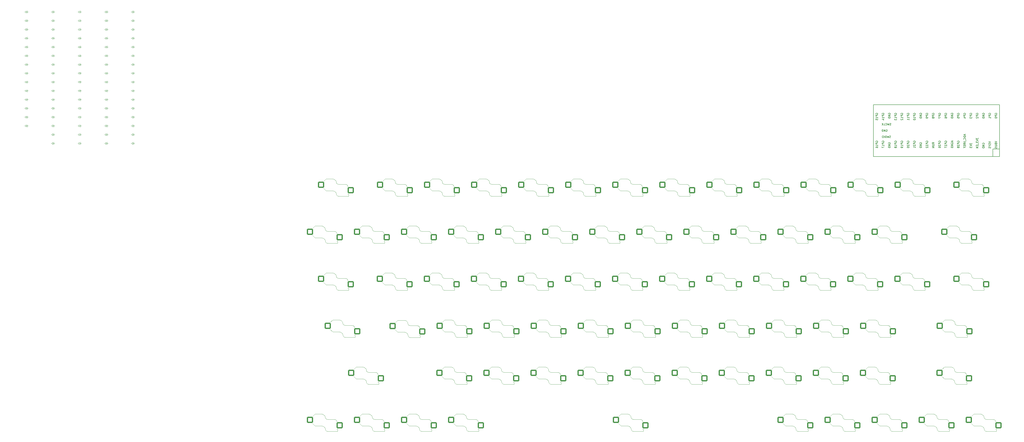
<source format=gbo>
G04 #@! TF.GenerationSoftware,KiCad,Pcbnew,8.0.8*
G04 #@! TF.CreationDate,2025-06-07T08:47:10+08:00*
G04 #@! TF.ProjectId,magic-keys,6d616769-632d-46b6-9579-732e6b696361,rev?*
G04 #@! TF.SameCoordinates,Original*
G04 #@! TF.FileFunction,Legend,Bot*
G04 #@! TF.FilePolarity,Positive*
%FSLAX46Y46*%
G04 Gerber Fmt 4.6, Leading zero omitted, Abs format (unit mm)*
G04 Created by KiCad (PCBNEW 8.0.8) date 2025-06-07 08:47:10*
%MOMM*%
%LPD*%
G01*
G04 APERTURE LIST*
G04 Aperture macros list*
%AMRoundRect*
0 Rectangle with rounded corners*
0 $1 Rounding radius*
0 $2 $3 $4 $5 $6 $7 $8 $9 X,Y pos of 4 corners*
0 Add a 4 corners polygon primitive as box body*
4,1,4,$2,$3,$4,$5,$6,$7,$8,$9,$2,$3,0*
0 Add four circle primitives for the rounded corners*
1,1,$1+$1,$2,$3*
1,1,$1+$1,$4,$5*
1,1,$1+$1,$6,$7*
1,1,$1+$1,$8,$9*
0 Add four rect primitives between the rounded corners*
20,1,$1+$1,$2,$3,$4,$5,0*
20,1,$1+$1,$4,$5,$6,$7,0*
20,1,$1+$1,$6,$7,$8,$9,0*
20,1,$1+$1,$8,$9,$2,$3,0*%
G04 Aperture macros list end*
%ADD10C,0.150000*%
%ADD11C,0.120000*%
%ADD12C,0.100000*%
%ADD13C,3.050000*%
%ADD14RoundRect,0.250000X-1.025000X-1.000000X1.025000X-1.000000X1.025000X1.000000X-1.025000X1.000000X0*%
%ADD15C,3.450000*%
%ADD16C,1.900000*%
%ADD17O,1.700000X1.700000*%
%ADD18R,1.700000X1.700000*%
%ADD19R,1.600000X1.600000*%
%ADD20O,1.600000X1.600000*%
G04 APERTURE END LIST*
D10*
X273157295Y-34259523D02*
X273157295Y-34754761D01*
X273157295Y-34754761D02*
X273462057Y-34488095D01*
X273462057Y-34488095D02*
X273462057Y-34602380D01*
X273462057Y-34602380D02*
X273500152Y-34678571D01*
X273500152Y-34678571D02*
X273538247Y-34716666D01*
X273538247Y-34716666D02*
X273614438Y-34754761D01*
X273614438Y-34754761D02*
X273804914Y-34754761D01*
X273804914Y-34754761D02*
X273881104Y-34716666D01*
X273881104Y-34716666D02*
X273919200Y-34678571D01*
X273919200Y-34678571D02*
X273957295Y-34602380D01*
X273957295Y-34602380D02*
X273957295Y-34373809D01*
X273957295Y-34373809D02*
X273919200Y-34297618D01*
X273919200Y-34297618D02*
X273881104Y-34259523D01*
X273157295Y-34983333D02*
X273957295Y-35250000D01*
X273957295Y-35250000D02*
X273157295Y-35516666D01*
X273157295Y-35707142D02*
X273157295Y-36202380D01*
X273157295Y-36202380D02*
X273462057Y-35935714D01*
X273462057Y-35935714D02*
X273462057Y-36049999D01*
X273462057Y-36049999D02*
X273500152Y-36126190D01*
X273500152Y-36126190D02*
X273538247Y-36164285D01*
X273538247Y-36164285D02*
X273614438Y-36202380D01*
X273614438Y-36202380D02*
X273804914Y-36202380D01*
X273804914Y-36202380D02*
X273881104Y-36164285D01*
X273881104Y-36164285D02*
X273919200Y-36126190D01*
X273919200Y-36126190D02*
X273957295Y-36049999D01*
X273957295Y-36049999D02*
X273957295Y-35821428D01*
X273957295Y-35821428D02*
X273919200Y-35745237D01*
X273919200Y-35745237D02*
X273881104Y-35707142D01*
X245255390Y-22567618D02*
X245217295Y-22491428D01*
X245217295Y-22491428D02*
X245217295Y-22377142D01*
X245217295Y-22377142D02*
X245255390Y-22262856D01*
X245255390Y-22262856D02*
X245331580Y-22186666D01*
X245331580Y-22186666D02*
X245407771Y-22148571D01*
X245407771Y-22148571D02*
X245560152Y-22110475D01*
X245560152Y-22110475D02*
X245674438Y-22110475D01*
X245674438Y-22110475D02*
X245826819Y-22148571D01*
X245826819Y-22148571D02*
X245903009Y-22186666D01*
X245903009Y-22186666D02*
X245979200Y-22262856D01*
X245979200Y-22262856D02*
X246017295Y-22377142D01*
X246017295Y-22377142D02*
X246017295Y-22453333D01*
X246017295Y-22453333D02*
X245979200Y-22567618D01*
X245979200Y-22567618D02*
X245941104Y-22605714D01*
X245941104Y-22605714D02*
X245674438Y-22605714D01*
X245674438Y-22605714D02*
X245674438Y-22453333D01*
X246017295Y-22948571D02*
X245217295Y-22948571D01*
X245217295Y-22948571D02*
X245217295Y-23253333D01*
X245217295Y-23253333D02*
X245255390Y-23329523D01*
X245255390Y-23329523D02*
X245293485Y-23367618D01*
X245293485Y-23367618D02*
X245369676Y-23405714D01*
X245369676Y-23405714D02*
X245483961Y-23405714D01*
X245483961Y-23405714D02*
X245560152Y-23367618D01*
X245560152Y-23367618D02*
X245598247Y-23329523D01*
X245598247Y-23329523D02*
X245636342Y-23253333D01*
X245636342Y-23253333D02*
X245636342Y-22948571D01*
X246017295Y-24167618D02*
X246017295Y-23710475D01*
X246017295Y-23939047D02*
X245217295Y-23939047D01*
X245217295Y-23939047D02*
X245331580Y-23862856D01*
X245331580Y-23862856D02*
X245407771Y-23786666D01*
X245407771Y-23786666D02*
X245445866Y-23710475D01*
X245293485Y-24472380D02*
X245255390Y-24510476D01*
X245255390Y-24510476D02*
X245217295Y-24586666D01*
X245217295Y-24586666D02*
X245217295Y-24777142D01*
X245217295Y-24777142D02*
X245255390Y-24853333D01*
X245255390Y-24853333D02*
X245293485Y-24891428D01*
X245293485Y-24891428D02*
X245369676Y-24929523D01*
X245369676Y-24929523D02*
X245445866Y-24929523D01*
X245445866Y-24929523D02*
X245560152Y-24891428D01*
X245560152Y-24891428D02*
X246017295Y-24434285D01*
X246017295Y-24434285D02*
X246017295Y-24929523D01*
X252875390Y-34490476D02*
X252837295Y-34414286D01*
X252837295Y-34414286D02*
X252837295Y-34300000D01*
X252837295Y-34300000D02*
X252875390Y-34185714D01*
X252875390Y-34185714D02*
X252951580Y-34109524D01*
X252951580Y-34109524D02*
X253027771Y-34071429D01*
X253027771Y-34071429D02*
X253180152Y-34033333D01*
X253180152Y-34033333D02*
X253294438Y-34033333D01*
X253294438Y-34033333D02*
X253446819Y-34071429D01*
X253446819Y-34071429D02*
X253523009Y-34109524D01*
X253523009Y-34109524D02*
X253599200Y-34185714D01*
X253599200Y-34185714D02*
X253637295Y-34300000D01*
X253637295Y-34300000D02*
X253637295Y-34376191D01*
X253637295Y-34376191D02*
X253599200Y-34490476D01*
X253599200Y-34490476D02*
X253561104Y-34528572D01*
X253561104Y-34528572D02*
X253294438Y-34528572D01*
X253294438Y-34528572D02*
X253294438Y-34376191D01*
X253637295Y-34871429D02*
X252837295Y-34871429D01*
X252837295Y-34871429D02*
X253637295Y-35328572D01*
X253637295Y-35328572D02*
X252837295Y-35328572D01*
X253637295Y-35709524D02*
X252837295Y-35709524D01*
X252837295Y-35709524D02*
X252837295Y-35900000D01*
X252837295Y-35900000D02*
X252875390Y-36014286D01*
X252875390Y-36014286D02*
X252951580Y-36090476D01*
X252951580Y-36090476D02*
X253027771Y-36128571D01*
X253027771Y-36128571D02*
X253180152Y-36166667D01*
X253180152Y-36166667D02*
X253294438Y-36166667D01*
X253294438Y-36166667D02*
X253446819Y-36128571D01*
X253446819Y-36128571D02*
X253523009Y-36090476D01*
X253523009Y-36090476D02*
X253599200Y-36014286D01*
X253599200Y-36014286D02*
X253637295Y-35900000D01*
X253637295Y-35900000D02*
X253637295Y-35709524D01*
X275735390Y-22598571D02*
X275697295Y-22522381D01*
X275697295Y-22522381D02*
X275697295Y-22408095D01*
X275697295Y-22408095D02*
X275735390Y-22293809D01*
X275735390Y-22293809D02*
X275811580Y-22217619D01*
X275811580Y-22217619D02*
X275887771Y-22179524D01*
X275887771Y-22179524D02*
X276040152Y-22141428D01*
X276040152Y-22141428D02*
X276154438Y-22141428D01*
X276154438Y-22141428D02*
X276306819Y-22179524D01*
X276306819Y-22179524D02*
X276383009Y-22217619D01*
X276383009Y-22217619D02*
X276459200Y-22293809D01*
X276459200Y-22293809D02*
X276497295Y-22408095D01*
X276497295Y-22408095D02*
X276497295Y-22484286D01*
X276497295Y-22484286D02*
X276459200Y-22598571D01*
X276459200Y-22598571D02*
X276421104Y-22636667D01*
X276421104Y-22636667D02*
X276154438Y-22636667D01*
X276154438Y-22636667D02*
X276154438Y-22484286D01*
X276497295Y-22979524D02*
X275697295Y-22979524D01*
X275697295Y-22979524D02*
X275697295Y-23284286D01*
X275697295Y-23284286D02*
X275735390Y-23360476D01*
X275735390Y-23360476D02*
X275773485Y-23398571D01*
X275773485Y-23398571D02*
X275849676Y-23436667D01*
X275849676Y-23436667D02*
X275963961Y-23436667D01*
X275963961Y-23436667D02*
X276040152Y-23398571D01*
X276040152Y-23398571D02*
X276078247Y-23360476D01*
X276078247Y-23360476D02*
X276116342Y-23284286D01*
X276116342Y-23284286D02*
X276116342Y-22979524D01*
X275773485Y-23741428D02*
X275735390Y-23779524D01*
X275735390Y-23779524D02*
X275697295Y-23855714D01*
X275697295Y-23855714D02*
X275697295Y-24046190D01*
X275697295Y-24046190D02*
X275735390Y-24122381D01*
X275735390Y-24122381D02*
X275773485Y-24160476D01*
X275773485Y-24160476D02*
X275849676Y-24198571D01*
X275849676Y-24198571D02*
X275925866Y-24198571D01*
X275925866Y-24198571D02*
X276040152Y-24160476D01*
X276040152Y-24160476D02*
X276497295Y-23703333D01*
X276497295Y-23703333D02*
X276497295Y-24198571D01*
X283355390Y-22598571D02*
X283317295Y-22522381D01*
X283317295Y-22522381D02*
X283317295Y-22408095D01*
X283317295Y-22408095D02*
X283355390Y-22293809D01*
X283355390Y-22293809D02*
X283431580Y-22217619D01*
X283431580Y-22217619D02*
X283507771Y-22179524D01*
X283507771Y-22179524D02*
X283660152Y-22141428D01*
X283660152Y-22141428D02*
X283774438Y-22141428D01*
X283774438Y-22141428D02*
X283926819Y-22179524D01*
X283926819Y-22179524D02*
X284003009Y-22217619D01*
X284003009Y-22217619D02*
X284079200Y-22293809D01*
X284079200Y-22293809D02*
X284117295Y-22408095D01*
X284117295Y-22408095D02*
X284117295Y-22484286D01*
X284117295Y-22484286D02*
X284079200Y-22598571D01*
X284079200Y-22598571D02*
X284041104Y-22636667D01*
X284041104Y-22636667D02*
X283774438Y-22636667D01*
X283774438Y-22636667D02*
X283774438Y-22484286D01*
X284117295Y-22979524D02*
X283317295Y-22979524D01*
X283317295Y-22979524D02*
X283317295Y-23284286D01*
X283317295Y-23284286D02*
X283355390Y-23360476D01*
X283355390Y-23360476D02*
X283393485Y-23398571D01*
X283393485Y-23398571D02*
X283469676Y-23436667D01*
X283469676Y-23436667D02*
X283583961Y-23436667D01*
X283583961Y-23436667D02*
X283660152Y-23398571D01*
X283660152Y-23398571D02*
X283698247Y-23360476D01*
X283698247Y-23360476D02*
X283736342Y-23284286D01*
X283736342Y-23284286D02*
X283736342Y-22979524D01*
X283317295Y-23931905D02*
X283317295Y-24008095D01*
X283317295Y-24008095D02*
X283355390Y-24084286D01*
X283355390Y-24084286D02*
X283393485Y-24122381D01*
X283393485Y-24122381D02*
X283469676Y-24160476D01*
X283469676Y-24160476D02*
X283622057Y-24198571D01*
X283622057Y-24198571D02*
X283812533Y-24198571D01*
X283812533Y-24198571D02*
X283964914Y-24160476D01*
X283964914Y-24160476D02*
X284041104Y-24122381D01*
X284041104Y-24122381D02*
X284079200Y-24084286D01*
X284079200Y-24084286D02*
X284117295Y-24008095D01*
X284117295Y-24008095D02*
X284117295Y-23931905D01*
X284117295Y-23931905D02*
X284079200Y-23855714D01*
X284079200Y-23855714D02*
X284041104Y-23817619D01*
X284041104Y-23817619D02*
X283964914Y-23779524D01*
X283964914Y-23779524D02*
X283812533Y-23741428D01*
X283812533Y-23741428D02*
X283622057Y-23741428D01*
X283622057Y-23741428D02*
X283469676Y-23779524D01*
X283469676Y-23779524D02*
X283393485Y-23817619D01*
X283393485Y-23817619D02*
X283355390Y-23855714D01*
X283355390Y-23855714D02*
X283317295Y-23931905D01*
X235095390Y-33797618D02*
X235057295Y-33721428D01*
X235057295Y-33721428D02*
X235057295Y-33607142D01*
X235057295Y-33607142D02*
X235095390Y-33492856D01*
X235095390Y-33492856D02*
X235171580Y-33416666D01*
X235171580Y-33416666D02*
X235247771Y-33378571D01*
X235247771Y-33378571D02*
X235400152Y-33340475D01*
X235400152Y-33340475D02*
X235514438Y-33340475D01*
X235514438Y-33340475D02*
X235666819Y-33378571D01*
X235666819Y-33378571D02*
X235743009Y-33416666D01*
X235743009Y-33416666D02*
X235819200Y-33492856D01*
X235819200Y-33492856D02*
X235857295Y-33607142D01*
X235857295Y-33607142D02*
X235857295Y-33683333D01*
X235857295Y-33683333D02*
X235819200Y-33797618D01*
X235819200Y-33797618D02*
X235781104Y-33835714D01*
X235781104Y-33835714D02*
X235514438Y-33835714D01*
X235514438Y-33835714D02*
X235514438Y-33683333D01*
X235857295Y-34178571D02*
X235057295Y-34178571D01*
X235057295Y-34178571D02*
X235057295Y-34483333D01*
X235057295Y-34483333D02*
X235095390Y-34559523D01*
X235095390Y-34559523D02*
X235133485Y-34597618D01*
X235133485Y-34597618D02*
X235209676Y-34635714D01*
X235209676Y-34635714D02*
X235323961Y-34635714D01*
X235323961Y-34635714D02*
X235400152Y-34597618D01*
X235400152Y-34597618D02*
X235438247Y-34559523D01*
X235438247Y-34559523D02*
X235476342Y-34483333D01*
X235476342Y-34483333D02*
X235476342Y-34178571D01*
X235857295Y-35397618D02*
X235857295Y-34940475D01*
X235857295Y-35169047D02*
X235057295Y-35169047D01*
X235057295Y-35169047D02*
X235171580Y-35092856D01*
X235171580Y-35092856D02*
X235247771Y-35016666D01*
X235247771Y-35016666D02*
X235285866Y-34940475D01*
X235057295Y-36083333D02*
X235057295Y-35930952D01*
X235057295Y-35930952D02*
X235095390Y-35854761D01*
X235095390Y-35854761D02*
X235133485Y-35816666D01*
X235133485Y-35816666D02*
X235247771Y-35740476D01*
X235247771Y-35740476D02*
X235400152Y-35702380D01*
X235400152Y-35702380D02*
X235704914Y-35702380D01*
X235704914Y-35702380D02*
X235781104Y-35740476D01*
X235781104Y-35740476D02*
X235819200Y-35778571D01*
X235819200Y-35778571D02*
X235857295Y-35854761D01*
X235857295Y-35854761D02*
X235857295Y-36007142D01*
X235857295Y-36007142D02*
X235819200Y-36083333D01*
X235819200Y-36083333D02*
X235781104Y-36121428D01*
X235781104Y-36121428D02*
X235704914Y-36159523D01*
X235704914Y-36159523D02*
X235514438Y-36159523D01*
X235514438Y-36159523D02*
X235438247Y-36121428D01*
X235438247Y-36121428D02*
X235400152Y-36083333D01*
X235400152Y-36083333D02*
X235362057Y-36007142D01*
X235362057Y-36007142D02*
X235362057Y-35854761D01*
X235362057Y-35854761D02*
X235400152Y-35778571D01*
X235400152Y-35778571D02*
X235438247Y-35740476D01*
X235438247Y-35740476D02*
X235514438Y-35702380D01*
X241070238Y-32074200D02*
X240955952Y-32112295D01*
X240955952Y-32112295D02*
X240765476Y-32112295D01*
X240765476Y-32112295D02*
X240689285Y-32074200D01*
X240689285Y-32074200D02*
X240651190Y-32036104D01*
X240651190Y-32036104D02*
X240613095Y-31959914D01*
X240613095Y-31959914D02*
X240613095Y-31883723D01*
X240613095Y-31883723D02*
X240651190Y-31807533D01*
X240651190Y-31807533D02*
X240689285Y-31769438D01*
X240689285Y-31769438D02*
X240765476Y-31731342D01*
X240765476Y-31731342D02*
X240917857Y-31693247D01*
X240917857Y-31693247D02*
X240994047Y-31655152D01*
X240994047Y-31655152D02*
X241032142Y-31617057D01*
X241032142Y-31617057D02*
X241070238Y-31540866D01*
X241070238Y-31540866D02*
X241070238Y-31464676D01*
X241070238Y-31464676D02*
X241032142Y-31388485D01*
X241032142Y-31388485D02*
X240994047Y-31350390D01*
X240994047Y-31350390D02*
X240917857Y-31312295D01*
X240917857Y-31312295D02*
X240727380Y-31312295D01*
X240727380Y-31312295D02*
X240613095Y-31350390D01*
X240346428Y-31312295D02*
X240155952Y-32112295D01*
X240155952Y-32112295D02*
X240003571Y-31540866D01*
X240003571Y-31540866D02*
X239851190Y-32112295D01*
X239851190Y-32112295D02*
X239660714Y-31312295D01*
X239355951Y-32112295D02*
X239355951Y-31312295D01*
X239355951Y-31312295D02*
X239165475Y-31312295D01*
X239165475Y-31312295D02*
X239051189Y-31350390D01*
X239051189Y-31350390D02*
X238974999Y-31426580D01*
X238974999Y-31426580D02*
X238936904Y-31502771D01*
X238936904Y-31502771D02*
X238898808Y-31655152D01*
X238898808Y-31655152D02*
X238898808Y-31769438D01*
X238898808Y-31769438D02*
X238936904Y-31921819D01*
X238936904Y-31921819D02*
X238974999Y-31998009D01*
X238974999Y-31998009D02*
X239051189Y-32074200D01*
X239051189Y-32074200D02*
X239165475Y-32112295D01*
X239165475Y-32112295D02*
X239355951Y-32112295D01*
X238555951Y-32112295D02*
X238555951Y-31312295D01*
X238022618Y-31312295D02*
X237870237Y-31312295D01*
X237870237Y-31312295D02*
X237794047Y-31350390D01*
X237794047Y-31350390D02*
X237717856Y-31426580D01*
X237717856Y-31426580D02*
X237679761Y-31578961D01*
X237679761Y-31578961D02*
X237679761Y-31845628D01*
X237679761Y-31845628D02*
X237717856Y-31998009D01*
X237717856Y-31998009D02*
X237794047Y-32074200D01*
X237794047Y-32074200D02*
X237870237Y-32112295D01*
X237870237Y-32112295D02*
X238022618Y-32112295D01*
X238022618Y-32112295D02*
X238098809Y-32074200D01*
X238098809Y-32074200D02*
X238174999Y-31998009D01*
X238174999Y-31998009D02*
X238213095Y-31845628D01*
X238213095Y-31845628D02*
X238213095Y-31578961D01*
X238213095Y-31578961D02*
X238174999Y-31426580D01*
X238174999Y-31426580D02*
X238098809Y-31350390D01*
X238098809Y-31350390D02*
X238022618Y-31312295D01*
X280777295Y-33628571D02*
X281577295Y-33895238D01*
X281577295Y-33895238D02*
X280777295Y-34161904D01*
X281539200Y-34390475D02*
X281577295Y-34504761D01*
X281577295Y-34504761D02*
X281577295Y-34695237D01*
X281577295Y-34695237D02*
X281539200Y-34771428D01*
X281539200Y-34771428D02*
X281501104Y-34809523D01*
X281501104Y-34809523D02*
X281424914Y-34847618D01*
X281424914Y-34847618D02*
X281348723Y-34847618D01*
X281348723Y-34847618D02*
X281272533Y-34809523D01*
X281272533Y-34809523D02*
X281234438Y-34771428D01*
X281234438Y-34771428D02*
X281196342Y-34695237D01*
X281196342Y-34695237D02*
X281158247Y-34542856D01*
X281158247Y-34542856D02*
X281120152Y-34466666D01*
X281120152Y-34466666D02*
X281082057Y-34428571D01*
X281082057Y-34428571D02*
X281005866Y-34390475D01*
X281005866Y-34390475D02*
X280929676Y-34390475D01*
X280929676Y-34390475D02*
X280853485Y-34428571D01*
X280853485Y-34428571D02*
X280815390Y-34466666D01*
X280815390Y-34466666D02*
X280777295Y-34542856D01*
X280777295Y-34542856D02*
X280777295Y-34733333D01*
X280777295Y-34733333D02*
X280815390Y-34847618D01*
X281196342Y-35342857D02*
X281577295Y-35342857D01*
X280777295Y-35076190D02*
X281196342Y-35342857D01*
X281196342Y-35342857D02*
X280777295Y-35609523D01*
X281539200Y-35838094D02*
X281577295Y-35952380D01*
X281577295Y-35952380D02*
X281577295Y-36142856D01*
X281577295Y-36142856D02*
X281539200Y-36219047D01*
X281539200Y-36219047D02*
X281501104Y-36257142D01*
X281501104Y-36257142D02*
X281424914Y-36295237D01*
X281424914Y-36295237D02*
X281348723Y-36295237D01*
X281348723Y-36295237D02*
X281272533Y-36257142D01*
X281272533Y-36257142D02*
X281234438Y-36219047D01*
X281234438Y-36219047D02*
X281196342Y-36142856D01*
X281196342Y-36142856D02*
X281158247Y-35990475D01*
X281158247Y-35990475D02*
X281120152Y-35914285D01*
X281120152Y-35914285D02*
X281082057Y-35876190D01*
X281082057Y-35876190D02*
X281005866Y-35838094D01*
X281005866Y-35838094D02*
X280929676Y-35838094D01*
X280929676Y-35838094D02*
X280853485Y-35876190D01*
X280853485Y-35876190D02*
X280815390Y-35914285D01*
X280815390Y-35914285D02*
X280777295Y-35990475D01*
X280777295Y-35990475D02*
X280777295Y-36180952D01*
X280777295Y-36180952D02*
X280815390Y-36295237D01*
X260495390Y-33797618D02*
X260457295Y-33721428D01*
X260457295Y-33721428D02*
X260457295Y-33607142D01*
X260457295Y-33607142D02*
X260495390Y-33492856D01*
X260495390Y-33492856D02*
X260571580Y-33416666D01*
X260571580Y-33416666D02*
X260647771Y-33378571D01*
X260647771Y-33378571D02*
X260800152Y-33340475D01*
X260800152Y-33340475D02*
X260914438Y-33340475D01*
X260914438Y-33340475D02*
X261066819Y-33378571D01*
X261066819Y-33378571D02*
X261143009Y-33416666D01*
X261143009Y-33416666D02*
X261219200Y-33492856D01*
X261219200Y-33492856D02*
X261257295Y-33607142D01*
X261257295Y-33607142D02*
X261257295Y-33683333D01*
X261257295Y-33683333D02*
X261219200Y-33797618D01*
X261219200Y-33797618D02*
X261181104Y-33835714D01*
X261181104Y-33835714D02*
X260914438Y-33835714D01*
X260914438Y-33835714D02*
X260914438Y-33683333D01*
X261257295Y-34178571D02*
X260457295Y-34178571D01*
X260457295Y-34178571D02*
X260457295Y-34483333D01*
X260457295Y-34483333D02*
X260495390Y-34559523D01*
X260495390Y-34559523D02*
X260533485Y-34597618D01*
X260533485Y-34597618D02*
X260609676Y-34635714D01*
X260609676Y-34635714D02*
X260723961Y-34635714D01*
X260723961Y-34635714D02*
X260800152Y-34597618D01*
X260800152Y-34597618D02*
X260838247Y-34559523D01*
X260838247Y-34559523D02*
X260876342Y-34483333D01*
X260876342Y-34483333D02*
X260876342Y-34178571D01*
X260533485Y-34940475D02*
X260495390Y-34978571D01*
X260495390Y-34978571D02*
X260457295Y-35054761D01*
X260457295Y-35054761D02*
X260457295Y-35245237D01*
X260457295Y-35245237D02*
X260495390Y-35321428D01*
X260495390Y-35321428D02*
X260533485Y-35359523D01*
X260533485Y-35359523D02*
X260609676Y-35397618D01*
X260609676Y-35397618D02*
X260685866Y-35397618D01*
X260685866Y-35397618D02*
X260800152Y-35359523D01*
X260800152Y-35359523D02*
X261257295Y-34902380D01*
X261257295Y-34902380D02*
X261257295Y-35397618D01*
X260457295Y-36083333D02*
X260457295Y-35930952D01*
X260457295Y-35930952D02*
X260495390Y-35854761D01*
X260495390Y-35854761D02*
X260533485Y-35816666D01*
X260533485Y-35816666D02*
X260647771Y-35740476D01*
X260647771Y-35740476D02*
X260800152Y-35702380D01*
X260800152Y-35702380D02*
X261104914Y-35702380D01*
X261104914Y-35702380D02*
X261181104Y-35740476D01*
X261181104Y-35740476D02*
X261219200Y-35778571D01*
X261219200Y-35778571D02*
X261257295Y-35854761D01*
X261257295Y-35854761D02*
X261257295Y-36007142D01*
X261257295Y-36007142D02*
X261219200Y-36083333D01*
X261219200Y-36083333D02*
X261181104Y-36121428D01*
X261181104Y-36121428D02*
X261104914Y-36159523D01*
X261104914Y-36159523D02*
X260914438Y-36159523D01*
X260914438Y-36159523D02*
X260838247Y-36121428D01*
X260838247Y-36121428D02*
X260800152Y-36083333D01*
X260800152Y-36083333D02*
X260762057Y-36007142D01*
X260762057Y-36007142D02*
X260762057Y-35854761D01*
X260762057Y-35854761D02*
X260800152Y-35778571D01*
X260800152Y-35778571D02*
X260838247Y-35740476D01*
X260838247Y-35740476D02*
X260914438Y-35702380D01*
X247795390Y-22567618D02*
X247757295Y-22491428D01*
X247757295Y-22491428D02*
X247757295Y-22377142D01*
X247757295Y-22377142D02*
X247795390Y-22262856D01*
X247795390Y-22262856D02*
X247871580Y-22186666D01*
X247871580Y-22186666D02*
X247947771Y-22148571D01*
X247947771Y-22148571D02*
X248100152Y-22110475D01*
X248100152Y-22110475D02*
X248214438Y-22110475D01*
X248214438Y-22110475D02*
X248366819Y-22148571D01*
X248366819Y-22148571D02*
X248443009Y-22186666D01*
X248443009Y-22186666D02*
X248519200Y-22262856D01*
X248519200Y-22262856D02*
X248557295Y-22377142D01*
X248557295Y-22377142D02*
X248557295Y-22453333D01*
X248557295Y-22453333D02*
X248519200Y-22567618D01*
X248519200Y-22567618D02*
X248481104Y-22605714D01*
X248481104Y-22605714D02*
X248214438Y-22605714D01*
X248214438Y-22605714D02*
X248214438Y-22453333D01*
X248557295Y-22948571D02*
X247757295Y-22948571D01*
X247757295Y-22948571D02*
X247757295Y-23253333D01*
X247757295Y-23253333D02*
X247795390Y-23329523D01*
X247795390Y-23329523D02*
X247833485Y-23367618D01*
X247833485Y-23367618D02*
X247909676Y-23405714D01*
X247909676Y-23405714D02*
X248023961Y-23405714D01*
X248023961Y-23405714D02*
X248100152Y-23367618D01*
X248100152Y-23367618D02*
X248138247Y-23329523D01*
X248138247Y-23329523D02*
X248176342Y-23253333D01*
X248176342Y-23253333D02*
X248176342Y-22948571D01*
X248557295Y-24167618D02*
X248557295Y-23710475D01*
X248557295Y-23939047D02*
X247757295Y-23939047D01*
X247757295Y-23939047D02*
X247871580Y-23862856D01*
X247871580Y-23862856D02*
X247947771Y-23786666D01*
X247947771Y-23786666D02*
X247985866Y-23710475D01*
X248557295Y-24929523D02*
X248557295Y-24472380D01*
X248557295Y-24700952D02*
X247757295Y-24700952D01*
X247757295Y-24700952D02*
X247871580Y-24624761D01*
X247871580Y-24624761D02*
X247947771Y-24548571D01*
X247947771Y-24548571D02*
X247985866Y-24472380D01*
X268115390Y-33797618D02*
X268077295Y-33721428D01*
X268077295Y-33721428D02*
X268077295Y-33607142D01*
X268077295Y-33607142D02*
X268115390Y-33492856D01*
X268115390Y-33492856D02*
X268191580Y-33416666D01*
X268191580Y-33416666D02*
X268267771Y-33378571D01*
X268267771Y-33378571D02*
X268420152Y-33340475D01*
X268420152Y-33340475D02*
X268534438Y-33340475D01*
X268534438Y-33340475D02*
X268686819Y-33378571D01*
X268686819Y-33378571D02*
X268763009Y-33416666D01*
X268763009Y-33416666D02*
X268839200Y-33492856D01*
X268839200Y-33492856D02*
X268877295Y-33607142D01*
X268877295Y-33607142D02*
X268877295Y-33683333D01*
X268877295Y-33683333D02*
X268839200Y-33797618D01*
X268839200Y-33797618D02*
X268801104Y-33835714D01*
X268801104Y-33835714D02*
X268534438Y-33835714D01*
X268534438Y-33835714D02*
X268534438Y-33683333D01*
X268877295Y-34178571D02*
X268077295Y-34178571D01*
X268077295Y-34178571D02*
X268077295Y-34483333D01*
X268077295Y-34483333D02*
X268115390Y-34559523D01*
X268115390Y-34559523D02*
X268153485Y-34597618D01*
X268153485Y-34597618D02*
X268229676Y-34635714D01*
X268229676Y-34635714D02*
X268343961Y-34635714D01*
X268343961Y-34635714D02*
X268420152Y-34597618D01*
X268420152Y-34597618D02*
X268458247Y-34559523D01*
X268458247Y-34559523D02*
X268496342Y-34483333D01*
X268496342Y-34483333D02*
X268496342Y-34178571D01*
X268153485Y-34940475D02*
X268115390Y-34978571D01*
X268115390Y-34978571D02*
X268077295Y-35054761D01*
X268077295Y-35054761D02*
X268077295Y-35245237D01*
X268077295Y-35245237D02*
X268115390Y-35321428D01*
X268115390Y-35321428D02*
X268153485Y-35359523D01*
X268153485Y-35359523D02*
X268229676Y-35397618D01*
X268229676Y-35397618D02*
X268305866Y-35397618D01*
X268305866Y-35397618D02*
X268420152Y-35359523D01*
X268420152Y-35359523D02*
X268877295Y-34902380D01*
X268877295Y-34902380D02*
X268877295Y-35397618D01*
X268420152Y-35854761D02*
X268382057Y-35778571D01*
X268382057Y-35778571D02*
X268343961Y-35740476D01*
X268343961Y-35740476D02*
X268267771Y-35702380D01*
X268267771Y-35702380D02*
X268229676Y-35702380D01*
X268229676Y-35702380D02*
X268153485Y-35740476D01*
X268153485Y-35740476D02*
X268115390Y-35778571D01*
X268115390Y-35778571D02*
X268077295Y-35854761D01*
X268077295Y-35854761D02*
X268077295Y-36007142D01*
X268077295Y-36007142D02*
X268115390Y-36083333D01*
X268115390Y-36083333D02*
X268153485Y-36121428D01*
X268153485Y-36121428D02*
X268229676Y-36159523D01*
X268229676Y-36159523D02*
X268267771Y-36159523D01*
X268267771Y-36159523D02*
X268343961Y-36121428D01*
X268343961Y-36121428D02*
X268382057Y-36083333D01*
X268382057Y-36083333D02*
X268420152Y-36007142D01*
X268420152Y-36007142D02*
X268420152Y-35854761D01*
X268420152Y-35854761D02*
X268458247Y-35778571D01*
X268458247Y-35778571D02*
X268496342Y-35740476D01*
X268496342Y-35740476D02*
X268572533Y-35702380D01*
X268572533Y-35702380D02*
X268724914Y-35702380D01*
X268724914Y-35702380D02*
X268801104Y-35740476D01*
X268801104Y-35740476D02*
X268839200Y-35778571D01*
X268839200Y-35778571D02*
X268877295Y-35854761D01*
X268877295Y-35854761D02*
X268877295Y-36007142D01*
X268877295Y-36007142D02*
X268839200Y-36083333D01*
X268839200Y-36083333D02*
X268801104Y-36121428D01*
X268801104Y-36121428D02*
X268724914Y-36159523D01*
X268724914Y-36159523D02*
X268572533Y-36159523D01*
X268572533Y-36159523D02*
X268496342Y-36121428D01*
X268496342Y-36121428D02*
X268458247Y-36083333D01*
X268458247Y-36083333D02*
X268420152Y-36007142D01*
X270655390Y-22598571D02*
X270617295Y-22522381D01*
X270617295Y-22522381D02*
X270617295Y-22408095D01*
X270617295Y-22408095D02*
X270655390Y-22293809D01*
X270655390Y-22293809D02*
X270731580Y-22217619D01*
X270731580Y-22217619D02*
X270807771Y-22179524D01*
X270807771Y-22179524D02*
X270960152Y-22141428D01*
X270960152Y-22141428D02*
X271074438Y-22141428D01*
X271074438Y-22141428D02*
X271226819Y-22179524D01*
X271226819Y-22179524D02*
X271303009Y-22217619D01*
X271303009Y-22217619D02*
X271379200Y-22293809D01*
X271379200Y-22293809D02*
X271417295Y-22408095D01*
X271417295Y-22408095D02*
X271417295Y-22484286D01*
X271417295Y-22484286D02*
X271379200Y-22598571D01*
X271379200Y-22598571D02*
X271341104Y-22636667D01*
X271341104Y-22636667D02*
X271074438Y-22636667D01*
X271074438Y-22636667D02*
X271074438Y-22484286D01*
X271417295Y-22979524D02*
X270617295Y-22979524D01*
X270617295Y-22979524D02*
X270617295Y-23284286D01*
X270617295Y-23284286D02*
X270655390Y-23360476D01*
X270655390Y-23360476D02*
X270693485Y-23398571D01*
X270693485Y-23398571D02*
X270769676Y-23436667D01*
X270769676Y-23436667D02*
X270883961Y-23436667D01*
X270883961Y-23436667D02*
X270960152Y-23398571D01*
X270960152Y-23398571D02*
X270998247Y-23360476D01*
X270998247Y-23360476D02*
X271036342Y-23284286D01*
X271036342Y-23284286D02*
X271036342Y-22979524D01*
X270883961Y-24122381D02*
X271417295Y-24122381D01*
X270579200Y-23931905D02*
X271150628Y-23741428D01*
X271150628Y-23741428D02*
X271150628Y-24236667D01*
X239234523Y-28810390D02*
X239310713Y-28772295D01*
X239310713Y-28772295D02*
X239424999Y-28772295D01*
X239424999Y-28772295D02*
X239539285Y-28810390D01*
X239539285Y-28810390D02*
X239615475Y-28886580D01*
X239615475Y-28886580D02*
X239653570Y-28962771D01*
X239653570Y-28962771D02*
X239691666Y-29115152D01*
X239691666Y-29115152D02*
X239691666Y-29229438D01*
X239691666Y-29229438D02*
X239653570Y-29381819D01*
X239653570Y-29381819D02*
X239615475Y-29458009D01*
X239615475Y-29458009D02*
X239539285Y-29534200D01*
X239539285Y-29534200D02*
X239424999Y-29572295D01*
X239424999Y-29572295D02*
X239348808Y-29572295D01*
X239348808Y-29572295D02*
X239234523Y-29534200D01*
X239234523Y-29534200D02*
X239196427Y-29496104D01*
X239196427Y-29496104D02*
X239196427Y-29229438D01*
X239196427Y-29229438D02*
X239348808Y-29229438D01*
X238853570Y-29572295D02*
X238853570Y-28772295D01*
X238853570Y-28772295D02*
X238396427Y-29572295D01*
X238396427Y-29572295D02*
X238396427Y-28772295D01*
X238015475Y-29572295D02*
X238015475Y-28772295D01*
X238015475Y-28772295D02*
X237824999Y-28772295D01*
X237824999Y-28772295D02*
X237710713Y-28810390D01*
X237710713Y-28810390D02*
X237634523Y-28886580D01*
X237634523Y-28886580D02*
X237596428Y-28962771D01*
X237596428Y-28962771D02*
X237558332Y-29115152D01*
X237558332Y-29115152D02*
X237558332Y-29229438D01*
X237558332Y-29229438D02*
X237596428Y-29381819D01*
X237596428Y-29381819D02*
X237634523Y-29458009D01*
X237634523Y-29458009D02*
X237710713Y-29534200D01*
X237710713Y-29534200D02*
X237824999Y-29572295D01*
X237824999Y-29572295D02*
X238015475Y-29572295D01*
X263035390Y-22598571D02*
X262997295Y-22522381D01*
X262997295Y-22522381D02*
X262997295Y-22408095D01*
X262997295Y-22408095D02*
X263035390Y-22293809D01*
X263035390Y-22293809D02*
X263111580Y-22217619D01*
X263111580Y-22217619D02*
X263187771Y-22179524D01*
X263187771Y-22179524D02*
X263340152Y-22141428D01*
X263340152Y-22141428D02*
X263454438Y-22141428D01*
X263454438Y-22141428D02*
X263606819Y-22179524D01*
X263606819Y-22179524D02*
X263683009Y-22217619D01*
X263683009Y-22217619D02*
X263759200Y-22293809D01*
X263759200Y-22293809D02*
X263797295Y-22408095D01*
X263797295Y-22408095D02*
X263797295Y-22484286D01*
X263797295Y-22484286D02*
X263759200Y-22598571D01*
X263759200Y-22598571D02*
X263721104Y-22636667D01*
X263721104Y-22636667D02*
X263454438Y-22636667D01*
X263454438Y-22636667D02*
X263454438Y-22484286D01*
X263797295Y-22979524D02*
X262997295Y-22979524D01*
X262997295Y-22979524D02*
X262997295Y-23284286D01*
X262997295Y-23284286D02*
X263035390Y-23360476D01*
X263035390Y-23360476D02*
X263073485Y-23398571D01*
X263073485Y-23398571D02*
X263149676Y-23436667D01*
X263149676Y-23436667D02*
X263263961Y-23436667D01*
X263263961Y-23436667D02*
X263340152Y-23398571D01*
X263340152Y-23398571D02*
X263378247Y-23360476D01*
X263378247Y-23360476D02*
X263416342Y-23284286D01*
X263416342Y-23284286D02*
X263416342Y-22979524D01*
X262997295Y-24122381D02*
X262997295Y-23970000D01*
X262997295Y-23970000D02*
X263035390Y-23893809D01*
X263035390Y-23893809D02*
X263073485Y-23855714D01*
X263073485Y-23855714D02*
X263187771Y-23779524D01*
X263187771Y-23779524D02*
X263340152Y-23741428D01*
X263340152Y-23741428D02*
X263644914Y-23741428D01*
X263644914Y-23741428D02*
X263721104Y-23779524D01*
X263721104Y-23779524D02*
X263759200Y-23817619D01*
X263759200Y-23817619D02*
X263797295Y-23893809D01*
X263797295Y-23893809D02*
X263797295Y-24046190D01*
X263797295Y-24046190D02*
X263759200Y-24122381D01*
X263759200Y-24122381D02*
X263721104Y-24160476D01*
X263721104Y-24160476D02*
X263644914Y-24198571D01*
X263644914Y-24198571D02*
X263454438Y-24198571D01*
X263454438Y-24198571D02*
X263378247Y-24160476D01*
X263378247Y-24160476D02*
X263340152Y-24122381D01*
X263340152Y-24122381D02*
X263302057Y-24046190D01*
X263302057Y-24046190D02*
X263302057Y-23893809D01*
X263302057Y-23893809D02*
X263340152Y-23817619D01*
X263340152Y-23817619D02*
X263378247Y-23779524D01*
X263378247Y-23779524D02*
X263454438Y-23741428D01*
X252875390Y-22560476D02*
X252837295Y-22484286D01*
X252837295Y-22484286D02*
X252837295Y-22370000D01*
X252837295Y-22370000D02*
X252875390Y-22255714D01*
X252875390Y-22255714D02*
X252951580Y-22179524D01*
X252951580Y-22179524D02*
X253027771Y-22141429D01*
X253027771Y-22141429D02*
X253180152Y-22103333D01*
X253180152Y-22103333D02*
X253294438Y-22103333D01*
X253294438Y-22103333D02*
X253446819Y-22141429D01*
X253446819Y-22141429D02*
X253523009Y-22179524D01*
X253523009Y-22179524D02*
X253599200Y-22255714D01*
X253599200Y-22255714D02*
X253637295Y-22370000D01*
X253637295Y-22370000D02*
X253637295Y-22446191D01*
X253637295Y-22446191D02*
X253599200Y-22560476D01*
X253599200Y-22560476D02*
X253561104Y-22598572D01*
X253561104Y-22598572D02*
X253294438Y-22598572D01*
X253294438Y-22598572D02*
X253294438Y-22446191D01*
X253637295Y-22941429D02*
X252837295Y-22941429D01*
X252837295Y-22941429D02*
X253637295Y-23398572D01*
X253637295Y-23398572D02*
X252837295Y-23398572D01*
X253637295Y-23779524D02*
X252837295Y-23779524D01*
X252837295Y-23779524D02*
X252837295Y-23970000D01*
X252837295Y-23970000D02*
X252875390Y-24084286D01*
X252875390Y-24084286D02*
X252951580Y-24160476D01*
X252951580Y-24160476D02*
X253027771Y-24198571D01*
X253027771Y-24198571D02*
X253180152Y-24236667D01*
X253180152Y-24236667D02*
X253294438Y-24236667D01*
X253294438Y-24236667D02*
X253446819Y-24198571D01*
X253446819Y-24198571D02*
X253523009Y-24160476D01*
X253523009Y-24160476D02*
X253599200Y-24084286D01*
X253599200Y-24084286D02*
X253637295Y-23970000D01*
X253637295Y-23970000D02*
X253637295Y-23779524D01*
X273195390Y-22598571D02*
X273157295Y-22522381D01*
X273157295Y-22522381D02*
X273157295Y-22408095D01*
X273157295Y-22408095D02*
X273195390Y-22293809D01*
X273195390Y-22293809D02*
X273271580Y-22217619D01*
X273271580Y-22217619D02*
X273347771Y-22179524D01*
X273347771Y-22179524D02*
X273500152Y-22141428D01*
X273500152Y-22141428D02*
X273614438Y-22141428D01*
X273614438Y-22141428D02*
X273766819Y-22179524D01*
X273766819Y-22179524D02*
X273843009Y-22217619D01*
X273843009Y-22217619D02*
X273919200Y-22293809D01*
X273919200Y-22293809D02*
X273957295Y-22408095D01*
X273957295Y-22408095D02*
X273957295Y-22484286D01*
X273957295Y-22484286D02*
X273919200Y-22598571D01*
X273919200Y-22598571D02*
X273881104Y-22636667D01*
X273881104Y-22636667D02*
X273614438Y-22636667D01*
X273614438Y-22636667D02*
X273614438Y-22484286D01*
X273957295Y-22979524D02*
X273157295Y-22979524D01*
X273157295Y-22979524D02*
X273157295Y-23284286D01*
X273157295Y-23284286D02*
X273195390Y-23360476D01*
X273195390Y-23360476D02*
X273233485Y-23398571D01*
X273233485Y-23398571D02*
X273309676Y-23436667D01*
X273309676Y-23436667D02*
X273423961Y-23436667D01*
X273423961Y-23436667D02*
X273500152Y-23398571D01*
X273500152Y-23398571D02*
X273538247Y-23360476D01*
X273538247Y-23360476D02*
X273576342Y-23284286D01*
X273576342Y-23284286D02*
X273576342Y-22979524D01*
X273157295Y-23703333D02*
X273157295Y-24198571D01*
X273157295Y-24198571D02*
X273462057Y-23931905D01*
X273462057Y-23931905D02*
X273462057Y-24046190D01*
X273462057Y-24046190D02*
X273500152Y-24122381D01*
X273500152Y-24122381D02*
X273538247Y-24160476D01*
X273538247Y-24160476D02*
X273614438Y-24198571D01*
X273614438Y-24198571D02*
X273804914Y-24198571D01*
X273804914Y-24198571D02*
X273881104Y-24160476D01*
X273881104Y-24160476D02*
X273919200Y-24122381D01*
X273919200Y-24122381D02*
X273957295Y-24046190D01*
X273957295Y-24046190D02*
X273957295Y-23817619D01*
X273957295Y-23817619D02*
X273919200Y-23741428D01*
X273919200Y-23741428D02*
X273881104Y-23703333D01*
X240175390Y-34490476D02*
X240137295Y-34414286D01*
X240137295Y-34414286D02*
X240137295Y-34300000D01*
X240137295Y-34300000D02*
X240175390Y-34185714D01*
X240175390Y-34185714D02*
X240251580Y-34109524D01*
X240251580Y-34109524D02*
X240327771Y-34071429D01*
X240327771Y-34071429D02*
X240480152Y-34033333D01*
X240480152Y-34033333D02*
X240594438Y-34033333D01*
X240594438Y-34033333D02*
X240746819Y-34071429D01*
X240746819Y-34071429D02*
X240823009Y-34109524D01*
X240823009Y-34109524D02*
X240899200Y-34185714D01*
X240899200Y-34185714D02*
X240937295Y-34300000D01*
X240937295Y-34300000D02*
X240937295Y-34376191D01*
X240937295Y-34376191D02*
X240899200Y-34490476D01*
X240899200Y-34490476D02*
X240861104Y-34528572D01*
X240861104Y-34528572D02*
X240594438Y-34528572D01*
X240594438Y-34528572D02*
X240594438Y-34376191D01*
X240937295Y-34871429D02*
X240137295Y-34871429D01*
X240137295Y-34871429D02*
X240937295Y-35328572D01*
X240937295Y-35328572D02*
X240137295Y-35328572D01*
X240937295Y-35709524D02*
X240137295Y-35709524D01*
X240137295Y-35709524D02*
X240137295Y-35900000D01*
X240137295Y-35900000D02*
X240175390Y-36014286D01*
X240175390Y-36014286D02*
X240251580Y-36090476D01*
X240251580Y-36090476D02*
X240327771Y-36128571D01*
X240327771Y-36128571D02*
X240480152Y-36166667D01*
X240480152Y-36166667D02*
X240594438Y-36166667D01*
X240594438Y-36166667D02*
X240746819Y-36128571D01*
X240746819Y-36128571D02*
X240823009Y-36090476D01*
X240823009Y-36090476D02*
X240899200Y-36014286D01*
X240899200Y-36014286D02*
X240937295Y-35900000D01*
X240937295Y-35900000D02*
X240937295Y-35709524D01*
X247795390Y-33797618D02*
X247757295Y-33721428D01*
X247757295Y-33721428D02*
X247757295Y-33607142D01*
X247757295Y-33607142D02*
X247795390Y-33492856D01*
X247795390Y-33492856D02*
X247871580Y-33416666D01*
X247871580Y-33416666D02*
X247947771Y-33378571D01*
X247947771Y-33378571D02*
X248100152Y-33340475D01*
X248100152Y-33340475D02*
X248214438Y-33340475D01*
X248214438Y-33340475D02*
X248366819Y-33378571D01*
X248366819Y-33378571D02*
X248443009Y-33416666D01*
X248443009Y-33416666D02*
X248519200Y-33492856D01*
X248519200Y-33492856D02*
X248557295Y-33607142D01*
X248557295Y-33607142D02*
X248557295Y-33683333D01*
X248557295Y-33683333D02*
X248519200Y-33797618D01*
X248519200Y-33797618D02*
X248481104Y-33835714D01*
X248481104Y-33835714D02*
X248214438Y-33835714D01*
X248214438Y-33835714D02*
X248214438Y-33683333D01*
X248557295Y-34178571D02*
X247757295Y-34178571D01*
X247757295Y-34178571D02*
X247757295Y-34483333D01*
X247757295Y-34483333D02*
X247795390Y-34559523D01*
X247795390Y-34559523D02*
X247833485Y-34597618D01*
X247833485Y-34597618D02*
X247909676Y-34635714D01*
X247909676Y-34635714D02*
X248023961Y-34635714D01*
X248023961Y-34635714D02*
X248100152Y-34597618D01*
X248100152Y-34597618D02*
X248138247Y-34559523D01*
X248138247Y-34559523D02*
X248176342Y-34483333D01*
X248176342Y-34483333D02*
X248176342Y-34178571D01*
X247833485Y-34940475D02*
X247795390Y-34978571D01*
X247795390Y-34978571D02*
X247757295Y-35054761D01*
X247757295Y-35054761D02*
X247757295Y-35245237D01*
X247757295Y-35245237D02*
X247795390Y-35321428D01*
X247795390Y-35321428D02*
X247833485Y-35359523D01*
X247833485Y-35359523D02*
X247909676Y-35397618D01*
X247909676Y-35397618D02*
X247985866Y-35397618D01*
X247985866Y-35397618D02*
X248100152Y-35359523D01*
X248100152Y-35359523D02*
X248557295Y-34902380D01*
X248557295Y-34902380D02*
X248557295Y-35397618D01*
X247757295Y-35892857D02*
X247757295Y-35969047D01*
X247757295Y-35969047D02*
X247795390Y-36045238D01*
X247795390Y-36045238D02*
X247833485Y-36083333D01*
X247833485Y-36083333D02*
X247909676Y-36121428D01*
X247909676Y-36121428D02*
X248062057Y-36159523D01*
X248062057Y-36159523D02*
X248252533Y-36159523D01*
X248252533Y-36159523D02*
X248404914Y-36121428D01*
X248404914Y-36121428D02*
X248481104Y-36083333D01*
X248481104Y-36083333D02*
X248519200Y-36045238D01*
X248519200Y-36045238D02*
X248557295Y-35969047D01*
X248557295Y-35969047D02*
X248557295Y-35892857D01*
X248557295Y-35892857D02*
X248519200Y-35816666D01*
X248519200Y-35816666D02*
X248481104Y-35778571D01*
X248481104Y-35778571D02*
X248404914Y-35740476D01*
X248404914Y-35740476D02*
X248252533Y-35702380D01*
X248252533Y-35702380D02*
X248062057Y-35702380D01*
X248062057Y-35702380D02*
X247909676Y-35740476D01*
X247909676Y-35740476D02*
X247833485Y-35778571D01*
X247833485Y-35778571D02*
X247795390Y-35816666D01*
X247795390Y-35816666D02*
X247757295Y-35892857D01*
X278275390Y-22560476D02*
X278237295Y-22484286D01*
X278237295Y-22484286D02*
X278237295Y-22370000D01*
X278237295Y-22370000D02*
X278275390Y-22255714D01*
X278275390Y-22255714D02*
X278351580Y-22179524D01*
X278351580Y-22179524D02*
X278427771Y-22141429D01*
X278427771Y-22141429D02*
X278580152Y-22103333D01*
X278580152Y-22103333D02*
X278694438Y-22103333D01*
X278694438Y-22103333D02*
X278846819Y-22141429D01*
X278846819Y-22141429D02*
X278923009Y-22179524D01*
X278923009Y-22179524D02*
X278999200Y-22255714D01*
X278999200Y-22255714D02*
X279037295Y-22370000D01*
X279037295Y-22370000D02*
X279037295Y-22446191D01*
X279037295Y-22446191D02*
X278999200Y-22560476D01*
X278999200Y-22560476D02*
X278961104Y-22598572D01*
X278961104Y-22598572D02*
X278694438Y-22598572D01*
X278694438Y-22598572D02*
X278694438Y-22446191D01*
X279037295Y-22941429D02*
X278237295Y-22941429D01*
X278237295Y-22941429D02*
X279037295Y-23398572D01*
X279037295Y-23398572D02*
X278237295Y-23398572D01*
X279037295Y-23779524D02*
X278237295Y-23779524D01*
X278237295Y-23779524D02*
X278237295Y-23970000D01*
X278237295Y-23970000D02*
X278275390Y-24084286D01*
X278275390Y-24084286D02*
X278351580Y-24160476D01*
X278351580Y-24160476D02*
X278427771Y-24198571D01*
X278427771Y-24198571D02*
X278580152Y-24236667D01*
X278580152Y-24236667D02*
X278694438Y-24236667D01*
X278694438Y-24236667D02*
X278846819Y-24198571D01*
X278846819Y-24198571D02*
X278923009Y-24160476D01*
X278923009Y-24160476D02*
X278999200Y-24084286D01*
X278999200Y-24084286D02*
X279037295Y-23970000D01*
X279037295Y-23970000D02*
X279037295Y-23779524D01*
X235095390Y-22567618D02*
X235057295Y-22491428D01*
X235057295Y-22491428D02*
X235057295Y-22377142D01*
X235057295Y-22377142D02*
X235095390Y-22262856D01*
X235095390Y-22262856D02*
X235171580Y-22186666D01*
X235171580Y-22186666D02*
X235247771Y-22148571D01*
X235247771Y-22148571D02*
X235400152Y-22110475D01*
X235400152Y-22110475D02*
X235514438Y-22110475D01*
X235514438Y-22110475D02*
X235666819Y-22148571D01*
X235666819Y-22148571D02*
X235743009Y-22186666D01*
X235743009Y-22186666D02*
X235819200Y-22262856D01*
X235819200Y-22262856D02*
X235857295Y-22377142D01*
X235857295Y-22377142D02*
X235857295Y-22453333D01*
X235857295Y-22453333D02*
X235819200Y-22567618D01*
X235819200Y-22567618D02*
X235781104Y-22605714D01*
X235781104Y-22605714D02*
X235514438Y-22605714D01*
X235514438Y-22605714D02*
X235514438Y-22453333D01*
X235857295Y-22948571D02*
X235057295Y-22948571D01*
X235057295Y-22948571D02*
X235057295Y-23253333D01*
X235057295Y-23253333D02*
X235095390Y-23329523D01*
X235095390Y-23329523D02*
X235133485Y-23367618D01*
X235133485Y-23367618D02*
X235209676Y-23405714D01*
X235209676Y-23405714D02*
X235323961Y-23405714D01*
X235323961Y-23405714D02*
X235400152Y-23367618D01*
X235400152Y-23367618D02*
X235438247Y-23329523D01*
X235438247Y-23329523D02*
X235476342Y-23253333D01*
X235476342Y-23253333D02*
X235476342Y-22948571D01*
X235857295Y-24167618D02*
X235857295Y-23710475D01*
X235857295Y-23939047D02*
X235057295Y-23939047D01*
X235057295Y-23939047D02*
X235171580Y-23862856D01*
X235171580Y-23862856D02*
X235247771Y-23786666D01*
X235247771Y-23786666D02*
X235285866Y-23710475D01*
X235057295Y-24891428D02*
X235057295Y-24510476D01*
X235057295Y-24510476D02*
X235438247Y-24472380D01*
X235438247Y-24472380D02*
X235400152Y-24510476D01*
X235400152Y-24510476D02*
X235362057Y-24586666D01*
X235362057Y-24586666D02*
X235362057Y-24777142D01*
X235362057Y-24777142D02*
X235400152Y-24853333D01*
X235400152Y-24853333D02*
X235438247Y-24891428D01*
X235438247Y-24891428D02*
X235514438Y-24929523D01*
X235514438Y-24929523D02*
X235704914Y-24929523D01*
X235704914Y-24929523D02*
X235781104Y-24891428D01*
X235781104Y-24891428D02*
X235819200Y-24853333D01*
X235819200Y-24853333D02*
X235857295Y-24777142D01*
X235857295Y-24777142D02*
X235857295Y-24586666D01*
X235857295Y-24586666D02*
X235819200Y-24510476D01*
X235819200Y-24510476D02*
X235781104Y-24472380D01*
X275697295Y-32173809D02*
X275697295Y-32669047D01*
X275697295Y-32669047D02*
X276002057Y-32402381D01*
X276002057Y-32402381D02*
X276002057Y-32516666D01*
X276002057Y-32516666D02*
X276040152Y-32592857D01*
X276040152Y-32592857D02*
X276078247Y-32630952D01*
X276078247Y-32630952D02*
X276154438Y-32669047D01*
X276154438Y-32669047D02*
X276344914Y-32669047D01*
X276344914Y-32669047D02*
X276421104Y-32630952D01*
X276421104Y-32630952D02*
X276459200Y-32592857D01*
X276459200Y-32592857D02*
X276497295Y-32516666D01*
X276497295Y-32516666D02*
X276497295Y-32288095D01*
X276497295Y-32288095D02*
X276459200Y-32211904D01*
X276459200Y-32211904D02*
X276421104Y-32173809D01*
X275697295Y-32897619D02*
X276497295Y-33164286D01*
X276497295Y-33164286D02*
X275697295Y-33430952D01*
X275697295Y-33621428D02*
X275697295Y-34116666D01*
X275697295Y-34116666D02*
X276002057Y-33850000D01*
X276002057Y-33850000D02*
X276002057Y-33964285D01*
X276002057Y-33964285D02*
X276040152Y-34040476D01*
X276040152Y-34040476D02*
X276078247Y-34078571D01*
X276078247Y-34078571D02*
X276154438Y-34116666D01*
X276154438Y-34116666D02*
X276344914Y-34116666D01*
X276344914Y-34116666D02*
X276421104Y-34078571D01*
X276421104Y-34078571D02*
X276459200Y-34040476D01*
X276459200Y-34040476D02*
X276497295Y-33964285D01*
X276497295Y-33964285D02*
X276497295Y-33735714D01*
X276497295Y-33735714D02*
X276459200Y-33659523D01*
X276459200Y-33659523D02*
X276421104Y-33621428D01*
X276573485Y-34269048D02*
X276573485Y-34878571D01*
X276078247Y-35069048D02*
X276078247Y-35335714D01*
X276497295Y-35450000D02*
X276497295Y-35069048D01*
X276497295Y-35069048D02*
X275697295Y-35069048D01*
X275697295Y-35069048D02*
X275697295Y-35450000D01*
X276497295Y-35792858D02*
X275697295Y-35792858D01*
X275697295Y-35792858D02*
X276497295Y-36250001D01*
X276497295Y-36250001D02*
X275697295Y-36250001D01*
X263025390Y-33797618D02*
X262987295Y-33721428D01*
X262987295Y-33721428D02*
X262987295Y-33607142D01*
X262987295Y-33607142D02*
X263025390Y-33492856D01*
X263025390Y-33492856D02*
X263101580Y-33416666D01*
X263101580Y-33416666D02*
X263177771Y-33378571D01*
X263177771Y-33378571D02*
X263330152Y-33340475D01*
X263330152Y-33340475D02*
X263444438Y-33340475D01*
X263444438Y-33340475D02*
X263596819Y-33378571D01*
X263596819Y-33378571D02*
X263673009Y-33416666D01*
X263673009Y-33416666D02*
X263749200Y-33492856D01*
X263749200Y-33492856D02*
X263787295Y-33607142D01*
X263787295Y-33607142D02*
X263787295Y-33683333D01*
X263787295Y-33683333D02*
X263749200Y-33797618D01*
X263749200Y-33797618D02*
X263711104Y-33835714D01*
X263711104Y-33835714D02*
X263444438Y-33835714D01*
X263444438Y-33835714D02*
X263444438Y-33683333D01*
X263787295Y-34178571D02*
X262987295Y-34178571D01*
X262987295Y-34178571D02*
X262987295Y-34483333D01*
X262987295Y-34483333D02*
X263025390Y-34559523D01*
X263025390Y-34559523D02*
X263063485Y-34597618D01*
X263063485Y-34597618D02*
X263139676Y-34635714D01*
X263139676Y-34635714D02*
X263253961Y-34635714D01*
X263253961Y-34635714D02*
X263330152Y-34597618D01*
X263330152Y-34597618D02*
X263368247Y-34559523D01*
X263368247Y-34559523D02*
X263406342Y-34483333D01*
X263406342Y-34483333D02*
X263406342Y-34178571D01*
X263063485Y-34940475D02*
X263025390Y-34978571D01*
X263025390Y-34978571D02*
X262987295Y-35054761D01*
X262987295Y-35054761D02*
X262987295Y-35245237D01*
X262987295Y-35245237D02*
X263025390Y-35321428D01*
X263025390Y-35321428D02*
X263063485Y-35359523D01*
X263063485Y-35359523D02*
X263139676Y-35397618D01*
X263139676Y-35397618D02*
X263215866Y-35397618D01*
X263215866Y-35397618D02*
X263330152Y-35359523D01*
X263330152Y-35359523D02*
X263787295Y-34902380D01*
X263787295Y-34902380D02*
X263787295Y-35397618D01*
X262987295Y-35664285D02*
X262987295Y-36197619D01*
X262987295Y-36197619D02*
X263787295Y-35854761D01*
X245255390Y-33797618D02*
X245217295Y-33721428D01*
X245217295Y-33721428D02*
X245217295Y-33607142D01*
X245217295Y-33607142D02*
X245255390Y-33492856D01*
X245255390Y-33492856D02*
X245331580Y-33416666D01*
X245331580Y-33416666D02*
X245407771Y-33378571D01*
X245407771Y-33378571D02*
X245560152Y-33340475D01*
X245560152Y-33340475D02*
X245674438Y-33340475D01*
X245674438Y-33340475D02*
X245826819Y-33378571D01*
X245826819Y-33378571D02*
X245903009Y-33416666D01*
X245903009Y-33416666D02*
X245979200Y-33492856D01*
X245979200Y-33492856D02*
X246017295Y-33607142D01*
X246017295Y-33607142D02*
X246017295Y-33683333D01*
X246017295Y-33683333D02*
X245979200Y-33797618D01*
X245979200Y-33797618D02*
X245941104Y-33835714D01*
X245941104Y-33835714D02*
X245674438Y-33835714D01*
X245674438Y-33835714D02*
X245674438Y-33683333D01*
X246017295Y-34178571D02*
X245217295Y-34178571D01*
X245217295Y-34178571D02*
X245217295Y-34483333D01*
X245217295Y-34483333D02*
X245255390Y-34559523D01*
X245255390Y-34559523D02*
X245293485Y-34597618D01*
X245293485Y-34597618D02*
X245369676Y-34635714D01*
X245369676Y-34635714D02*
X245483961Y-34635714D01*
X245483961Y-34635714D02*
X245560152Y-34597618D01*
X245560152Y-34597618D02*
X245598247Y-34559523D01*
X245598247Y-34559523D02*
X245636342Y-34483333D01*
X245636342Y-34483333D02*
X245636342Y-34178571D01*
X246017295Y-35397618D02*
X246017295Y-34940475D01*
X246017295Y-35169047D02*
X245217295Y-35169047D01*
X245217295Y-35169047D02*
X245331580Y-35092856D01*
X245331580Y-35092856D02*
X245407771Y-35016666D01*
X245407771Y-35016666D02*
X245445866Y-34940475D01*
X246017295Y-35778571D02*
X246017295Y-35930952D01*
X246017295Y-35930952D02*
X245979200Y-36007142D01*
X245979200Y-36007142D02*
X245941104Y-36045238D01*
X245941104Y-36045238D02*
X245826819Y-36121428D01*
X245826819Y-36121428D02*
X245674438Y-36159523D01*
X245674438Y-36159523D02*
X245369676Y-36159523D01*
X245369676Y-36159523D02*
X245293485Y-36121428D01*
X245293485Y-36121428D02*
X245255390Y-36083333D01*
X245255390Y-36083333D02*
X245217295Y-36007142D01*
X245217295Y-36007142D02*
X245217295Y-35854761D01*
X245217295Y-35854761D02*
X245255390Y-35778571D01*
X245255390Y-35778571D02*
X245293485Y-35740476D01*
X245293485Y-35740476D02*
X245369676Y-35702380D01*
X245369676Y-35702380D02*
X245560152Y-35702380D01*
X245560152Y-35702380D02*
X245636342Y-35740476D01*
X245636342Y-35740476D02*
X245674438Y-35778571D01*
X245674438Y-35778571D02*
X245712533Y-35854761D01*
X245712533Y-35854761D02*
X245712533Y-36007142D01*
X245712533Y-36007142D02*
X245674438Y-36083333D01*
X245674438Y-36083333D02*
X245636342Y-36121428D01*
X245636342Y-36121428D02*
X245560152Y-36159523D01*
X268115390Y-22598571D02*
X268077295Y-22522381D01*
X268077295Y-22522381D02*
X268077295Y-22408095D01*
X268077295Y-22408095D02*
X268115390Y-22293809D01*
X268115390Y-22293809D02*
X268191580Y-22217619D01*
X268191580Y-22217619D02*
X268267771Y-22179524D01*
X268267771Y-22179524D02*
X268420152Y-22141428D01*
X268420152Y-22141428D02*
X268534438Y-22141428D01*
X268534438Y-22141428D02*
X268686819Y-22179524D01*
X268686819Y-22179524D02*
X268763009Y-22217619D01*
X268763009Y-22217619D02*
X268839200Y-22293809D01*
X268839200Y-22293809D02*
X268877295Y-22408095D01*
X268877295Y-22408095D02*
X268877295Y-22484286D01*
X268877295Y-22484286D02*
X268839200Y-22598571D01*
X268839200Y-22598571D02*
X268801104Y-22636667D01*
X268801104Y-22636667D02*
X268534438Y-22636667D01*
X268534438Y-22636667D02*
X268534438Y-22484286D01*
X268877295Y-22979524D02*
X268077295Y-22979524D01*
X268077295Y-22979524D02*
X268077295Y-23284286D01*
X268077295Y-23284286D02*
X268115390Y-23360476D01*
X268115390Y-23360476D02*
X268153485Y-23398571D01*
X268153485Y-23398571D02*
X268229676Y-23436667D01*
X268229676Y-23436667D02*
X268343961Y-23436667D01*
X268343961Y-23436667D02*
X268420152Y-23398571D01*
X268420152Y-23398571D02*
X268458247Y-23360476D01*
X268458247Y-23360476D02*
X268496342Y-23284286D01*
X268496342Y-23284286D02*
X268496342Y-22979524D01*
X268077295Y-24160476D02*
X268077295Y-23779524D01*
X268077295Y-23779524D02*
X268458247Y-23741428D01*
X268458247Y-23741428D02*
X268420152Y-23779524D01*
X268420152Y-23779524D02*
X268382057Y-23855714D01*
X268382057Y-23855714D02*
X268382057Y-24046190D01*
X268382057Y-24046190D02*
X268420152Y-24122381D01*
X268420152Y-24122381D02*
X268458247Y-24160476D01*
X268458247Y-24160476D02*
X268534438Y-24198571D01*
X268534438Y-24198571D02*
X268724914Y-24198571D01*
X268724914Y-24198571D02*
X268801104Y-24160476D01*
X268801104Y-24160476D02*
X268839200Y-24122381D01*
X268839200Y-24122381D02*
X268877295Y-24046190D01*
X268877295Y-24046190D02*
X268877295Y-23855714D01*
X268877295Y-23855714D02*
X268839200Y-23779524D01*
X268839200Y-23779524D02*
X268801104Y-23741428D01*
X250325390Y-33797618D02*
X250287295Y-33721428D01*
X250287295Y-33721428D02*
X250287295Y-33607142D01*
X250287295Y-33607142D02*
X250325390Y-33492856D01*
X250325390Y-33492856D02*
X250401580Y-33416666D01*
X250401580Y-33416666D02*
X250477771Y-33378571D01*
X250477771Y-33378571D02*
X250630152Y-33340475D01*
X250630152Y-33340475D02*
X250744438Y-33340475D01*
X250744438Y-33340475D02*
X250896819Y-33378571D01*
X250896819Y-33378571D02*
X250973009Y-33416666D01*
X250973009Y-33416666D02*
X251049200Y-33492856D01*
X251049200Y-33492856D02*
X251087295Y-33607142D01*
X251087295Y-33607142D02*
X251087295Y-33683333D01*
X251087295Y-33683333D02*
X251049200Y-33797618D01*
X251049200Y-33797618D02*
X251011104Y-33835714D01*
X251011104Y-33835714D02*
X250744438Y-33835714D01*
X250744438Y-33835714D02*
X250744438Y-33683333D01*
X251087295Y-34178571D02*
X250287295Y-34178571D01*
X250287295Y-34178571D02*
X250287295Y-34483333D01*
X250287295Y-34483333D02*
X250325390Y-34559523D01*
X250325390Y-34559523D02*
X250363485Y-34597618D01*
X250363485Y-34597618D02*
X250439676Y-34635714D01*
X250439676Y-34635714D02*
X250553961Y-34635714D01*
X250553961Y-34635714D02*
X250630152Y-34597618D01*
X250630152Y-34597618D02*
X250668247Y-34559523D01*
X250668247Y-34559523D02*
X250706342Y-34483333D01*
X250706342Y-34483333D02*
X250706342Y-34178571D01*
X250363485Y-34940475D02*
X250325390Y-34978571D01*
X250325390Y-34978571D02*
X250287295Y-35054761D01*
X250287295Y-35054761D02*
X250287295Y-35245237D01*
X250287295Y-35245237D02*
X250325390Y-35321428D01*
X250325390Y-35321428D02*
X250363485Y-35359523D01*
X250363485Y-35359523D02*
X250439676Y-35397618D01*
X250439676Y-35397618D02*
X250515866Y-35397618D01*
X250515866Y-35397618D02*
X250630152Y-35359523D01*
X250630152Y-35359523D02*
X251087295Y-34902380D01*
X251087295Y-34902380D02*
X251087295Y-35397618D01*
X251087295Y-36159523D02*
X251087295Y-35702380D01*
X251087295Y-35930952D02*
X250287295Y-35930952D01*
X250287295Y-35930952D02*
X250401580Y-35854761D01*
X250401580Y-35854761D02*
X250477771Y-35778571D01*
X250477771Y-35778571D02*
X250515866Y-35702380D01*
X241184524Y-26994200D02*
X241070238Y-27032295D01*
X241070238Y-27032295D02*
X240879762Y-27032295D01*
X240879762Y-27032295D02*
X240803571Y-26994200D01*
X240803571Y-26994200D02*
X240765476Y-26956104D01*
X240765476Y-26956104D02*
X240727381Y-26879914D01*
X240727381Y-26879914D02*
X240727381Y-26803723D01*
X240727381Y-26803723D02*
X240765476Y-26727533D01*
X240765476Y-26727533D02*
X240803571Y-26689438D01*
X240803571Y-26689438D02*
X240879762Y-26651342D01*
X240879762Y-26651342D02*
X241032143Y-26613247D01*
X241032143Y-26613247D02*
X241108333Y-26575152D01*
X241108333Y-26575152D02*
X241146428Y-26537057D01*
X241146428Y-26537057D02*
X241184524Y-26460866D01*
X241184524Y-26460866D02*
X241184524Y-26384676D01*
X241184524Y-26384676D02*
X241146428Y-26308485D01*
X241146428Y-26308485D02*
X241108333Y-26270390D01*
X241108333Y-26270390D02*
X241032143Y-26232295D01*
X241032143Y-26232295D02*
X240841666Y-26232295D01*
X240841666Y-26232295D02*
X240727381Y-26270390D01*
X240460714Y-26232295D02*
X240270238Y-27032295D01*
X240270238Y-27032295D02*
X240117857Y-26460866D01*
X240117857Y-26460866D02*
X239965476Y-27032295D01*
X239965476Y-27032295D02*
X239775000Y-26232295D01*
X239013094Y-26956104D02*
X239051190Y-26994200D01*
X239051190Y-26994200D02*
X239165475Y-27032295D01*
X239165475Y-27032295D02*
X239241666Y-27032295D01*
X239241666Y-27032295D02*
X239355952Y-26994200D01*
X239355952Y-26994200D02*
X239432142Y-26918009D01*
X239432142Y-26918009D02*
X239470237Y-26841819D01*
X239470237Y-26841819D02*
X239508333Y-26689438D01*
X239508333Y-26689438D02*
X239508333Y-26575152D01*
X239508333Y-26575152D02*
X239470237Y-26422771D01*
X239470237Y-26422771D02*
X239432142Y-26346580D01*
X239432142Y-26346580D02*
X239355952Y-26270390D01*
X239355952Y-26270390D02*
X239241666Y-26232295D01*
X239241666Y-26232295D02*
X239165475Y-26232295D01*
X239165475Y-26232295D02*
X239051190Y-26270390D01*
X239051190Y-26270390D02*
X239013094Y-26308485D01*
X238289285Y-27032295D02*
X238670237Y-27032295D01*
X238670237Y-27032295D02*
X238670237Y-26232295D01*
X238022618Y-27032295D02*
X238022618Y-26232295D01*
X237565475Y-27032295D02*
X237908333Y-26575152D01*
X237565475Y-26232295D02*
X238022618Y-26689438D01*
X242715390Y-33797618D02*
X242677295Y-33721428D01*
X242677295Y-33721428D02*
X242677295Y-33607142D01*
X242677295Y-33607142D02*
X242715390Y-33492856D01*
X242715390Y-33492856D02*
X242791580Y-33416666D01*
X242791580Y-33416666D02*
X242867771Y-33378571D01*
X242867771Y-33378571D02*
X243020152Y-33340475D01*
X243020152Y-33340475D02*
X243134438Y-33340475D01*
X243134438Y-33340475D02*
X243286819Y-33378571D01*
X243286819Y-33378571D02*
X243363009Y-33416666D01*
X243363009Y-33416666D02*
X243439200Y-33492856D01*
X243439200Y-33492856D02*
X243477295Y-33607142D01*
X243477295Y-33607142D02*
X243477295Y-33683333D01*
X243477295Y-33683333D02*
X243439200Y-33797618D01*
X243439200Y-33797618D02*
X243401104Y-33835714D01*
X243401104Y-33835714D02*
X243134438Y-33835714D01*
X243134438Y-33835714D02*
X243134438Y-33683333D01*
X243477295Y-34178571D02*
X242677295Y-34178571D01*
X242677295Y-34178571D02*
X242677295Y-34483333D01*
X242677295Y-34483333D02*
X242715390Y-34559523D01*
X242715390Y-34559523D02*
X242753485Y-34597618D01*
X242753485Y-34597618D02*
X242829676Y-34635714D01*
X242829676Y-34635714D02*
X242943961Y-34635714D01*
X242943961Y-34635714D02*
X243020152Y-34597618D01*
X243020152Y-34597618D02*
X243058247Y-34559523D01*
X243058247Y-34559523D02*
X243096342Y-34483333D01*
X243096342Y-34483333D02*
X243096342Y-34178571D01*
X243477295Y-35397618D02*
X243477295Y-34940475D01*
X243477295Y-35169047D02*
X242677295Y-35169047D01*
X242677295Y-35169047D02*
X242791580Y-35092856D01*
X242791580Y-35092856D02*
X242867771Y-35016666D01*
X242867771Y-35016666D02*
X242905866Y-34940475D01*
X243020152Y-35854761D02*
X242982057Y-35778571D01*
X242982057Y-35778571D02*
X242943961Y-35740476D01*
X242943961Y-35740476D02*
X242867771Y-35702380D01*
X242867771Y-35702380D02*
X242829676Y-35702380D01*
X242829676Y-35702380D02*
X242753485Y-35740476D01*
X242753485Y-35740476D02*
X242715390Y-35778571D01*
X242715390Y-35778571D02*
X242677295Y-35854761D01*
X242677295Y-35854761D02*
X242677295Y-36007142D01*
X242677295Y-36007142D02*
X242715390Y-36083333D01*
X242715390Y-36083333D02*
X242753485Y-36121428D01*
X242753485Y-36121428D02*
X242829676Y-36159523D01*
X242829676Y-36159523D02*
X242867771Y-36159523D01*
X242867771Y-36159523D02*
X242943961Y-36121428D01*
X242943961Y-36121428D02*
X242982057Y-36083333D01*
X242982057Y-36083333D02*
X243020152Y-36007142D01*
X243020152Y-36007142D02*
X243020152Y-35854761D01*
X243020152Y-35854761D02*
X243058247Y-35778571D01*
X243058247Y-35778571D02*
X243096342Y-35740476D01*
X243096342Y-35740476D02*
X243172533Y-35702380D01*
X243172533Y-35702380D02*
X243324914Y-35702380D01*
X243324914Y-35702380D02*
X243401104Y-35740476D01*
X243401104Y-35740476D02*
X243439200Y-35778571D01*
X243439200Y-35778571D02*
X243477295Y-35854761D01*
X243477295Y-35854761D02*
X243477295Y-36007142D01*
X243477295Y-36007142D02*
X243439200Y-36083333D01*
X243439200Y-36083333D02*
X243401104Y-36121428D01*
X243401104Y-36121428D02*
X243324914Y-36159523D01*
X243324914Y-36159523D02*
X243172533Y-36159523D01*
X243172533Y-36159523D02*
X243096342Y-36121428D01*
X243096342Y-36121428D02*
X243058247Y-36083333D01*
X243058247Y-36083333D02*
X243020152Y-36007142D01*
X255415390Y-33797618D02*
X255377295Y-33721428D01*
X255377295Y-33721428D02*
X255377295Y-33607142D01*
X255377295Y-33607142D02*
X255415390Y-33492856D01*
X255415390Y-33492856D02*
X255491580Y-33416666D01*
X255491580Y-33416666D02*
X255567771Y-33378571D01*
X255567771Y-33378571D02*
X255720152Y-33340475D01*
X255720152Y-33340475D02*
X255834438Y-33340475D01*
X255834438Y-33340475D02*
X255986819Y-33378571D01*
X255986819Y-33378571D02*
X256063009Y-33416666D01*
X256063009Y-33416666D02*
X256139200Y-33492856D01*
X256139200Y-33492856D02*
X256177295Y-33607142D01*
X256177295Y-33607142D02*
X256177295Y-33683333D01*
X256177295Y-33683333D02*
X256139200Y-33797618D01*
X256139200Y-33797618D02*
X256101104Y-33835714D01*
X256101104Y-33835714D02*
X255834438Y-33835714D01*
X255834438Y-33835714D02*
X255834438Y-33683333D01*
X256177295Y-34178571D02*
X255377295Y-34178571D01*
X255377295Y-34178571D02*
X255377295Y-34483333D01*
X255377295Y-34483333D02*
X255415390Y-34559523D01*
X255415390Y-34559523D02*
X255453485Y-34597618D01*
X255453485Y-34597618D02*
X255529676Y-34635714D01*
X255529676Y-34635714D02*
X255643961Y-34635714D01*
X255643961Y-34635714D02*
X255720152Y-34597618D01*
X255720152Y-34597618D02*
X255758247Y-34559523D01*
X255758247Y-34559523D02*
X255796342Y-34483333D01*
X255796342Y-34483333D02*
X255796342Y-34178571D01*
X255453485Y-34940475D02*
X255415390Y-34978571D01*
X255415390Y-34978571D02*
X255377295Y-35054761D01*
X255377295Y-35054761D02*
X255377295Y-35245237D01*
X255377295Y-35245237D02*
X255415390Y-35321428D01*
X255415390Y-35321428D02*
X255453485Y-35359523D01*
X255453485Y-35359523D02*
X255529676Y-35397618D01*
X255529676Y-35397618D02*
X255605866Y-35397618D01*
X255605866Y-35397618D02*
X255720152Y-35359523D01*
X255720152Y-35359523D02*
X256177295Y-34902380D01*
X256177295Y-34902380D02*
X256177295Y-35397618D01*
X255453485Y-35702380D02*
X255415390Y-35740476D01*
X255415390Y-35740476D02*
X255377295Y-35816666D01*
X255377295Y-35816666D02*
X255377295Y-36007142D01*
X255377295Y-36007142D02*
X255415390Y-36083333D01*
X255415390Y-36083333D02*
X255453485Y-36121428D01*
X255453485Y-36121428D02*
X255529676Y-36159523D01*
X255529676Y-36159523D02*
X255605866Y-36159523D01*
X255605866Y-36159523D02*
X255720152Y-36121428D01*
X255720152Y-36121428D02*
X256177295Y-35664285D01*
X256177295Y-35664285D02*
X256177295Y-36159523D01*
X260525390Y-22598571D02*
X260487295Y-22522381D01*
X260487295Y-22522381D02*
X260487295Y-22408095D01*
X260487295Y-22408095D02*
X260525390Y-22293809D01*
X260525390Y-22293809D02*
X260601580Y-22217619D01*
X260601580Y-22217619D02*
X260677771Y-22179524D01*
X260677771Y-22179524D02*
X260830152Y-22141428D01*
X260830152Y-22141428D02*
X260944438Y-22141428D01*
X260944438Y-22141428D02*
X261096819Y-22179524D01*
X261096819Y-22179524D02*
X261173009Y-22217619D01*
X261173009Y-22217619D02*
X261249200Y-22293809D01*
X261249200Y-22293809D02*
X261287295Y-22408095D01*
X261287295Y-22408095D02*
X261287295Y-22484286D01*
X261287295Y-22484286D02*
X261249200Y-22598571D01*
X261249200Y-22598571D02*
X261211104Y-22636667D01*
X261211104Y-22636667D02*
X260944438Y-22636667D01*
X260944438Y-22636667D02*
X260944438Y-22484286D01*
X261287295Y-22979524D02*
X260487295Y-22979524D01*
X260487295Y-22979524D02*
X260487295Y-23284286D01*
X260487295Y-23284286D02*
X260525390Y-23360476D01*
X260525390Y-23360476D02*
X260563485Y-23398571D01*
X260563485Y-23398571D02*
X260639676Y-23436667D01*
X260639676Y-23436667D02*
X260753961Y-23436667D01*
X260753961Y-23436667D02*
X260830152Y-23398571D01*
X260830152Y-23398571D02*
X260868247Y-23360476D01*
X260868247Y-23360476D02*
X260906342Y-23284286D01*
X260906342Y-23284286D02*
X260906342Y-22979524D01*
X260487295Y-23703333D02*
X260487295Y-24236667D01*
X260487295Y-24236667D02*
X261287295Y-23893809D01*
X240175390Y-22560476D02*
X240137295Y-22484286D01*
X240137295Y-22484286D02*
X240137295Y-22370000D01*
X240137295Y-22370000D02*
X240175390Y-22255714D01*
X240175390Y-22255714D02*
X240251580Y-22179524D01*
X240251580Y-22179524D02*
X240327771Y-22141429D01*
X240327771Y-22141429D02*
X240480152Y-22103333D01*
X240480152Y-22103333D02*
X240594438Y-22103333D01*
X240594438Y-22103333D02*
X240746819Y-22141429D01*
X240746819Y-22141429D02*
X240823009Y-22179524D01*
X240823009Y-22179524D02*
X240899200Y-22255714D01*
X240899200Y-22255714D02*
X240937295Y-22370000D01*
X240937295Y-22370000D02*
X240937295Y-22446191D01*
X240937295Y-22446191D02*
X240899200Y-22560476D01*
X240899200Y-22560476D02*
X240861104Y-22598572D01*
X240861104Y-22598572D02*
X240594438Y-22598572D01*
X240594438Y-22598572D02*
X240594438Y-22446191D01*
X240937295Y-22941429D02*
X240137295Y-22941429D01*
X240137295Y-22941429D02*
X240937295Y-23398572D01*
X240937295Y-23398572D02*
X240137295Y-23398572D01*
X240937295Y-23779524D02*
X240137295Y-23779524D01*
X240137295Y-23779524D02*
X240137295Y-23970000D01*
X240137295Y-23970000D02*
X240175390Y-24084286D01*
X240175390Y-24084286D02*
X240251580Y-24160476D01*
X240251580Y-24160476D02*
X240327771Y-24198571D01*
X240327771Y-24198571D02*
X240480152Y-24236667D01*
X240480152Y-24236667D02*
X240594438Y-24236667D01*
X240594438Y-24236667D02*
X240746819Y-24198571D01*
X240746819Y-24198571D02*
X240823009Y-24160476D01*
X240823009Y-24160476D02*
X240899200Y-24084286D01*
X240899200Y-24084286D02*
X240937295Y-23970000D01*
X240937295Y-23970000D02*
X240937295Y-23779524D01*
X237635390Y-22567618D02*
X237597295Y-22491428D01*
X237597295Y-22491428D02*
X237597295Y-22377142D01*
X237597295Y-22377142D02*
X237635390Y-22262856D01*
X237635390Y-22262856D02*
X237711580Y-22186666D01*
X237711580Y-22186666D02*
X237787771Y-22148571D01*
X237787771Y-22148571D02*
X237940152Y-22110475D01*
X237940152Y-22110475D02*
X238054438Y-22110475D01*
X238054438Y-22110475D02*
X238206819Y-22148571D01*
X238206819Y-22148571D02*
X238283009Y-22186666D01*
X238283009Y-22186666D02*
X238359200Y-22262856D01*
X238359200Y-22262856D02*
X238397295Y-22377142D01*
X238397295Y-22377142D02*
X238397295Y-22453333D01*
X238397295Y-22453333D02*
X238359200Y-22567618D01*
X238359200Y-22567618D02*
X238321104Y-22605714D01*
X238321104Y-22605714D02*
X238054438Y-22605714D01*
X238054438Y-22605714D02*
X238054438Y-22453333D01*
X238397295Y-22948571D02*
X237597295Y-22948571D01*
X237597295Y-22948571D02*
X237597295Y-23253333D01*
X237597295Y-23253333D02*
X237635390Y-23329523D01*
X237635390Y-23329523D02*
X237673485Y-23367618D01*
X237673485Y-23367618D02*
X237749676Y-23405714D01*
X237749676Y-23405714D02*
X237863961Y-23405714D01*
X237863961Y-23405714D02*
X237940152Y-23367618D01*
X237940152Y-23367618D02*
X237978247Y-23329523D01*
X237978247Y-23329523D02*
X238016342Y-23253333D01*
X238016342Y-23253333D02*
X238016342Y-22948571D01*
X238397295Y-24167618D02*
X238397295Y-23710475D01*
X238397295Y-23939047D02*
X237597295Y-23939047D01*
X237597295Y-23939047D02*
X237711580Y-23862856D01*
X237711580Y-23862856D02*
X237787771Y-23786666D01*
X237787771Y-23786666D02*
X237825866Y-23710475D01*
X237863961Y-24853333D02*
X238397295Y-24853333D01*
X237559200Y-24662857D02*
X238130628Y-24472380D01*
X238130628Y-24472380D02*
X238130628Y-24967619D01*
X250335390Y-22567618D02*
X250297295Y-22491428D01*
X250297295Y-22491428D02*
X250297295Y-22377142D01*
X250297295Y-22377142D02*
X250335390Y-22262856D01*
X250335390Y-22262856D02*
X250411580Y-22186666D01*
X250411580Y-22186666D02*
X250487771Y-22148571D01*
X250487771Y-22148571D02*
X250640152Y-22110475D01*
X250640152Y-22110475D02*
X250754438Y-22110475D01*
X250754438Y-22110475D02*
X250906819Y-22148571D01*
X250906819Y-22148571D02*
X250983009Y-22186666D01*
X250983009Y-22186666D02*
X251059200Y-22262856D01*
X251059200Y-22262856D02*
X251097295Y-22377142D01*
X251097295Y-22377142D02*
X251097295Y-22453333D01*
X251097295Y-22453333D02*
X251059200Y-22567618D01*
X251059200Y-22567618D02*
X251021104Y-22605714D01*
X251021104Y-22605714D02*
X250754438Y-22605714D01*
X250754438Y-22605714D02*
X250754438Y-22453333D01*
X251097295Y-22948571D02*
X250297295Y-22948571D01*
X250297295Y-22948571D02*
X250297295Y-23253333D01*
X250297295Y-23253333D02*
X250335390Y-23329523D01*
X250335390Y-23329523D02*
X250373485Y-23367618D01*
X250373485Y-23367618D02*
X250449676Y-23405714D01*
X250449676Y-23405714D02*
X250563961Y-23405714D01*
X250563961Y-23405714D02*
X250640152Y-23367618D01*
X250640152Y-23367618D02*
X250678247Y-23329523D01*
X250678247Y-23329523D02*
X250716342Y-23253333D01*
X250716342Y-23253333D02*
X250716342Y-22948571D01*
X251097295Y-24167618D02*
X251097295Y-23710475D01*
X251097295Y-23939047D02*
X250297295Y-23939047D01*
X250297295Y-23939047D02*
X250411580Y-23862856D01*
X250411580Y-23862856D02*
X250487771Y-23786666D01*
X250487771Y-23786666D02*
X250525866Y-23710475D01*
X250297295Y-24662857D02*
X250297295Y-24739047D01*
X250297295Y-24739047D02*
X250335390Y-24815238D01*
X250335390Y-24815238D02*
X250373485Y-24853333D01*
X250373485Y-24853333D02*
X250449676Y-24891428D01*
X250449676Y-24891428D02*
X250602057Y-24929523D01*
X250602057Y-24929523D02*
X250792533Y-24929523D01*
X250792533Y-24929523D02*
X250944914Y-24891428D01*
X250944914Y-24891428D02*
X251021104Y-24853333D01*
X251021104Y-24853333D02*
X251059200Y-24815238D01*
X251059200Y-24815238D02*
X251097295Y-24739047D01*
X251097295Y-24739047D02*
X251097295Y-24662857D01*
X251097295Y-24662857D02*
X251059200Y-24586666D01*
X251059200Y-24586666D02*
X251021104Y-24548571D01*
X251021104Y-24548571D02*
X250944914Y-24510476D01*
X250944914Y-24510476D02*
X250792533Y-24472380D01*
X250792533Y-24472380D02*
X250602057Y-24472380D01*
X250602057Y-24472380D02*
X250449676Y-24510476D01*
X250449676Y-24510476D02*
X250373485Y-24548571D01*
X250373485Y-24548571D02*
X250335390Y-24586666D01*
X250335390Y-24586666D02*
X250297295Y-24662857D01*
X266108723Y-33340476D02*
X266108723Y-33721429D01*
X266337295Y-33264286D02*
X265537295Y-33530953D01*
X265537295Y-33530953D02*
X266337295Y-33797619D01*
X265575390Y-34483333D02*
X265537295Y-34407143D01*
X265537295Y-34407143D02*
X265537295Y-34292857D01*
X265537295Y-34292857D02*
X265575390Y-34178571D01*
X265575390Y-34178571D02*
X265651580Y-34102381D01*
X265651580Y-34102381D02*
X265727771Y-34064286D01*
X265727771Y-34064286D02*
X265880152Y-34026190D01*
X265880152Y-34026190D02*
X265994438Y-34026190D01*
X265994438Y-34026190D02*
X266146819Y-34064286D01*
X266146819Y-34064286D02*
X266223009Y-34102381D01*
X266223009Y-34102381D02*
X266299200Y-34178571D01*
X266299200Y-34178571D02*
X266337295Y-34292857D01*
X266337295Y-34292857D02*
X266337295Y-34369048D01*
X266337295Y-34369048D02*
X266299200Y-34483333D01*
X266299200Y-34483333D02*
X266261104Y-34521429D01*
X266261104Y-34521429D02*
X265994438Y-34521429D01*
X265994438Y-34521429D02*
X265994438Y-34369048D01*
X266337295Y-34864286D02*
X265537295Y-34864286D01*
X265537295Y-34864286D02*
X266337295Y-35321429D01*
X266337295Y-35321429D02*
X265537295Y-35321429D01*
X266337295Y-35702381D02*
X265537295Y-35702381D01*
X265537295Y-35702381D02*
X265537295Y-35892857D01*
X265537295Y-35892857D02*
X265575390Y-36007143D01*
X265575390Y-36007143D02*
X265651580Y-36083333D01*
X265651580Y-36083333D02*
X265727771Y-36121428D01*
X265727771Y-36121428D02*
X265880152Y-36159524D01*
X265880152Y-36159524D02*
X265994438Y-36159524D01*
X265994438Y-36159524D02*
X266146819Y-36121428D01*
X266146819Y-36121428D02*
X266223009Y-36083333D01*
X266223009Y-36083333D02*
X266299200Y-36007143D01*
X266299200Y-36007143D02*
X266337295Y-35892857D01*
X266337295Y-35892857D02*
X266337295Y-35702381D01*
X258717295Y-34509524D02*
X258336342Y-34242857D01*
X258717295Y-34052381D02*
X257917295Y-34052381D01*
X257917295Y-34052381D02*
X257917295Y-34357143D01*
X257917295Y-34357143D02*
X257955390Y-34433333D01*
X257955390Y-34433333D02*
X257993485Y-34471428D01*
X257993485Y-34471428D02*
X258069676Y-34509524D01*
X258069676Y-34509524D02*
X258183961Y-34509524D01*
X258183961Y-34509524D02*
X258260152Y-34471428D01*
X258260152Y-34471428D02*
X258298247Y-34433333D01*
X258298247Y-34433333D02*
X258336342Y-34357143D01*
X258336342Y-34357143D02*
X258336342Y-34052381D01*
X257917295Y-34852381D02*
X258564914Y-34852381D01*
X258564914Y-34852381D02*
X258641104Y-34890476D01*
X258641104Y-34890476D02*
X258679200Y-34928571D01*
X258679200Y-34928571D02*
X258717295Y-35004762D01*
X258717295Y-35004762D02*
X258717295Y-35157143D01*
X258717295Y-35157143D02*
X258679200Y-35233333D01*
X258679200Y-35233333D02*
X258641104Y-35271428D01*
X258641104Y-35271428D02*
X258564914Y-35309524D01*
X258564914Y-35309524D02*
X257917295Y-35309524D01*
X258717295Y-35690476D02*
X257917295Y-35690476D01*
X257917295Y-35690476D02*
X258717295Y-36147619D01*
X258717295Y-36147619D02*
X257917295Y-36147619D01*
X283317295Y-33533333D02*
X284117295Y-33800000D01*
X284117295Y-33800000D02*
X283317295Y-34066666D01*
X283698247Y-34599999D02*
X283736342Y-34714285D01*
X283736342Y-34714285D02*
X283774438Y-34752380D01*
X283774438Y-34752380D02*
X283850628Y-34790476D01*
X283850628Y-34790476D02*
X283964914Y-34790476D01*
X283964914Y-34790476D02*
X284041104Y-34752380D01*
X284041104Y-34752380D02*
X284079200Y-34714285D01*
X284079200Y-34714285D02*
X284117295Y-34638095D01*
X284117295Y-34638095D02*
X284117295Y-34333333D01*
X284117295Y-34333333D02*
X283317295Y-34333333D01*
X283317295Y-34333333D02*
X283317295Y-34599999D01*
X283317295Y-34599999D02*
X283355390Y-34676190D01*
X283355390Y-34676190D02*
X283393485Y-34714285D01*
X283393485Y-34714285D02*
X283469676Y-34752380D01*
X283469676Y-34752380D02*
X283545866Y-34752380D01*
X283545866Y-34752380D02*
X283622057Y-34714285D01*
X283622057Y-34714285D02*
X283660152Y-34676190D01*
X283660152Y-34676190D02*
X283698247Y-34599999D01*
X283698247Y-34599999D02*
X283698247Y-34333333D01*
X283317295Y-35133333D02*
X283964914Y-35133333D01*
X283964914Y-35133333D02*
X284041104Y-35171428D01*
X284041104Y-35171428D02*
X284079200Y-35209523D01*
X284079200Y-35209523D02*
X284117295Y-35285714D01*
X284117295Y-35285714D02*
X284117295Y-35438095D01*
X284117295Y-35438095D02*
X284079200Y-35514285D01*
X284079200Y-35514285D02*
X284041104Y-35552380D01*
X284041104Y-35552380D02*
X283964914Y-35590476D01*
X283964914Y-35590476D02*
X283317295Y-35590476D01*
X284079200Y-35933332D02*
X284117295Y-36047618D01*
X284117295Y-36047618D02*
X284117295Y-36238094D01*
X284117295Y-36238094D02*
X284079200Y-36314285D01*
X284079200Y-36314285D02*
X284041104Y-36352380D01*
X284041104Y-36352380D02*
X283964914Y-36390475D01*
X283964914Y-36390475D02*
X283888723Y-36390475D01*
X283888723Y-36390475D02*
X283812533Y-36352380D01*
X283812533Y-36352380D02*
X283774438Y-36314285D01*
X283774438Y-36314285D02*
X283736342Y-36238094D01*
X283736342Y-36238094D02*
X283698247Y-36085713D01*
X283698247Y-36085713D02*
X283660152Y-36009523D01*
X283660152Y-36009523D02*
X283622057Y-35971428D01*
X283622057Y-35971428D02*
X283545866Y-35933332D01*
X283545866Y-35933332D02*
X283469676Y-35933332D01*
X283469676Y-35933332D02*
X283393485Y-35971428D01*
X283393485Y-35971428D02*
X283355390Y-36009523D01*
X283355390Y-36009523D02*
X283317295Y-36085713D01*
X283317295Y-36085713D02*
X283317295Y-36276190D01*
X283317295Y-36276190D02*
X283355390Y-36390475D01*
X278275390Y-34640476D02*
X278237295Y-34564286D01*
X278237295Y-34564286D02*
X278237295Y-34450000D01*
X278237295Y-34450000D02*
X278275390Y-34335714D01*
X278275390Y-34335714D02*
X278351580Y-34259524D01*
X278351580Y-34259524D02*
X278427771Y-34221429D01*
X278427771Y-34221429D02*
X278580152Y-34183333D01*
X278580152Y-34183333D02*
X278694438Y-34183333D01*
X278694438Y-34183333D02*
X278846819Y-34221429D01*
X278846819Y-34221429D02*
X278923009Y-34259524D01*
X278923009Y-34259524D02*
X278999200Y-34335714D01*
X278999200Y-34335714D02*
X279037295Y-34450000D01*
X279037295Y-34450000D02*
X279037295Y-34526191D01*
X279037295Y-34526191D02*
X278999200Y-34640476D01*
X278999200Y-34640476D02*
X278961104Y-34678572D01*
X278961104Y-34678572D02*
X278694438Y-34678572D01*
X278694438Y-34678572D02*
X278694438Y-34526191D01*
X279037295Y-35021429D02*
X278237295Y-35021429D01*
X278237295Y-35021429D02*
X279037295Y-35478572D01*
X279037295Y-35478572D02*
X278237295Y-35478572D01*
X279037295Y-35859524D02*
X278237295Y-35859524D01*
X278237295Y-35859524D02*
X278237295Y-36050000D01*
X278237295Y-36050000D02*
X278275390Y-36164286D01*
X278275390Y-36164286D02*
X278351580Y-36240476D01*
X278351580Y-36240476D02*
X278427771Y-36278571D01*
X278427771Y-36278571D02*
X278580152Y-36316667D01*
X278580152Y-36316667D02*
X278694438Y-36316667D01*
X278694438Y-36316667D02*
X278846819Y-36278571D01*
X278846819Y-36278571D02*
X278923009Y-36240476D01*
X278923009Y-36240476D02*
X278999200Y-36164286D01*
X278999200Y-36164286D02*
X279037295Y-36050000D01*
X279037295Y-36050000D02*
X279037295Y-35859524D01*
X271188723Y-30757142D02*
X271188723Y-31138095D01*
X271417295Y-30680952D02*
X270617295Y-30947619D01*
X270617295Y-30947619D02*
X271417295Y-31214285D01*
X271417295Y-31480952D02*
X270617295Y-31480952D01*
X270617295Y-31480952D02*
X270617295Y-31671428D01*
X270617295Y-31671428D02*
X270655390Y-31785714D01*
X270655390Y-31785714D02*
X270731580Y-31861904D01*
X270731580Y-31861904D02*
X270807771Y-31899999D01*
X270807771Y-31899999D02*
X270960152Y-31938095D01*
X270960152Y-31938095D02*
X271074438Y-31938095D01*
X271074438Y-31938095D02*
X271226819Y-31899999D01*
X271226819Y-31899999D02*
X271303009Y-31861904D01*
X271303009Y-31861904D02*
X271379200Y-31785714D01*
X271379200Y-31785714D02*
X271417295Y-31671428D01*
X271417295Y-31671428D02*
X271417295Y-31480952D01*
X271341104Y-32738095D02*
X271379200Y-32699999D01*
X271379200Y-32699999D02*
X271417295Y-32585714D01*
X271417295Y-32585714D02*
X271417295Y-32509523D01*
X271417295Y-32509523D02*
X271379200Y-32395237D01*
X271379200Y-32395237D02*
X271303009Y-32319047D01*
X271303009Y-32319047D02*
X271226819Y-32280952D01*
X271226819Y-32280952D02*
X271074438Y-32242856D01*
X271074438Y-32242856D02*
X270960152Y-32242856D01*
X270960152Y-32242856D02*
X270807771Y-32280952D01*
X270807771Y-32280952D02*
X270731580Y-32319047D01*
X270731580Y-32319047D02*
X270655390Y-32395237D01*
X270655390Y-32395237D02*
X270617295Y-32509523D01*
X270617295Y-32509523D02*
X270617295Y-32585714D01*
X270617295Y-32585714D02*
X270655390Y-32699999D01*
X270655390Y-32699999D02*
X270693485Y-32738095D01*
X271493485Y-32890476D02*
X271493485Y-33499999D01*
X270617295Y-33576190D02*
X271417295Y-33842857D01*
X271417295Y-33842857D02*
X270617295Y-34109523D01*
X271417295Y-34833333D02*
X271036342Y-34566666D01*
X271417295Y-34376190D02*
X270617295Y-34376190D01*
X270617295Y-34376190D02*
X270617295Y-34680952D01*
X270617295Y-34680952D02*
X270655390Y-34757142D01*
X270655390Y-34757142D02*
X270693485Y-34795237D01*
X270693485Y-34795237D02*
X270769676Y-34833333D01*
X270769676Y-34833333D02*
X270883961Y-34833333D01*
X270883961Y-34833333D02*
X270960152Y-34795237D01*
X270960152Y-34795237D02*
X270998247Y-34757142D01*
X270998247Y-34757142D02*
X271036342Y-34680952D01*
X271036342Y-34680952D02*
X271036342Y-34376190D01*
X270998247Y-35176190D02*
X270998247Y-35442856D01*
X271417295Y-35557142D02*
X271417295Y-35176190D01*
X271417295Y-35176190D02*
X270617295Y-35176190D01*
X270617295Y-35176190D02*
X270617295Y-35557142D01*
X270998247Y-36166666D02*
X270998247Y-35900000D01*
X271417295Y-35900000D02*
X270617295Y-35900000D01*
X270617295Y-35900000D02*
X270617295Y-36280952D01*
X237635390Y-33797618D02*
X237597295Y-33721428D01*
X237597295Y-33721428D02*
X237597295Y-33607142D01*
X237597295Y-33607142D02*
X237635390Y-33492856D01*
X237635390Y-33492856D02*
X237711580Y-33416666D01*
X237711580Y-33416666D02*
X237787771Y-33378571D01*
X237787771Y-33378571D02*
X237940152Y-33340475D01*
X237940152Y-33340475D02*
X238054438Y-33340475D01*
X238054438Y-33340475D02*
X238206819Y-33378571D01*
X238206819Y-33378571D02*
X238283009Y-33416666D01*
X238283009Y-33416666D02*
X238359200Y-33492856D01*
X238359200Y-33492856D02*
X238397295Y-33607142D01*
X238397295Y-33607142D02*
X238397295Y-33683333D01*
X238397295Y-33683333D02*
X238359200Y-33797618D01*
X238359200Y-33797618D02*
X238321104Y-33835714D01*
X238321104Y-33835714D02*
X238054438Y-33835714D01*
X238054438Y-33835714D02*
X238054438Y-33683333D01*
X238397295Y-34178571D02*
X237597295Y-34178571D01*
X237597295Y-34178571D02*
X237597295Y-34483333D01*
X237597295Y-34483333D02*
X237635390Y-34559523D01*
X237635390Y-34559523D02*
X237673485Y-34597618D01*
X237673485Y-34597618D02*
X237749676Y-34635714D01*
X237749676Y-34635714D02*
X237863961Y-34635714D01*
X237863961Y-34635714D02*
X237940152Y-34597618D01*
X237940152Y-34597618D02*
X237978247Y-34559523D01*
X237978247Y-34559523D02*
X238016342Y-34483333D01*
X238016342Y-34483333D02*
X238016342Y-34178571D01*
X238397295Y-35397618D02*
X238397295Y-34940475D01*
X238397295Y-35169047D02*
X237597295Y-35169047D01*
X237597295Y-35169047D02*
X237711580Y-35092856D01*
X237711580Y-35092856D02*
X237787771Y-35016666D01*
X237787771Y-35016666D02*
X237825866Y-34940475D01*
X237597295Y-35664285D02*
X237597295Y-36197619D01*
X237597295Y-36197619D02*
X238397295Y-35854761D01*
X265575390Y-22560476D02*
X265537295Y-22484286D01*
X265537295Y-22484286D02*
X265537295Y-22370000D01*
X265537295Y-22370000D02*
X265575390Y-22255714D01*
X265575390Y-22255714D02*
X265651580Y-22179524D01*
X265651580Y-22179524D02*
X265727771Y-22141429D01*
X265727771Y-22141429D02*
X265880152Y-22103333D01*
X265880152Y-22103333D02*
X265994438Y-22103333D01*
X265994438Y-22103333D02*
X266146819Y-22141429D01*
X266146819Y-22141429D02*
X266223009Y-22179524D01*
X266223009Y-22179524D02*
X266299200Y-22255714D01*
X266299200Y-22255714D02*
X266337295Y-22370000D01*
X266337295Y-22370000D02*
X266337295Y-22446191D01*
X266337295Y-22446191D02*
X266299200Y-22560476D01*
X266299200Y-22560476D02*
X266261104Y-22598572D01*
X266261104Y-22598572D02*
X265994438Y-22598572D01*
X265994438Y-22598572D02*
X265994438Y-22446191D01*
X266337295Y-22941429D02*
X265537295Y-22941429D01*
X265537295Y-22941429D02*
X266337295Y-23398572D01*
X266337295Y-23398572D02*
X265537295Y-23398572D01*
X266337295Y-23779524D02*
X265537295Y-23779524D01*
X265537295Y-23779524D02*
X265537295Y-23970000D01*
X265537295Y-23970000D02*
X265575390Y-24084286D01*
X265575390Y-24084286D02*
X265651580Y-24160476D01*
X265651580Y-24160476D02*
X265727771Y-24198571D01*
X265727771Y-24198571D02*
X265880152Y-24236667D01*
X265880152Y-24236667D02*
X265994438Y-24236667D01*
X265994438Y-24236667D02*
X266146819Y-24198571D01*
X266146819Y-24198571D02*
X266223009Y-24160476D01*
X266223009Y-24160476D02*
X266299200Y-24084286D01*
X266299200Y-24084286D02*
X266337295Y-23970000D01*
X266337295Y-23970000D02*
X266337295Y-23779524D01*
X280825390Y-22598571D02*
X280787295Y-22522381D01*
X280787295Y-22522381D02*
X280787295Y-22408095D01*
X280787295Y-22408095D02*
X280825390Y-22293809D01*
X280825390Y-22293809D02*
X280901580Y-22217619D01*
X280901580Y-22217619D02*
X280977771Y-22179524D01*
X280977771Y-22179524D02*
X281130152Y-22141428D01*
X281130152Y-22141428D02*
X281244438Y-22141428D01*
X281244438Y-22141428D02*
X281396819Y-22179524D01*
X281396819Y-22179524D02*
X281473009Y-22217619D01*
X281473009Y-22217619D02*
X281549200Y-22293809D01*
X281549200Y-22293809D02*
X281587295Y-22408095D01*
X281587295Y-22408095D02*
X281587295Y-22484286D01*
X281587295Y-22484286D02*
X281549200Y-22598571D01*
X281549200Y-22598571D02*
X281511104Y-22636667D01*
X281511104Y-22636667D02*
X281244438Y-22636667D01*
X281244438Y-22636667D02*
X281244438Y-22484286D01*
X281587295Y-22979524D02*
X280787295Y-22979524D01*
X280787295Y-22979524D02*
X280787295Y-23284286D01*
X280787295Y-23284286D02*
X280825390Y-23360476D01*
X280825390Y-23360476D02*
X280863485Y-23398571D01*
X280863485Y-23398571D02*
X280939676Y-23436667D01*
X280939676Y-23436667D02*
X281053961Y-23436667D01*
X281053961Y-23436667D02*
X281130152Y-23398571D01*
X281130152Y-23398571D02*
X281168247Y-23360476D01*
X281168247Y-23360476D02*
X281206342Y-23284286D01*
X281206342Y-23284286D02*
X281206342Y-22979524D01*
X281587295Y-24198571D02*
X281587295Y-23741428D01*
X281587295Y-23970000D02*
X280787295Y-23970000D01*
X280787295Y-23970000D02*
X280901580Y-23893809D01*
X280901580Y-23893809D02*
X280977771Y-23817619D01*
X280977771Y-23817619D02*
X281015866Y-23741428D01*
X255415390Y-22598571D02*
X255377295Y-22522381D01*
X255377295Y-22522381D02*
X255377295Y-22408095D01*
X255377295Y-22408095D02*
X255415390Y-22293809D01*
X255415390Y-22293809D02*
X255491580Y-22217619D01*
X255491580Y-22217619D02*
X255567771Y-22179524D01*
X255567771Y-22179524D02*
X255720152Y-22141428D01*
X255720152Y-22141428D02*
X255834438Y-22141428D01*
X255834438Y-22141428D02*
X255986819Y-22179524D01*
X255986819Y-22179524D02*
X256063009Y-22217619D01*
X256063009Y-22217619D02*
X256139200Y-22293809D01*
X256139200Y-22293809D02*
X256177295Y-22408095D01*
X256177295Y-22408095D02*
X256177295Y-22484286D01*
X256177295Y-22484286D02*
X256139200Y-22598571D01*
X256139200Y-22598571D02*
X256101104Y-22636667D01*
X256101104Y-22636667D02*
X255834438Y-22636667D01*
X255834438Y-22636667D02*
X255834438Y-22484286D01*
X256177295Y-22979524D02*
X255377295Y-22979524D01*
X255377295Y-22979524D02*
X255377295Y-23284286D01*
X255377295Y-23284286D02*
X255415390Y-23360476D01*
X255415390Y-23360476D02*
X255453485Y-23398571D01*
X255453485Y-23398571D02*
X255529676Y-23436667D01*
X255529676Y-23436667D02*
X255643961Y-23436667D01*
X255643961Y-23436667D02*
X255720152Y-23398571D01*
X255720152Y-23398571D02*
X255758247Y-23360476D01*
X255758247Y-23360476D02*
X255796342Y-23284286D01*
X255796342Y-23284286D02*
X255796342Y-22979524D01*
X256177295Y-23817619D02*
X256177295Y-23970000D01*
X256177295Y-23970000D02*
X256139200Y-24046190D01*
X256139200Y-24046190D02*
X256101104Y-24084286D01*
X256101104Y-24084286D02*
X255986819Y-24160476D01*
X255986819Y-24160476D02*
X255834438Y-24198571D01*
X255834438Y-24198571D02*
X255529676Y-24198571D01*
X255529676Y-24198571D02*
X255453485Y-24160476D01*
X255453485Y-24160476D02*
X255415390Y-24122381D01*
X255415390Y-24122381D02*
X255377295Y-24046190D01*
X255377295Y-24046190D02*
X255377295Y-23893809D01*
X255377295Y-23893809D02*
X255415390Y-23817619D01*
X255415390Y-23817619D02*
X255453485Y-23779524D01*
X255453485Y-23779524D02*
X255529676Y-23741428D01*
X255529676Y-23741428D02*
X255720152Y-23741428D01*
X255720152Y-23741428D02*
X255796342Y-23779524D01*
X255796342Y-23779524D02*
X255834438Y-23817619D01*
X255834438Y-23817619D02*
X255872533Y-23893809D01*
X255872533Y-23893809D02*
X255872533Y-24046190D01*
X255872533Y-24046190D02*
X255834438Y-24122381D01*
X255834438Y-24122381D02*
X255796342Y-24160476D01*
X255796342Y-24160476D02*
X255720152Y-24198571D01*
X242715390Y-22567618D02*
X242677295Y-22491428D01*
X242677295Y-22491428D02*
X242677295Y-22377142D01*
X242677295Y-22377142D02*
X242715390Y-22262856D01*
X242715390Y-22262856D02*
X242791580Y-22186666D01*
X242791580Y-22186666D02*
X242867771Y-22148571D01*
X242867771Y-22148571D02*
X243020152Y-22110475D01*
X243020152Y-22110475D02*
X243134438Y-22110475D01*
X243134438Y-22110475D02*
X243286819Y-22148571D01*
X243286819Y-22148571D02*
X243363009Y-22186666D01*
X243363009Y-22186666D02*
X243439200Y-22262856D01*
X243439200Y-22262856D02*
X243477295Y-22377142D01*
X243477295Y-22377142D02*
X243477295Y-22453333D01*
X243477295Y-22453333D02*
X243439200Y-22567618D01*
X243439200Y-22567618D02*
X243401104Y-22605714D01*
X243401104Y-22605714D02*
X243134438Y-22605714D01*
X243134438Y-22605714D02*
X243134438Y-22453333D01*
X243477295Y-22948571D02*
X242677295Y-22948571D01*
X242677295Y-22948571D02*
X242677295Y-23253333D01*
X242677295Y-23253333D02*
X242715390Y-23329523D01*
X242715390Y-23329523D02*
X242753485Y-23367618D01*
X242753485Y-23367618D02*
X242829676Y-23405714D01*
X242829676Y-23405714D02*
X242943961Y-23405714D01*
X242943961Y-23405714D02*
X243020152Y-23367618D01*
X243020152Y-23367618D02*
X243058247Y-23329523D01*
X243058247Y-23329523D02*
X243096342Y-23253333D01*
X243096342Y-23253333D02*
X243096342Y-22948571D01*
X243477295Y-24167618D02*
X243477295Y-23710475D01*
X243477295Y-23939047D02*
X242677295Y-23939047D01*
X242677295Y-23939047D02*
X242791580Y-23862856D01*
X242791580Y-23862856D02*
X242867771Y-23786666D01*
X242867771Y-23786666D02*
X242905866Y-23710475D01*
X242677295Y-24434285D02*
X242677295Y-24929523D01*
X242677295Y-24929523D02*
X242982057Y-24662857D01*
X242982057Y-24662857D02*
X242982057Y-24777142D01*
X242982057Y-24777142D02*
X243020152Y-24853333D01*
X243020152Y-24853333D02*
X243058247Y-24891428D01*
X243058247Y-24891428D02*
X243134438Y-24929523D01*
X243134438Y-24929523D02*
X243324914Y-24929523D01*
X243324914Y-24929523D02*
X243401104Y-24891428D01*
X243401104Y-24891428D02*
X243439200Y-24853333D01*
X243439200Y-24853333D02*
X243477295Y-24777142D01*
X243477295Y-24777142D02*
X243477295Y-24548571D01*
X243477295Y-24548571D02*
X243439200Y-24472380D01*
X243439200Y-24472380D02*
X243401104Y-24434285D01*
X257955390Y-22598571D02*
X257917295Y-22522381D01*
X257917295Y-22522381D02*
X257917295Y-22408095D01*
X257917295Y-22408095D02*
X257955390Y-22293809D01*
X257955390Y-22293809D02*
X258031580Y-22217619D01*
X258031580Y-22217619D02*
X258107771Y-22179524D01*
X258107771Y-22179524D02*
X258260152Y-22141428D01*
X258260152Y-22141428D02*
X258374438Y-22141428D01*
X258374438Y-22141428D02*
X258526819Y-22179524D01*
X258526819Y-22179524D02*
X258603009Y-22217619D01*
X258603009Y-22217619D02*
X258679200Y-22293809D01*
X258679200Y-22293809D02*
X258717295Y-22408095D01*
X258717295Y-22408095D02*
X258717295Y-22484286D01*
X258717295Y-22484286D02*
X258679200Y-22598571D01*
X258679200Y-22598571D02*
X258641104Y-22636667D01*
X258641104Y-22636667D02*
X258374438Y-22636667D01*
X258374438Y-22636667D02*
X258374438Y-22484286D01*
X258717295Y-22979524D02*
X257917295Y-22979524D01*
X257917295Y-22979524D02*
X257917295Y-23284286D01*
X257917295Y-23284286D02*
X257955390Y-23360476D01*
X257955390Y-23360476D02*
X257993485Y-23398571D01*
X257993485Y-23398571D02*
X258069676Y-23436667D01*
X258069676Y-23436667D02*
X258183961Y-23436667D01*
X258183961Y-23436667D02*
X258260152Y-23398571D01*
X258260152Y-23398571D02*
X258298247Y-23360476D01*
X258298247Y-23360476D02*
X258336342Y-23284286D01*
X258336342Y-23284286D02*
X258336342Y-22979524D01*
X258260152Y-23893809D02*
X258222057Y-23817619D01*
X258222057Y-23817619D02*
X258183961Y-23779524D01*
X258183961Y-23779524D02*
X258107771Y-23741428D01*
X258107771Y-23741428D02*
X258069676Y-23741428D01*
X258069676Y-23741428D02*
X257993485Y-23779524D01*
X257993485Y-23779524D02*
X257955390Y-23817619D01*
X257955390Y-23817619D02*
X257917295Y-23893809D01*
X257917295Y-23893809D02*
X257917295Y-24046190D01*
X257917295Y-24046190D02*
X257955390Y-24122381D01*
X257955390Y-24122381D02*
X257993485Y-24160476D01*
X257993485Y-24160476D02*
X258069676Y-24198571D01*
X258069676Y-24198571D02*
X258107771Y-24198571D01*
X258107771Y-24198571D02*
X258183961Y-24160476D01*
X258183961Y-24160476D02*
X258222057Y-24122381D01*
X258222057Y-24122381D02*
X258260152Y-24046190D01*
X258260152Y-24046190D02*
X258260152Y-23893809D01*
X258260152Y-23893809D02*
X258298247Y-23817619D01*
X258298247Y-23817619D02*
X258336342Y-23779524D01*
X258336342Y-23779524D02*
X258412533Y-23741428D01*
X258412533Y-23741428D02*
X258564914Y-23741428D01*
X258564914Y-23741428D02*
X258641104Y-23779524D01*
X258641104Y-23779524D02*
X258679200Y-23817619D01*
X258679200Y-23817619D02*
X258717295Y-23893809D01*
X258717295Y-23893809D02*
X258717295Y-24046190D01*
X258717295Y-24046190D02*
X258679200Y-24122381D01*
X258679200Y-24122381D02*
X258641104Y-24160476D01*
X258641104Y-24160476D02*
X258564914Y-24198571D01*
X258564914Y-24198571D02*
X258412533Y-24198571D01*
X258412533Y-24198571D02*
X258336342Y-24160476D01*
X258336342Y-24160476D02*
X258298247Y-24122381D01*
X258298247Y-24122381D02*
X258260152Y-24046190D01*
D11*
G04 #@! TO.C,`~1*
X16808000Y-73904000D02*
X17171000Y-73904000D01*
X17171000Y-73904000D02*
X17171000Y-74846000D01*
X17171000Y-74846000D02*
X13085000Y-74846000D01*
X13085000Y-74846000D02*
X12775000Y-74787000D01*
X12775000Y-74787000D02*
X12501000Y-74617000D01*
X12501000Y-74617000D02*
X12308000Y-74359000D01*
X12308000Y-74359000D02*
X12226000Y-74061000D01*
X12226000Y-74061000D02*
X12072000Y-73503000D01*
X12072000Y-73503000D02*
X11734000Y-73050000D01*
X11734000Y-73050000D02*
X11255000Y-72751000D01*
X11255000Y-72751000D02*
X10693000Y-72646000D01*
X10693000Y-72646000D02*
X8046000Y-72646000D01*
X8046000Y-72646000D02*
X7025000Y-71625000D01*
X7109000Y-68791000D02*
X8046000Y-67854000D01*
X8046000Y-67854000D02*
X10793000Y-67854000D01*
X10793000Y-67854000D02*
X11196000Y-67934000D01*
X11196000Y-67934000D02*
X11538000Y-68163000D01*
X11538000Y-68163000D02*
X12071000Y-68696000D01*
X12071000Y-68696000D02*
X12071000Y-68918000D01*
X12071000Y-68918000D02*
X12158000Y-69356000D01*
X12158000Y-69356000D02*
X12402000Y-69723000D01*
X12402000Y-69723000D02*
X12769000Y-69967000D01*
X12769000Y-69967000D02*
X13207000Y-70054000D01*
X13207000Y-70054000D02*
X16007000Y-70054000D01*
X16007000Y-70054000D02*
X16334000Y-70119000D01*
X16334000Y-70119000D02*
X16617000Y-70308000D01*
X16617000Y-70308000D02*
X16806000Y-70591000D01*
X16806000Y-70591000D02*
X16891000Y-71018000D01*
G04 #@! TO.C,]}1*
X254645500Y-92954000D02*
X255008500Y-92954000D01*
X255008500Y-92954000D02*
X255008500Y-93896000D01*
X255008500Y-93896000D02*
X250922500Y-93896000D01*
X250922500Y-93896000D02*
X250612500Y-93837000D01*
X250612500Y-93837000D02*
X250338500Y-93667000D01*
X250338500Y-93667000D02*
X250145500Y-93409000D01*
X250145500Y-93409000D02*
X250063500Y-93111000D01*
X250063500Y-93111000D02*
X249909500Y-92553000D01*
X249909500Y-92553000D02*
X249571500Y-92100000D01*
X249571500Y-92100000D02*
X249092500Y-91801000D01*
X249092500Y-91801000D02*
X248530500Y-91696000D01*
X248530500Y-91696000D02*
X245883500Y-91696000D01*
X245883500Y-91696000D02*
X244862500Y-90675000D01*
X244946500Y-87841000D02*
X245883500Y-86904000D01*
X245883500Y-86904000D02*
X248630500Y-86904000D01*
X248630500Y-86904000D02*
X249033500Y-86984000D01*
X249033500Y-86984000D02*
X249375500Y-87213000D01*
X249375500Y-87213000D02*
X249908500Y-87746000D01*
X249908500Y-87746000D02*
X249908500Y-87968000D01*
X249908500Y-87968000D02*
X249995500Y-88406000D01*
X249995500Y-88406000D02*
X250239500Y-88773000D01*
X250239500Y-88773000D02*
X250606500Y-89017000D01*
X250606500Y-89017000D02*
X251044500Y-89104000D01*
X251044500Y-89104000D02*
X253844500Y-89104000D01*
X253844500Y-89104000D02*
X254171500Y-89169000D01*
X254171500Y-89169000D02*
X254454500Y-89358000D01*
X254454500Y-89358000D02*
X254643500Y-89641000D01*
X254643500Y-89641000D02*
X254728500Y-90068000D01*
G04 #@! TO.C,\u005C|1*
X278525500Y-92954000D02*
X278888500Y-92954000D01*
X278888500Y-92954000D02*
X278888500Y-93896000D01*
X278888500Y-93896000D02*
X274802500Y-93896000D01*
X274802500Y-93896000D02*
X274492500Y-93837000D01*
X274492500Y-93837000D02*
X274218500Y-93667000D01*
X274218500Y-93667000D02*
X274025500Y-93409000D01*
X274025500Y-93409000D02*
X273943500Y-93111000D01*
X273943500Y-93111000D02*
X273789500Y-92553000D01*
X273789500Y-92553000D02*
X273451500Y-92100000D01*
X273451500Y-92100000D02*
X272972500Y-91801000D01*
X272972500Y-91801000D02*
X272410500Y-91696000D01*
X272410500Y-91696000D02*
X269763500Y-91696000D01*
X269763500Y-91696000D02*
X268742500Y-90675000D01*
X268826500Y-87841000D02*
X269763500Y-86904000D01*
X269763500Y-86904000D02*
X272510500Y-86904000D01*
X272510500Y-86904000D02*
X272913500Y-86984000D01*
X272913500Y-86984000D02*
X273255500Y-87213000D01*
X273255500Y-87213000D02*
X273788500Y-87746000D01*
X273788500Y-87746000D02*
X273788500Y-87968000D01*
X273788500Y-87968000D02*
X273875500Y-88406000D01*
X273875500Y-88406000D02*
X274119500Y-88773000D01*
X274119500Y-88773000D02*
X274486500Y-89017000D01*
X274486500Y-89017000D02*
X274924500Y-89104000D01*
X274924500Y-89104000D02*
X277724500Y-89104000D01*
X277724500Y-89104000D02*
X278051500Y-89169000D01*
X278051500Y-89169000D02*
X278334500Y-89358000D01*
X278334500Y-89358000D02*
X278523500Y-89641000D01*
X278523500Y-89641000D02*
X278608500Y-90068000D01*
G04 #@! TO.C,[{1*
X235595500Y-92954000D02*
X235958500Y-92954000D01*
X235958500Y-92954000D02*
X235958500Y-93896000D01*
X235958500Y-93896000D02*
X231872500Y-93896000D01*
X231872500Y-93896000D02*
X231562500Y-93837000D01*
X231562500Y-93837000D02*
X231288500Y-93667000D01*
X231288500Y-93667000D02*
X231095500Y-93409000D01*
X231095500Y-93409000D02*
X231013500Y-93111000D01*
X231013500Y-93111000D02*
X230859500Y-92553000D01*
X230859500Y-92553000D02*
X230521500Y-92100000D01*
X230521500Y-92100000D02*
X230042500Y-91801000D01*
X230042500Y-91801000D02*
X229480500Y-91696000D01*
X229480500Y-91696000D02*
X226833500Y-91696000D01*
X226833500Y-91696000D02*
X225812500Y-90675000D01*
X225896500Y-87841000D02*
X226833500Y-86904000D01*
X226833500Y-86904000D02*
X229580500Y-86904000D01*
X229580500Y-86904000D02*
X229983500Y-86984000D01*
X229983500Y-86984000D02*
X230325500Y-87213000D01*
X230325500Y-87213000D02*
X230858500Y-87746000D01*
X230858500Y-87746000D02*
X230858500Y-87968000D01*
X230858500Y-87968000D02*
X230945500Y-88406000D01*
X230945500Y-88406000D02*
X231189500Y-88773000D01*
X231189500Y-88773000D02*
X231556500Y-89017000D01*
X231556500Y-89017000D02*
X231994500Y-89104000D01*
X231994500Y-89104000D02*
X234794500Y-89104000D01*
X234794500Y-89104000D02*
X235121500Y-89169000D01*
X235121500Y-89169000D02*
X235404500Y-89358000D01*
X235404500Y-89358000D02*
X235593500Y-89641000D01*
X235593500Y-89641000D02*
X235678500Y-90068000D01*
G04 #@! TO.C,Z1*
X69195500Y-131054000D02*
X69558500Y-131054000D01*
X69558500Y-131054000D02*
X69558500Y-131996000D01*
X69558500Y-131996000D02*
X65472500Y-131996000D01*
X65472500Y-131996000D02*
X65162500Y-131937000D01*
X65162500Y-131937000D02*
X64888500Y-131767000D01*
X64888500Y-131767000D02*
X64695500Y-131509000D01*
X64695500Y-131509000D02*
X64613500Y-131211000D01*
X64613500Y-131211000D02*
X64459500Y-130653000D01*
X64459500Y-130653000D02*
X64121500Y-130200000D01*
X64121500Y-130200000D02*
X63642500Y-129901000D01*
X63642500Y-129901000D02*
X63080500Y-129796000D01*
X63080500Y-129796000D02*
X60433500Y-129796000D01*
X60433500Y-129796000D02*
X59412500Y-128775000D01*
X59496500Y-125941000D02*
X60433500Y-125004000D01*
X60433500Y-125004000D02*
X63180500Y-125004000D01*
X63180500Y-125004000D02*
X63583500Y-125084000D01*
X63583500Y-125084000D02*
X63925500Y-125313000D01*
X63925500Y-125313000D02*
X64458500Y-125846000D01*
X64458500Y-125846000D02*
X64458500Y-126068000D01*
X64458500Y-126068000D02*
X64545500Y-126506000D01*
X64545500Y-126506000D02*
X64789500Y-126873000D01*
X64789500Y-126873000D02*
X65156500Y-127117000D01*
X65156500Y-127117000D02*
X65594500Y-127204000D01*
X65594500Y-127204000D02*
X68394500Y-127204000D01*
X68394500Y-127204000D02*
X68721500Y-127269000D01*
X68721500Y-127269000D02*
X69004500Y-127458000D01*
X69004500Y-127458000D02*
X69193500Y-127741000D01*
X69193500Y-127741000D02*
X69278500Y-128168000D01*
G04 #@! TO.C,Y1*
X140345500Y-92954000D02*
X140708500Y-92954000D01*
X140708500Y-92954000D02*
X140708500Y-93896000D01*
X140708500Y-93896000D02*
X136622500Y-93896000D01*
X136622500Y-93896000D02*
X136312500Y-93837000D01*
X136312500Y-93837000D02*
X136038500Y-93667000D01*
X136038500Y-93667000D02*
X135845500Y-93409000D01*
X135845500Y-93409000D02*
X135763500Y-93111000D01*
X135763500Y-93111000D02*
X135609500Y-92553000D01*
X135609500Y-92553000D02*
X135271500Y-92100000D01*
X135271500Y-92100000D02*
X134792500Y-91801000D01*
X134792500Y-91801000D02*
X134230500Y-91696000D01*
X134230500Y-91696000D02*
X131583500Y-91696000D01*
X131583500Y-91696000D02*
X130562500Y-90675000D01*
X130646500Y-87841000D02*
X131583500Y-86904000D01*
X131583500Y-86904000D02*
X134330500Y-86904000D01*
X134330500Y-86904000D02*
X134733500Y-86984000D01*
X134733500Y-86984000D02*
X135075500Y-87213000D01*
X135075500Y-87213000D02*
X135608500Y-87746000D01*
X135608500Y-87746000D02*
X135608500Y-87968000D01*
X135608500Y-87968000D02*
X135695500Y-88406000D01*
X135695500Y-88406000D02*
X135939500Y-88773000D01*
X135939500Y-88773000D02*
X136306500Y-89017000D01*
X136306500Y-89017000D02*
X136744500Y-89104000D01*
X136744500Y-89104000D02*
X139544500Y-89104000D01*
X139544500Y-89104000D02*
X139871500Y-89169000D01*
X139871500Y-89169000D02*
X140154500Y-89358000D01*
X140154500Y-89358000D02*
X140343500Y-89641000D01*
X140343500Y-89641000D02*
X140428500Y-90068000D01*
G04 #@! TO.C,X1*
X88245500Y-131054000D02*
X88608500Y-131054000D01*
X88608500Y-131054000D02*
X88608500Y-131996000D01*
X88608500Y-131996000D02*
X84522500Y-131996000D01*
X84522500Y-131996000D02*
X84212500Y-131937000D01*
X84212500Y-131937000D02*
X83938500Y-131767000D01*
X83938500Y-131767000D02*
X83745500Y-131509000D01*
X83745500Y-131509000D02*
X83663500Y-131211000D01*
X83663500Y-131211000D02*
X83509500Y-130653000D01*
X83509500Y-130653000D02*
X83171500Y-130200000D01*
X83171500Y-130200000D02*
X82692500Y-129901000D01*
X82692500Y-129901000D02*
X82130500Y-129796000D01*
X82130500Y-129796000D02*
X79483500Y-129796000D01*
X79483500Y-129796000D02*
X78462500Y-128775000D01*
X78546500Y-125941000D02*
X79483500Y-125004000D01*
X79483500Y-125004000D02*
X82230500Y-125004000D01*
X82230500Y-125004000D02*
X82633500Y-125084000D01*
X82633500Y-125084000D02*
X82975500Y-125313000D01*
X82975500Y-125313000D02*
X83508500Y-125846000D01*
X83508500Y-125846000D02*
X83508500Y-126068000D01*
X83508500Y-126068000D02*
X83595500Y-126506000D01*
X83595500Y-126506000D02*
X83839500Y-126873000D01*
X83839500Y-126873000D02*
X84206500Y-127117000D01*
X84206500Y-127117000D02*
X84644500Y-127204000D01*
X84644500Y-127204000D02*
X87444500Y-127204000D01*
X87444500Y-127204000D02*
X87771500Y-127269000D01*
X87771500Y-127269000D02*
X88054500Y-127458000D01*
X88054500Y-127458000D02*
X88243500Y-127741000D01*
X88243500Y-127741000D02*
X88328500Y-128168000D01*
G04 #@! TO.C,W1*
X64145500Y-92954000D02*
X64508500Y-92954000D01*
X64508500Y-92954000D02*
X64508500Y-93896000D01*
X64508500Y-93896000D02*
X60422500Y-93896000D01*
X60422500Y-93896000D02*
X60112500Y-93837000D01*
X60112500Y-93837000D02*
X59838500Y-93667000D01*
X59838500Y-93667000D02*
X59645500Y-93409000D01*
X59645500Y-93409000D02*
X59563500Y-93111000D01*
X59563500Y-93111000D02*
X59409500Y-92553000D01*
X59409500Y-92553000D02*
X59071500Y-92100000D01*
X59071500Y-92100000D02*
X58592500Y-91801000D01*
X58592500Y-91801000D02*
X58030500Y-91696000D01*
X58030500Y-91696000D02*
X55383500Y-91696000D01*
X55383500Y-91696000D02*
X54362500Y-90675000D01*
X54446500Y-87841000D02*
X55383500Y-86904000D01*
X55383500Y-86904000D02*
X58130500Y-86904000D01*
X58130500Y-86904000D02*
X58533500Y-86984000D01*
X58533500Y-86984000D02*
X58875500Y-87213000D01*
X58875500Y-87213000D02*
X59408500Y-87746000D01*
X59408500Y-87746000D02*
X59408500Y-87968000D01*
X59408500Y-87968000D02*
X59495500Y-88406000D01*
X59495500Y-88406000D02*
X59739500Y-88773000D01*
X59739500Y-88773000D02*
X60106500Y-89017000D01*
X60106500Y-89017000D02*
X60544500Y-89104000D01*
X60544500Y-89104000D02*
X63344500Y-89104000D01*
X63344500Y-89104000D02*
X63671500Y-89169000D01*
X63671500Y-89169000D02*
X63954500Y-89358000D01*
X63954500Y-89358000D02*
X64143500Y-89641000D01*
X64143500Y-89641000D02*
X64228500Y-90068000D01*
G04 #@! TO.C,V1*
X126345500Y-131054000D02*
X126708500Y-131054000D01*
X126708500Y-131054000D02*
X126708500Y-131996000D01*
X126708500Y-131996000D02*
X122622500Y-131996000D01*
X122622500Y-131996000D02*
X122312500Y-131937000D01*
X122312500Y-131937000D02*
X122038500Y-131767000D01*
X122038500Y-131767000D02*
X121845500Y-131509000D01*
X121845500Y-131509000D02*
X121763500Y-131211000D01*
X121763500Y-131211000D02*
X121609500Y-130653000D01*
X121609500Y-130653000D02*
X121271500Y-130200000D01*
X121271500Y-130200000D02*
X120792500Y-129901000D01*
X120792500Y-129901000D02*
X120230500Y-129796000D01*
X120230500Y-129796000D02*
X117583500Y-129796000D01*
X117583500Y-129796000D02*
X116562500Y-128775000D01*
X116646500Y-125941000D02*
X117583500Y-125004000D01*
X117583500Y-125004000D02*
X120330500Y-125004000D01*
X120330500Y-125004000D02*
X120733500Y-125084000D01*
X120733500Y-125084000D02*
X121075500Y-125313000D01*
X121075500Y-125313000D02*
X121608500Y-125846000D01*
X121608500Y-125846000D02*
X121608500Y-126068000D01*
X121608500Y-126068000D02*
X121695500Y-126506000D01*
X121695500Y-126506000D02*
X121939500Y-126873000D01*
X121939500Y-126873000D02*
X122306500Y-127117000D01*
X122306500Y-127117000D02*
X122744500Y-127204000D01*
X122744500Y-127204000D02*
X125544500Y-127204000D01*
X125544500Y-127204000D02*
X125871500Y-127269000D01*
X125871500Y-127269000D02*
X126154500Y-127458000D01*
X126154500Y-127458000D02*
X126343500Y-127741000D01*
X126343500Y-127741000D02*
X126428500Y-128168000D01*
G04 #@! TO.C,Up1*
X264458000Y-150104000D02*
X264821000Y-150104000D01*
X264821000Y-150104000D02*
X264821000Y-151046000D01*
X264821000Y-151046000D02*
X260735000Y-151046000D01*
X260735000Y-151046000D02*
X260425000Y-150987000D01*
X260425000Y-150987000D02*
X260151000Y-150817000D01*
X260151000Y-150817000D02*
X259958000Y-150559000D01*
X259958000Y-150559000D02*
X259876000Y-150261000D01*
X259876000Y-150261000D02*
X259722000Y-149703000D01*
X259722000Y-149703000D02*
X259384000Y-149250000D01*
X259384000Y-149250000D02*
X258905000Y-148951000D01*
X258905000Y-148951000D02*
X258343000Y-148846000D01*
X258343000Y-148846000D02*
X255696000Y-148846000D01*
X255696000Y-148846000D02*
X254675000Y-147825000D01*
X254759000Y-144991000D02*
X255696000Y-144054000D01*
X255696000Y-144054000D02*
X258443000Y-144054000D01*
X258443000Y-144054000D02*
X258846000Y-144134000D01*
X258846000Y-144134000D02*
X259188000Y-144363000D01*
X259188000Y-144363000D02*
X259721000Y-144896000D01*
X259721000Y-144896000D02*
X259721000Y-145118000D01*
X259721000Y-145118000D02*
X259808000Y-145556000D01*
X259808000Y-145556000D02*
X260052000Y-145923000D01*
X260052000Y-145923000D02*
X260419000Y-146167000D01*
X260419000Y-146167000D02*
X260857000Y-146254000D01*
X260857000Y-146254000D02*
X263657000Y-146254000D01*
X263657000Y-146254000D02*
X263984000Y-146319000D01*
X263984000Y-146319000D02*
X264267000Y-146508000D01*
X264267000Y-146508000D02*
X264456000Y-146791000D01*
X264456000Y-146791000D02*
X264541000Y-147218000D01*
G04 #@! TO.C,U2*
X159395500Y-92954000D02*
X159758500Y-92954000D01*
X159758500Y-92954000D02*
X159758500Y-93896000D01*
X159758500Y-93896000D02*
X155672500Y-93896000D01*
X155672500Y-93896000D02*
X155362500Y-93837000D01*
X155362500Y-93837000D02*
X155088500Y-93667000D01*
X155088500Y-93667000D02*
X154895500Y-93409000D01*
X154895500Y-93409000D02*
X154813500Y-93111000D01*
X154813500Y-93111000D02*
X154659500Y-92553000D01*
X154659500Y-92553000D02*
X154321500Y-92100000D01*
X154321500Y-92100000D02*
X153842500Y-91801000D01*
X153842500Y-91801000D02*
X153280500Y-91696000D01*
X153280500Y-91696000D02*
X150633500Y-91696000D01*
X150633500Y-91696000D02*
X149612500Y-90675000D01*
X149696500Y-87841000D02*
X150633500Y-86904000D01*
X150633500Y-86904000D02*
X153380500Y-86904000D01*
X153380500Y-86904000D02*
X153783500Y-86984000D01*
X153783500Y-86984000D02*
X154125500Y-87213000D01*
X154125500Y-87213000D02*
X154658500Y-87746000D01*
X154658500Y-87746000D02*
X154658500Y-87968000D01*
X154658500Y-87968000D02*
X154745500Y-88406000D01*
X154745500Y-88406000D02*
X154989500Y-88773000D01*
X154989500Y-88773000D02*
X155356500Y-89017000D01*
X155356500Y-89017000D02*
X155794500Y-89104000D01*
X155794500Y-89104000D02*
X158594500Y-89104000D01*
X158594500Y-89104000D02*
X158921500Y-89169000D01*
X158921500Y-89169000D02*
X159204500Y-89358000D01*
X159204500Y-89358000D02*
X159393500Y-89641000D01*
X159393500Y-89641000D02*
X159478500Y-90068000D01*
G04 #@! TO.C,Tab1*
X21283000Y-92954000D02*
X21646000Y-92954000D01*
X21646000Y-92954000D02*
X21646000Y-93896000D01*
X21646000Y-93896000D02*
X17560000Y-93896000D01*
X17560000Y-93896000D02*
X17250000Y-93837000D01*
X17250000Y-93837000D02*
X16976000Y-93667000D01*
X16976000Y-93667000D02*
X16783000Y-93409000D01*
X16783000Y-93409000D02*
X16701000Y-93111000D01*
X16701000Y-93111000D02*
X16547000Y-92553000D01*
X16547000Y-92553000D02*
X16209000Y-92100000D01*
X16209000Y-92100000D02*
X15730000Y-91801000D01*
X15730000Y-91801000D02*
X15168000Y-91696000D01*
X15168000Y-91696000D02*
X12521000Y-91696000D01*
X12521000Y-91696000D02*
X11500000Y-90675000D01*
X11584000Y-87841000D02*
X12521000Y-86904000D01*
X12521000Y-86904000D02*
X15268000Y-86904000D01*
X15268000Y-86904000D02*
X15671000Y-86984000D01*
X15671000Y-86984000D02*
X16013000Y-87213000D01*
X16013000Y-87213000D02*
X16546000Y-87746000D01*
X16546000Y-87746000D02*
X16546000Y-87968000D01*
X16546000Y-87968000D02*
X16633000Y-88406000D01*
X16633000Y-88406000D02*
X16877000Y-88773000D01*
X16877000Y-88773000D02*
X17244000Y-89017000D01*
X17244000Y-89017000D02*
X17682000Y-89104000D01*
X17682000Y-89104000D02*
X20482000Y-89104000D01*
X20482000Y-89104000D02*
X20809000Y-89169000D01*
X20809000Y-89169000D02*
X21092000Y-89358000D01*
X21092000Y-89358000D02*
X21281000Y-89641000D01*
X21281000Y-89641000D02*
X21366000Y-90068000D01*
G04 #@! TO.C,T1*
X121295500Y-92954000D02*
X121658500Y-92954000D01*
X121658500Y-92954000D02*
X121658500Y-93896000D01*
X121658500Y-93896000D02*
X117572500Y-93896000D01*
X117572500Y-93896000D02*
X117262500Y-93837000D01*
X117262500Y-93837000D02*
X116988500Y-93667000D01*
X116988500Y-93667000D02*
X116795500Y-93409000D01*
X116795500Y-93409000D02*
X116713500Y-93111000D01*
X116713500Y-93111000D02*
X116559500Y-92553000D01*
X116559500Y-92553000D02*
X116221500Y-92100000D01*
X116221500Y-92100000D02*
X115742500Y-91801000D01*
X115742500Y-91801000D02*
X115180500Y-91696000D01*
X115180500Y-91696000D02*
X112533500Y-91696000D01*
X112533500Y-91696000D02*
X111512500Y-90675000D01*
X111596500Y-87841000D02*
X112533500Y-86904000D01*
X112533500Y-86904000D02*
X115280500Y-86904000D01*
X115280500Y-86904000D02*
X115683500Y-86984000D01*
X115683500Y-86984000D02*
X116025500Y-87213000D01*
X116025500Y-87213000D02*
X116558500Y-87746000D01*
X116558500Y-87746000D02*
X116558500Y-87968000D01*
X116558500Y-87968000D02*
X116645500Y-88406000D01*
X116645500Y-88406000D02*
X116889500Y-88773000D01*
X116889500Y-88773000D02*
X117256500Y-89017000D01*
X117256500Y-89017000D02*
X117694500Y-89104000D01*
X117694500Y-89104000D02*
X120494500Y-89104000D01*
X120494500Y-89104000D02*
X120821500Y-89169000D01*
X120821500Y-89169000D02*
X121104500Y-89358000D01*
X121104500Y-89358000D02*
X121293500Y-89641000D01*
X121293500Y-89641000D02*
X121378500Y-90068000D01*
G04 #@! TO.C,Space1*
X140633000Y-150104000D02*
X140996000Y-150104000D01*
X140996000Y-150104000D02*
X140996000Y-151046000D01*
X140996000Y-151046000D02*
X136910000Y-151046000D01*
X136910000Y-151046000D02*
X136600000Y-150987000D01*
X136600000Y-150987000D02*
X136326000Y-150817000D01*
X136326000Y-150817000D02*
X136133000Y-150559000D01*
X136133000Y-150559000D02*
X136051000Y-150261000D01*
X136051000Y-150261000D02*
X135897000Y-149703000D01*
X135897000Y-149703000D02*
X135559000Y-149250000D01*
X135559000Y-149250000D02*
X135080000Y-148951000D01*
X135080000Y-148951000D02*
X134518000Y-148846000D01*
X134518000Y-148846000D02*
X131871000Y-148846000D01*
X131871000Y-148846000D02*
X130850000Y-147825000D01*
X130934000Y-144991000D02*
X131871000Y-144054000D01*
X131871000Y-144054000D02*
X134618000Y-144054000D01*
X134618000Y-144054000D02*
X135021000Y-144134000D01*
X135021000Y-144134000D02*
X135363000Y-144363000D01*
X135363000Y-144363000D02*
X135896000Y-144896000D01*
X135896000Y-144896000D02*
X135896000Y-145118000D01*
X135896000Y-145118000D02*
X135983000Y-145556000D01*
X135983000Y-145556000D02*
X136227000Y-145923000D01*
X136227000Y-145923000D02*
X136594000Y-146167000D01*
X136594000Y-146167000D02*
X137032000Y-146254000D01*
X137032000Y-146254000D02*
X139832000Y-146254000D01*
X139832000Y-146254000D02*
X140159000Y-146319000D01*
X140159000Y-146319000D02*
X140442000Y-146508000D01*
X140442000Y-146508000D02*
X140631000Y-146791000D01*
X140631000Y-146791000D02*
X140716000Y-147218000D01*
G04 #@! TO.C,Shift2*
X271601750Y-131054000D02*
X271964750Y-131054000D01*
X271964750Y-131054000D02*
X271964750Y-131996000D01*
X271964750Y-131996000D02*
X267878750Y-131996000D01*
X267878750Y-131996000D02*
X267568750Y-131937000D01*
X267568750Y-131937000D02*
X267294750Y-131767000D01*
X267294750Y-131767000D02*
X267101750Y-131509000D01*
X267101750Y-131509000D02*
X267019750Y-131211000D01*
X267019750Y-131211000D02*
X266865750Y-130653000D01*
X266865750Y-130653000D02*
X266527750Y-130200000D01*
X266527750Y-130200000D02*
X266048750Y-129901000D01*
X266048750Y-129901000D02*
X265486750Y-129796000D01*
X265486750Y-129796000D02*
X262839750Y-129796000D01*
X262839750Y-129796000D02*
X261818750Y-128775000D01*
X261902750Y-125941000D02*
X262839750Y-125004000D01*
X262839750Y-125004000D02*
X265586750Y-125004000D01*
X265586750Y-125004000D02*
X265989750Y-125084000D01*
X265989750Y-125084000D02*
X266331750Y-125313000D01*
X266331750Y-125313000D02*
X266864750Y-125846000D01*
X266864750Y-125846000D02*
X266864750Y-126068000D01*
X266864750Y-126068000D02*
X266951750Y-126506000D01*
X266951750Y-126506000D02*
X267195750Y-126873000D01*
X267195750Y-126873000D02*
X267562750Y-127117000D01*
X267562750Y-127117000D02*
X268000750Y-127204000D01*
X268000750Y-127204000D02*
X270800750Y-127204000D01*
X270800750Y-127204000D02*
X271127750Y-127269000D01*
X271127750Y-127269000D02*
X271410750Y-127458000D01*
X271410750Y-127458000D02*
X271599750Y-127741000D01*
X271599750Y-127741000D02*
X271684750Y-128168000D01*
G04 #@! TO.C,Shift1*
X33476750Y-131054000D02*
X33839750Y-131054000D01*
X33839750Y-131054000D02*
X33839750Y-131996000D01*
X33839750Y-131996000D02*
X29753750Y-131996000D01*
X29753750Y-131996000D02*
X29443750Y-131937000D01*
X29443750Y-131937000D02*
X29169750Y-131767000D01*
X29169750Y-131767000D02*
X28976750Y-131509000D01*
X28976750Y-131509000D02*
X28894750Y-131211000D01*
X28894750Y-131211000D02*
X28740750Y-130653000D01*
X28740750Y-130653000D02*
X28402750Y-130200000D01*
X28402750Y-130200000D02*
X27923750Y-129901000D01*
X27923750Y-129901000D02*
X27361750Y-129796000D01*
X27361750Y-129796000D02*
X24714750Y-129796000D01*
X24714750Y-129796000D02*
X23693750Y-128775000D01*
X23777750Y-125941000D02*
X24714750Y-125004000D01*
X24714750Y-125004000D02*
X27461750Y-125004000D01*
X27461750Y-125004000D02*
X27864750Y-125084000D01*
X27864750Y-125084000D02*
X28206750Y-125313000D01*
X28206750Y-125313000D02*
X28739750Y-125846000D01*
X28739750Y-125846000D02*
X28739750Y-126068000D01*
X28739750Y-126068000D02*
X28826750Y-126506000D01*
X28826750Y-126506000D02*
X29070750Y-126873000D01*
X29070750Y-126873000D02*
X29437750Y-127117000D01*
X29437750Y-127117000D02*
X29875750Y-127204000D01*
X29875750Y-127204000D02*
X32675750Y-127204000D01*
X32675750Y-127204000D02*
X33002750Y-127269000D01*
X33002750Y-127269000D02*
X33285750Y-127458000D01*
X33285750Y-127458000D02*
X33474750Y-127741000D01*
X33474750Y-127741000D02*
X33559750Y-128168000D01*
G04 #@! TO.C,S1*
X69320500Y-112004000D02*
X69683500Y-112004000D01*
X69683500Y-112004000D02*
X69683500Y-112946000D01*
X69683500Y-112946000D02*
X65597500Y-112946000D01*
X65597500Y-112946000D02*
X65287500Y-112887000D01*
X65287500Y-112887000D02*
X65013500Y-112717000D01*
X65013500Y-112717000D02*
X64820500Y-112459000D01*
X64820500Y-112459000D02*
X64738500Y-112161000D01*
X64738500Y-112161000D02*
X64584500Y-111603000D01*
X64584500Y-111603000D02*
X64246500Y-111150000D01*
X64246500Y-111150000D02*
X63767500Y-110851000D01*
X63767500Y-110851000D02*
X63205500Y-110746000D01*
X63205500Y-110746000D02*
X60558500Y-110746000D01*
X60558500Y-110746000D02*
X59537500Y-109725000D01*
X59621500Y-106891000D02*
X60558500Y-105954000D01*
X60558500Y-105954000D02*
X63305500Y-105954000D01*
X63305500Y-105954000D02*
X63708500Y-106034000D01*
X63708500Y-106034000D02*
X64050500Y-106263000D01*
X64050500Y-106263000D02*
X64583500Y-106796000D01*
X64583500Y-106796000D02*
X64583500Y-107018000D01*
X64583500Y-107018000D02*
X64670500Y-107456000D01*
X64670500Y-107456000D02*
X64914500Y-107823000D01*
X64914500Y-107823000D02*
X65281500Y-108067000D01*
X65281500Y-108067000D02*
X65719500Y-108154000D01*
X65719500Y-108154000D02*
X68519500Y-108154000D01*
X68519500Y-108154000D02*
X68846500Y-108219000D01*
X68846500Y-108219000D02*
X69129500Y-108408000D01*
X69129500Y-108408000D02*
X69318500Y-108691000D01*
X69318500Y-108691000D02*
X69403500Y-109118000D01*
G04 #@! TO.C,Right1*
X283508000Y-150104000D02*
X283871000Y-150104000D01*
X283871000Y-150104000D02*
X283871000Y-151046000D01*
X283871000Y-151046000D02*
X279785000Y-151046000D01*
X279785000Y-151046000D02*
X279475000Y-150987000D01*
X279475000Y-150987000D02*
X279201000Y-150817000D01*
X279201000Y-150817000D02*
X279008000Y-150559000D01*
X279008000Y-150559000D02*
X278926000Y-150261000D01*
X278926000Y-150261000D02*
X278772000Y-149703000D01*
X278772000Y-149703000D02*
X278434000Y-149250000D01*
X278434000Y-149250000D02*
X277955000Y-148951000D01*
X277955000Y-148951000D02*
X277393000Y-148846000D01*
X277393000Y-148846000D02*
X274746000Y-148846000D01*
X274746000Y-148846000D02*
X273725000Y-147825000D01*
X273809000Y-144991000D02*
X274746000Y-144054000D01*
X274746000Y-144054000D02*
X277493000Y-144054000D01*
X277493000Y-144054000D02*
X277896000Y-144134000D01*
X277896000Y-144134000D02*
X278238000Y-144363000D01*
X278238000Y-144363000D02*
X278771000Y-144896000D01*
X278771000Y-144896000D02*
X278771000Y-145118000D01*
X278771000Y-145118000D02*
X278858000Y-145556000D01*
X278858000Y-145556000D02*
X279102000Y-145923000D01*
X279102000Y-145923000D02*
X279469000Y-146167000D01*
X279469000Y-146167000D02*
X279907000Y-146254000D01*
X279907000Y-146254000D02*
X282707000Y-146254000D01*
X282707000Y-146254000D02*
X283034000Y-146319000D01*
X283034000Y-146319000D02*
X283317000Y-146508000D01*
X283317000Y-146508000D02*
X283506000Y-146791000D01*
X283506000Y-146791000D02*
X283591000Y-147218000D01*
G04 #@! TO.C,R1*
X102245500Y-92954000D02*
X102608500Y-92954000D01*
X102608500Y-92954000D02*
X102608500Y-93896000D01*
X102608500Y-93896000D02*
X98522500Y-93896000D01*
X98522500Y-93896000D02*
X98212500Y-93837000D01*
X98212500Y-93837000D02*
X97938500Y-93667000D01*
X97938500Y-93667000D02*
X97745500Y-93409000D01*
X97745500Y-93409000D02*
X97663500Y-93111000D01*
X97663500Y-93111000D02*
X97509500Y-92553000D01*
X97509500Y-92553000D02*
X97171500Y-92100000D01*
X97171500Y-92100000D02*
X96692500Y-91801000D01*
X96692500Y-91801000D02*
X96130500Y-91696000D01*
X96130500Y-91696000D02*
X93483500Y-91696000D01*
X93483500Y-91696000D02*
X92462500Y-90675000D01*
X92546500Y-87841000D02*
X93483500Y-86904000D01*
X93483500Y-86904000D02*
X96230500Y-86904000D01*
X96230500Y-86904000D02*
X96633500Y-86984000D01*
X96633500Y-86984000D02*
X96975500Y-87213000D01*
X96975500Y-87213000D02*
X97508500Y-87746000D01*
X97508500Y-87746000D02*
X97508500Y-87968000D01*
X97508500Y-87968000D02*
X97595500Y-88406000D01*
X97595500Y-88406000D02*
X97839500Y-88773000D01*
X97839500Y-88773000D02*
X98206500Y-89017000D01*
X98206500Y-89017000D02*
X98644500Y-89104000D01*
X98644500Y-89104000D02*
X101444500Y-89104000D01*
X101444500Y-89104000D02*
X101771500Y-89169000D01*
X101771500Y-89169000D02*
X102054500Y-89358000D01*
X102054500Y-89358000D02*
X102243500Y-89641000D01*
X102243500Y-89641000D02*
X102328500Y-90068000D01*
G04 #@! TO.C,Q1*
X45095500Y-92954000D02*
X45458500Y-92954000D01*
X45458500Y-92954000D02*
X45458500Y-93896000D01*
X45458500Y-93896000D02*
X41372500Y-93896000D01*
X41372500Y-93896000D02*
X41062500Y-93837000D01*
X41062500Y-93837000D02*
X40788500Y-93667000D01*
X40788500Y-93667000D02*
X40595500Y-93409000D01*
X40595500Y-93409000D02*
X40513500Y-93111000D01*
X40513500Y-93111000D02*
X40359500Y-92553000D01*
X40359500Y-92553000D02*
X40021500Y-92100000D01*
X40021500Y-92100000D02*
X39542500Y-91801000D01*
X39542500Y-91801000D02*
X38980500Y-91696000D01*
X38980500Y-91696000D02*
X36333500Y-91696000D01*
X36333500Y-91696000D02*
X35312500Y-90675000D01*
X35396500Y-87841000D02*
X36333500Y-86904000D01*
X36333500Y-86904000D02*
X39080500Y-86904000D01*
X39080500Y-86904000D02*
X39483500Y-86984000D01*
X39483500Y-86984000D02*
X39825500Y-87213000D01*
X39825500Y-87213000D02*
X40358500Y-87746000D01*
X40358500Y-87746000D02*
X40358500Y-87968000D01*
X40358500Y-87968000D02*
X40445500Y-88406000D01*
X40445500Y-88406000D02*
X40689500Y-88773000D01*
X40689500Y-88773000D02*
X41056500Y-89017000D01*
X41056500Y-89017000D02*
X41494500Y-89104000D01*
X41494500Y-89104000D02*
X44294500Y-89104000D01*
X44294500Y-89104000D02*
X44621500Y-89169000D01*
X44621500Y-89169000D02*
X44904500Y-89358000D01*
X44904500Y-89358000D02*
X45093500Y-89641000D01*
X45093500Y-89641000D02*
X45178500Y-90068000D01*
G04 #@! TO.C,P1*
X216545500Y-92954000D02*
X216908500Y-92954000D01*
X216908500Y-92954000D02*
X216908500Y-93896000D01*
X216908500Y-93896000D02*
X212822500Y-93896000D01*
X212822500Y-93896000D02*
X212512500Y-93837000D01*
X212512500Y-93837000D02*
X212238500Y-93667000D01*
X212238500Y-93667000D02*
X212045500Y-93409000D01*
X212045500Y-93409000D02*
X211963500Y-93111000D01*
X211963500Y-93111000D02*
X211809500Y-92553000D01*
X211809500Y-92553000D02*
X211471500Y-92100000D01*
X211471500Y-92100000D02*
X210992500Y-91801000D01*
X210992500Y-91801000D02*
X210430500Y-91696000D01*
X210430500Y-91696000D02*
X207783500Y-91696000D01*
X207783500Y-91696000D02*
X206762500Y-90675000D01*
X206846500Y-87841000D02*
X207783500Y-86904000D01*
X207783500Y-86904000D02*
X210530500Y-86904000D01*
X210530500Y-86904000D02*
X210933500Y-86984000D01*
X210933500Y-86984000D02*
X211275500Y-87213000D01*
X211275500Y-87213000D02*
X211808500Y-87746000D01*
X211808500Y-87746000D02*
X211808500Y-87968000D01*
X211808500Y-87968000D02*
X211895500Y-88406000D01*
X211895500Y-88406000D02*
X212139500Y-88773000D01*
X212139500Y-88773000D02*
X212506500Y-89017000D01*
X212506500Y-89017000D02*
X212944500Y-89104000D01*
X212944500Y-89104000D02*
X215744500Y-89104000D01*
X215744500Y-89104000D02*
X216071500Y-89169000D01*
X216071500Y-89169000D02*
X216354500Y-89358000D01*
X216354500Y-89358000D02*
X216543500Y-89641000D01*
X216543500Y-89641000D02*
X216628500Y-90068000D01*
G04 #@! TO.C,Option1*
X54908000Y-150104000D02*
X55271000Y-150104000D01*
X55271000Y-150104000D02*
X55271000Y-151046000D01*
X55271000Y-151046000D02*
X51185000Y-151046000D01*
X51185000Y-151046000D02*
X50875000Y-150987000D01*
X50875000Y-150987000D02*
X50601000Y-150817000D01*
X50601000Y-150817000D02*
X50408000Y-150559000D01*
X50408000Y-150559000D02*
X50326000Y-150261000D01*
X50326000Y-150261000D02*
X50172000Y-149703000D01*
X50172000Y-149703000D02*
X49834000Y-149250000D01*
X49834000Y-149250000D02*
X49355000Y-148951000D01*
X49355000Y-148951000D02*
X48793000Y-148846000D01*
X48793000Y-148846000D02*
X46146000Y-148846000D01*
X46146000Y-148846000D02*
X45125000Y-147825000D01*
X45209000Y-144991000D02*
X46146000Y-144054000D01*
X46146000Y-144054000D02*
X48893000Y-144054000D01*
X48893000Y-144054000D02*
X49296000Y-144134000D01*
X49296000Y-144134000D02*
X49638000Y-144363000D01*
X49638000Y-144363000D02*
X50171000Y-144896000D01*
X50171000Y-144896000D02*
X50171000Y-145118000D01*
X50171000Y-145118000D02*
X50258000Y-145556000D01*
X50258000Y-145556000D02*
X50502000Y-145923000D01*
X50502000Y-145923000D02*
X50869000Y-146167000D01*
X50869000Y-146167000D02*
X51307000Y-146254000D01*
X51307000Y-146254000D02*
X54107000Y-146254000D01*
X54107000Y-146254000D02*
X54434000Y-146319000D01*
X54434000Y-146319000D02*
X54717000Y-146508000D01*
X54717000Y-146508000D02*
X54906000Y-146791000D01*
X54906000Y-146791000D02*
X54991000Y-147218000D01*
G04 #@! TO.C,O1*
X197495500Y-92954000D02*
X197858500Y-92954000D01*
X197858500Y-92954000D02*
X197858500Y-93896000D01*
X197858500Y-93896000D02*
X193772500Y-93896000D01*
X193772500Y-93896000D02*
X193462500Y-93837000D01*
X193462500Y-93837000D02*
X193188500Y-93667000D01*
X193188500Y-93667000D02*
X192995500Y-93409000D01*
X192995500Y-93409000D02*
X192913500Y-93111000D01*
X192913500Y-93111000D02*
X192759500Y-92553000D01*
X192759500Y-92553000D02*
X192421500Y-92100000D01*
X192421500Y-92100000D02*
X191942500Y-91801000D01*
X191942500Y-91801000D02*
X191380500Y-91696000D01*
X191380500Y-91696000D02*
X188733500Y-91696000D01*
X188733500Y-91696000D02*
X187712500Y-90675000D01*
X187796500Y-87841000D02*
X188733500Y-86904000D01*
X188733500Y-86904000D02*
X191480500Y-86904000D01*
X191480500Y-86904000D02*
X191883500Y-86984000D01*
X191883500Y-86984000D02*
X192225500Y-87213000D01*
X192225500Y-87213000D02*
X192758500Y-87746000D01*
X192758500Y-87746000D02*
X192758500Y-87968000D01*
X192758500Y-87968000D02*
X192845500Y-88406000D01*
X192845500Y-88406000D02*
X193089500Y-88773000D01*
X193089500Y-88773000D02*
X193456500Y-89017000D01*
X193456500Y-89017000D02*
X193894500Y-89104000D01*
X193894500Y-89104000D02*
X196694500Y-89104000D01*
X196694500Y-89104000D02*
X197021500Y-89169000D01*
X197021500Y-89169000D02*
X197304500Y-89358000D01*
X197304500Y-89358000D02*
X197493500Y-89641000D01*
X197493500Y-89641000D02*
X197578500Y-90068000D01*
G04 #@! TO.C,N1*
X164445500Y-131054000D02*
X164808500Y-131054000D01*
X164808500Y-131054000D02*
X164808500Y-131996000D01*
X164808500Y-131996000D02*
X160722500Y-131996000D01*
X160722500Y-131996000D02*
X160412500Y-131937000D01*
X160412500Y-131937000D02*
X160138500Y-131767000D01*
X160138500Y-131767000D02*
X159945500Y-131509000D01*
X159945500Y-131509000D02*
X159863500Y-131211000D01*
X159863500Y-131211000D02*
X159709500Y-130653000D01*
X159709500Y-130653000D02*
X159371500Y-130200000D01*
X159371500Y-130200000D02*
X158892500Y-129901000D01*
X158892500Y-129901000D02*
X158330500Y-129796000D01*
X158330500Y-129796000D02*
X155683500Y-129796000D01*
X155683500Y-129796000D02*
X154662500Y-128775000D01*
X154746500Y-125941000D02*
X155683500Y-125004000D01*
X155683500Y-125004000D02*
X158430500Y-125004000D01*
X158430500Y-125004000D02*
X158833500Y-125084000D01*
X158833500Y-125084000D02*
X159175500Y-125313000D01*
X159175500Y-125313000D02*
X159708500Y-125846000D01*
X159708500Y-125846000D02*
X159708500Y-126068000D01*
X159708500Y-126068000D02*
X159795500Y-126506000D01*
X159795500Y-126506000D02*
X160039500Y-126873000D01*
X160039500Y-126873000D02*
X160406500Y-127117000D01*
X160406500Y-127117000D02*
X160844500Y-127204000D01*
X160844500Y-127204000D02*
X163644500Y-127204000D01*
X163644500Y-127204000D02*
X163971500Y-127269000D01*
X163971500Y-127269000D02*
X164254500Y-127458000D01*
X164254500Y-127458000D02*
X164443500Y-127741000D01*
X164443500Y-127741000D02*
X164528500Y-128168000D01*
G04 #@! TO.C,M1*
X183495500Y-131054000D02*
X183858500Y-131054000D01*
X183858500Y-131054000D02*
X183858500Y-131996000D01*
X183858500Y-131996000D02*
X179772500Y-131996000D01*
X179772500Y-131996000D02*
X179462500Y-131937000D01*
X179462500Y-131937000D02*
X179188500Y-131767000D01*
X179188500Y-131767000D02*
X178995500Y-131509000D01*
X178995500Y-131509000D02*
X178913500Y-131211000D01*
X178913500Y-131211000D02*
X178759500Y-130653000D01*
X178759500Y-130653000D02*
X178421500Y-130200000D01*
X178421500Y-130200000D02*
X177942500Y-129901000D01*
X177942500Y-129901000D02*
X177380500Y-129796000D01*
X177380500Y-129796000D02*
X174733500Y-129796000D01*
X174733500Y-129796000D02*
X173712500Y-128775000D01*
X173796500Y-125941000D02*
X174733500Y-125004000D01*
X174733500Y-125004000D02*
X177480500Y-125004000D01*
X177480500Y-125004000D02*
X177883500Y-125084000D01*
X177883500Y-125084000D02*
X178225500Y-125313000D01*
X178225500Y-125313000D02*
X178758500Y-125846000D01*
X178758500Y-125846000D02*
X178758500Y-126068000D01*
X178758500Y-126068000D02*
X178845500Y-126506000D01*
X178845500Y-126506000D02*
X179089500Y-126873000D01*
X179089500Y-126873000D02*
X179456500Y-127117000D01*
X179456500Y-127117000D02*
X179894500Y-127204000D01*
X179894500Y-127204000D02*
X182694500Y-127204000D01*
X182694500Y-127204000D02*
X183021500Y-127269000D01*
X183021500Y-127269000D02*
X183304500Y-127458000D01*
X183304500Y-127458000D02*
X183493500Y-127741000D01*
X183493500Y-127741000D02*
X183578500Y-128168000D01*
G04 #@! TO.C,Left1*
X226358000Y-150104000D02*
X226721000Y-150104000D01*
X226721000Y-150104000D02*
X226721000Y-151046000D01*
X226721000Y-151046000D02*
X222635000Y-151046000D01*
X222635000Y-151046000D02*
X222325000Y-150987000D01*
X222325000Y-150987000D02*
X222051000Y-150817000D01*
X222051000Y-150817000D02*
X221858000Y-150559000D01*
X221858000Y-150559000D02*
X221776000Y-150261000D01*
X221776000Y-150261000D02*
X221622000Y-149703000D01*
X221622000Y-149703000D02*
X221284000Y-149250000D01*
X221284000Y-149250000D02*
X220805000Y-148951000D01*
X220805000Y-148951000D02*
X220243000Y-148846000D01*
X220243000Y-148846000D02*
X217596000Y-148846000D01*
X217596000Y-148846000D02*
X216575000Y-147825000D01*
X216659000Y-144991000D02*
X217596000Y-144054000D01*
X217596000Y-144054000D02*
X220343000Y-144054000D01*
X220343000Y-144054000D02*
X220746000Y-144134000D01*
X220746000Y-144134000D02*
X221088000Y-144363000D01*
X221088000Y-144363000D02*
X221621000Y-144896000D01*
X221621000Y-144896000D02*
X221621000Y-145118000D01*
X221621000Y-145118000D02*
X221708000Y-145556000D01*
X221708000Y-145556000D02*
X221952000Y-145923000D01*
X221952000Y-145923000D02*
X222319000Y-146167000D01*
X222319000Y-146167000D02*
X222757000Y-146254000D01*
X222757000Y-146254000D02*
X225557000Y-146254000D01*
X225557000Y-146254000D02*
X225884000Y-146319000D01*
X225884000Y-146319000D02*
X226167000Y-146508000D01*
X226167000Y-146508000D02*
X226356000Y-146791000D01*
X226356000Y-146791000D02*
X226441000Y-147218000D01*
G04 #@! TO.C,L1*
X202670500Y-112004000D02*
X203033500Y-112004000D01*
X203033500Y-112004000D02*
X203033500Y-112946000D01*
X203033500Y-112946000D02*
X198947500Y-112946000D01*
X198947500Y-112946000D02*
X198637500Y-112887000D01*
X198637500Y-112887000D02*
X198363500Y-112717000D01*
X198363500Y-112717000D02*
X198170500Y-112459000D01*
X198170500Y-112459000D02*
X198088500Y-112161000D01*
X198088500Y-112161000D02*
X197934500Y-111603000D01*
X197934500Y-111603000D02*
X197596500Y-111150000D01*
X197596500Y-111150000D02*
X197117500Y-110851000D01*
X197117500Y-110851000D02*
X196555500Y-110746000D01*
X196555500Y-110746000D02*
X193908500Y-110746000D01*
X193908500Y-110746000D02*
X192887500Y-109725000D01*
X192971500Y-106891000D02*
X193908500Y-105954000D01*
X193908500Y-105954000D02*
X196655500Y-105954000D01*
X196655500Y-105954000D02*
X197058500Y-106034000D01*
X197058500Y-106034000D02*
X197400500Y-106263000D01*
X197400500Y-106263000D02*
X197933500Y-106796000D01*
X197933500Y-106796000D02*
X197933500Y-107018000D01*
X197933500Y-107018000D02*
X198020500Y-107456000D01*
X198020500Y-107456000D02*
X198264500Y-107823000D01*
X198264500Y-107823000D02*
X198631500Y-108067000D01*
X198631500Y-108067000D02*
X199069500Y-108154000D01*
X199069500Y-108154000D02*
X201869500Y-108154000D01*
X201869500Y-108154000D02*
X202196500Y-108219000D01*
X202196500Y-108219000D02*
X202479500Y-108408000D01*
X202479500Y-108408000D02*
X202668500Y-108691000D01*
X202668500Y-108691000D02*
X202753500Y-109118000D01*
G04 #@! TO.C,K1*
X183620500Y-112004000D02*
X183983500Y-112004000D01*
X183983500Y-112004000D02*
X183983500Y-112946000D01*
X183983500Y-112946000D02*
X179897500Y-112946000D01*
X179897500Y-112946000D02*
X179587500Y-112887000D01*
X179587500Y-112887000D02*
X179313500Y-112717000D01*
X179313500Y-112717000D02*
X179120500Y-112459000D01*
X179120500Y-112459000D02*
X179038500Y-112161000D01*
X179038500Y-112161000D02*
X178884500Y-111603000D01*
X178884500Y-111603000D02*
X178546500Y-111150000D01*
X178546500Y-111150000D02*
X178067500Y-110851000D01*
X178067500Y-110851000D02*
X177505500Y-110746000D01*
X177505500Y-110746000D02*
X174858500Y-110746000D01*
X174858500Y-110746000D02*
X173837500Y-109725000D01*
X173921500Y-106891000D02*
X174858500Y-105954000D01*
X174858500Y-105954000D02*
X177605500Y-105954000D01*
X177605500Y-105954000D02*
X178008500Y-106034000D01*
X178008500Y-106034000D02*
X178350500Y-106263000D01*
X178350500Y-106263000D02*
X178883500Y-106796000D01*
X178883500Y-106796000D02*
X178883500Y-107018000D01*
X178883500Y-107018000D02*
X178970500Y-107456000D01*
X178970500Y-107456000D02*
X179214500Y-107823000D01*
X179214500Y-107823000D02*
X179581500Y-108067000D01*
X179581500Y-108067000D02*
X180019500Y-108154000D01*
X180019500Y-108154000D02*
X182819500Y-108154000D01*
X182819500Y-108154000D02*
X183146500Y-108219000D01*
X183146500Y-108219000D02*
X183429500Y-108408000D01*
X183429500Y-108408000D02*
X183618500Y-108691000D01*
X183618500Y-108691000D02*
X183703500Y-109118000D01*
G04 #@! TO.C,J1*
X164570500Y-112004000D02*
X164933500Y-112004000D01*
X164933500Y-112004000D02*
X164933500Y-112946000D01*
X164933500Y-112946000D02*
X160847500Y-112946000D01*
X160847500Y-112946000D02*
X160537500Y-112887000D01*
X160537500Y-112887000D02*
X160263500Y-112717000D01*
X160263500Y-112717000D02*
X160070500Y-112459000D01*
X160070500Y-112459000D02*
X159988500Y-112161000D01*
X159988500Y-112161000D02*
X159834500Y-111603000D01*
X159834500Y-111603000D02*
X159496500Y-111150000D01*
X159496500Y-111150000D02*
X159017500Y-110851000D01*
X159017500Y-110851000D02*
X158455500Y-110746000D01*
X158455500Y-110746000D02*
X155808500Y-110746000D01*
X155808500Y-110746000D02*
X154787500Y-109725000D01*
X154871500Y-106891000D02*
X155808500Y-105954000D01*
X155808500Y-105954000D02*
X158555500Y-105954000D01*
X158555500Y-105954000D02*
X158958500Y-106034000D01*
X158958500Y-106034000D02*
X159300500Y-106263000D01*
X159300500Y-106263000D02*
X159833500Y-106796000D01*
X159833500Y-106796000D02*
X159833500Y-107018000D01*
X159833500Y-107018000D02*
X159920500Y-107456000D01*
X159920500Y-107456000D02*
X160164500Y-107823000D01*
X160164500Y-107823000D02*
X160531500Y-108067000D01*
X160531500Y-108067000D02*
X160969500Y-108154000D01*
X160969500Y-108154000D02*
X163769500Y-108154000D01*
X163769500Y-108154000D02*
X164096500Y-108219000D01*
X164096500Y-108219000D02*
X164379500Y-108408000D01*
X164379500Y-108408000D02*
X164568500Y-108691000D01*
X164568500Y-108691000D02*
X164653500Y-109118000D01*
G04 #@! TO.C,I1*
X178445500Y-92954000D02*
X178808500Y-92954000D01*
X178808500Y-92954000D02*
X178808500Y-93896000D01*
X178808500Y-93896000D02*
X174722500Y-93896000D01*
X174722500Y-93896000D02*
X174412500Y-93837000D01*
X174412500Y-93837000D02*
X174138500Y-93667000D01*
X174138500Y-93667000D02*
X173945500Y-93409000D01*
X173945500Y-93409000D02*
X173863500Y-93111000D01*
X173863500Y-93111000D02*
X173709500Y-92553000D01*
X173709500Y-92553000D02*
X173371500Y-92100000D01*
X173371500Y-92100000D02*
X172892500Y-91801000D01*
X172892500Y-91801000D02*
X172330500Y-91696000D01*
X172330500Y-91696000D02*
X169683500Y-91696000D01*
X169683500Y-91696000D02*
X168662500Y-90675000D01*
X168746500Y-87841000D02*
X169683500Y-86904000D01*
X169683500Y-86904000D02*
X172430500Y-86904000D01*
X172430500Y-86904000D02*
X172833500Y-86984000D01*
X172833500Y-86984000D02*
X173175500Y-87213000D01*
X173175500Y-87213000D02*
X173708500Y-87746000D01*
X173708500Y-87746000D02*
X173708500Y-87968000D01*
X173708500Y-87968000D02*
X173795500Y-88406000D01*
X173795500Y-88406000D02*
X174039500Y-88773000D01*
X174039500Y-88773000D02*
X174406500Y-89017000D01*
X174406500Y-89017000D02*
X174844500Y-89104000D01*
X174844500Y-89104000D02*
X177644500Y-89104000D01*
X177644500Y-89104000D02*
X177971500Y-89169000D01*
X177971500Y-89169000D02*
X178254500Y-89358000D01*
X178254500Y-89358000D02*
X178443500Y-89641000D01*
X178443500Y-89641000D02*
X178528500Y-90068000D01*
G04 #@! TO.C,H1*
X145520500Y-112004000D02*
X145883500Y-112004000D01*
X145883500Y-112004000D02*
X145883500Y-112946000D01*
X145883500Y-112946000D02*
X141797500Y-112946000D01*
X141797500Y-112946000D02*
X141487500Y-112887000D01*
X141487500Y-112887000D02*
X141213500Y-112717000D01*
X141213500Y-112717000D02*
X141020500Y-112459000D01*
X141020500Y-112459000D02*
X140938500Y-112161000D01*
X140938500Y-112161000D02*
X140784500Y-111603000D01*
X140784500Y-111603000D02*
X140446500Y-111150000D01*
X140446500Y-111150000D02*
X139967500Y-110851000D01*
X139967500Y-110851000D02*
X139405500Y-110746000D01*
X139405500Y-110746000D02*
X136758500Y-110746000D01*
X136758500Y-110746000D02*
X135737500Y-109725000D01*
X135821500Y-106891000D02*
X136758500Y-105954000D01*
X136758500Y-105954000D02*
X139505500Y-105954000D01*
X139505500Y-105954000D02*
X139908500Y-106034000D01*
X139908500Y-106034000D02*
X140250500Y-106263000D01*
X140250500Y-106263000D02*
X140783500Y-106796000D01*
X140783500Y-106796000D02*
X140783500Y-107018000D01*
X140783500Y-107018000D02*
X140870500Y-107456000D01*
X140870500Y-107456000D02*
X141114500Y-107823000D01*
X141114500Y-107823000D02*
X141481500Y-108067000D01*
X141481500Y-108067000D02*
X141919500Y-108154000D01*
X141919500Y-108154000D02*
X144719500Y-108154000D01*
X144719500Y-108154000D02*
X145046500Y-108219000D01*
X145046500Y-108219000D02*
X145329500Y-108408000D01*
X145329500Y-108408000D02*
X145518500Y-108691000D01*
X145518500Y-108691000D02*
X145603500Y-109118000D01*
G04 #@! TO.C,G1*
X126470500Y-112004000D02*
X126833500Y-112004000D01*
X126833500Y-112004000D02*
X126833500Y-112946000D01*
X126833500Y-112946000D02*
X122747500Y-112946000D01*
X122747500Y-112946000D02*
X122437500Y-112887000D01*
X122437500Y-112887000D02*
X122163500Y-112717000D01*
X122163500Y-112717000D02*
X121970500Y-112459000D01*
X121970500Y-112459000D02*
X121888500Y-112161000D01*
X121888500Y-112161000D02*
X121734500Y-111603000D01*
X121734500Y-111603000D02*
X121396500Y-111150000D01*
X121396500Y-111150000D02*
X120917500Y-110851000D01*
X120917500Y-110851000D02*
X120355500Y-110746000D01*
X120355500Y-110746000D02*
X117708500Y-110746000D01*
X117708500Y-110746000D02*
X116687500Y-109725000D01*
X116771500Y-106891000D02*
X117708500Y-105954000D01*
X117708500Y-105954000D02*
X120455500Y-105954000D01*
X120455500Y-105954000D02*
X120858500Y-106034000D01*
X120858500Y-106034000D02*
X121200500Y-106263000D01*
X121200500Y-106263000D02*
X121733500Y-106796000D01*
X121733500Y-106796000D02*
X121733500Y-107018000D01*
X121733500Y-107018000D02*
X121820500Y-107456000D01*
X121820500Y-107456000D02*
X122064500Y-107823000D01*
X122064500Y-107823000D02*
X122431500Y-108067000D01*
X122431500Y-108067000D02*
X122869500Y-108154000D01*
X122869500Y-108154000D02*
X125669500Y-108154000D01*
X125669500Y-108154000D02*
X125996500Y-108219000D01*
X125996500Y-108219000D02*
X126279500Y-108408000D01*
X126279500Y-108408000D02*
X126468500Y-108691000D01*
X126468500Y-108691000D02*
X126553500Y-109118000D01*
G04 #@! TO.C,Fn1*
X16808000Y-150104000D02*
X17171000Y-150104000D01*
X17171000Y-150104000D02*
X17171000Y-151046000D01*
X17171000Y-151046000D02*
X13085000Y-151046000D01*
X13085000Y-151046000D02*
X12775000Y-150987000D01*
X12775000Y-150987000D02*
X12501000Y-150817000D01*
X12501000Y-150817000D02*
X12308000Y-150559000D01*
X12308000Y-150559000D02*
X12226000Y-150261000D01*
X12226000Y-150261000D02*
X12072000Y-149703000D01*
X12072000Y-149703000D02*
X11734000Y-149250000D01*
X11734000Y-149250000D02*
X11255000Y-148951000D01*
X11255000Y-148951000D02*
X10693000Y-148846000D01*
X10693000Y-148846000D02*
X8046000Y-148846000D01*
X8046000Y-148846000D02*
X7025000Y-147825000D01*
X7109000Y-144991000D02*
X8046000Y-144054000D01*
X8046000Y-144054000D02*
X10793000Y-144054000D01*
X10793000Y-144054000D02*
X11196000Y-144134000D01*
X11196000Y-144134000D02*
X11538000Y-144363000D01*
X11538000Y-144363000D02*
X12071000Y-144896000D01*
X12071000Y-144896000D02*
X12071000Y-145118000D01*
X12071000Y-145118000D02*
X12158000Y-145556000D01*
X12158000Y-145556000D02*
X12402000Y-145923000D01*
X12402000Y-145923000D02*
X12769000Y-146167000D01*
X12769000Y-146167000D02*
X13207000Y-146254000D01*
X13207000Y-146254000D02*
X16007000Y-146254000D01*
X16007000Y-146254000D02*
X16334000Y-146319000D01*
X16334000Y-146319000D02*
X16617000Y-146508000D01*
X16617000Y-146508000D02*
X16806000Y-146791000D01*
X16806000Y-146791000D02*
X16891000Y-147218000D01*
G04 #@! TO.C,F13*
X107420500Y-112004000D02*
X107783500Y-112004000D01*
X107783500Y-112004000D02*
X107783500Y-112946000D01*
X107783500Y-112946000D02*
X103697500Y-112946000D01*
X103697500Y-112946000D02*
X103387500Y-112887000D01*
X103387500Y-112887000D02*
X103113500Y-112717000D01*
X103113500Y-112717000D02*
X102920500Y-112459000D01*
X102920500Y-112459000D02*
X102838500Y-112161000D01*
X102838500Y-112161000D02*
X102684500Y-111603000D01*
X102684500Y-111603000D02*
X102346500Y-111150000D01*
X102346500Y-111150000D02*
X101867500Y-110851000D01*
X101867500Y-110851000D02*
X101305500Y-110746000D01*
X101305500Y-110746000D02*
X98658500Y-110746000D01*
X98658500Y-110746000D02*
X97637500Y-109725000D01*
X97721500Y-106891000D02*
X98658500Y-105954000D01*
X98658500Y-105954000D02*
X101405500Y-105954000D01*
X101405500Y-105954000D02*
X101808500Y-106034000D01*
X101808500Y-106034000D02*
X102150500Y-106263000D01*
X102150500Y-106263000D02*
X102683500Y-106796000D01*
X102683500Y-106796000D02*
X102683500Y-107018000D01*
X102683500Y-107018000D02*
X102770500Y-107456000D01*
X102770500Y-107456000D02*
X103014500Y-107823000D01*
X103014500Y-107823000D02*
X103381500Y-108067000D01*
X103381500Y-108067000D02*
X103819500Y-108154000D01*
X103819500Y-108154000D02*
X106619500Y-108154000D01*
X106619500Y-108154000D02*
X106946500Y-108219000D01*
X106946500Y-108219000D02*
X107229500Y-108408000D01*
X107229500Y-108408000D02*
X107418500Y-108691000D01*
X107418500Y-108691000D02*
X107503500Y-109118000D01*
G04 #@! TO.C,F12*
X254713000Y-54854000D02*
X255076000Y-54854000D01*
X255076000Y-54854000D02*
X255076000Y-55796000D01*
X255076000Y-55796000D02*
X250990000Y-55796000D01*
X250990000Y-55796000D02*
X250680000Y-55737000D01*
X250680000Y-55737000D02*
X250406000Y-55567000D01*
X250406000Y-55567000D02*
X250213000Y-55309000D01*
X250213000Y-55309000D02*
X250131000Y-55011000D01*
X250131000Y-55011000D02*
X249977000Y-54453000D01*
X249977000Y-54453000D02*
X249639000Y-54000000D01*
X249639000Y-54000000D02*
X249160000Y-53701000D01*
X249160000Y-53701000D02*
X248598000Y-53596000D01*
X248598000Y-53596000D02*
X245951000Y-53596000D01*
X245951000Y-53596000D02*
X244930000Y-52575000D01*
X245014000Y-49741000D02*
X245951000Y-48804000D01*
X245951000Y-48804000D02*
X248698000Y-48804000D01*
X248698000Y-48804000D02*
X249101000Y-48884000D01*
X249101000Y-48884000D02*
X249443000Y-49113000D01*
X249443000Y-49113000D02*
X249976000Y-49646000D01*
X249976000Y-49646000D02*
X249976000Y-49868000D01*
X249976000Y-49868000D02*
X250063000Y-50306000D01*
X250063000Y-50306000D02*
X250307000Y-50673000D01*
X250307000Y-50673000D02*
X250674000Y-50917000D01*
X250674000Y-50917000D02*
X251112000Y-51004000D01*
X251112000Y-51004000D02*
X253912000Y-51004000D01*
X253912000Y-51004000D02*
X254239000Y-51069000D01*
X254239000Y-51069000D02*
X254522000Y-51258000D01*
X254522000Y-51258000D02*
X254711000Y-51541000D01*
X254711000Y-51541000D02*
X254796000Y-51968000D01*
G04 #@! TO.C,F11*
X235663000Y-54854000D02*
X236026000Y-54854000D01*
X236026000Y-54854000D02*
X236026000Y-55796000D01*
X236026000Y-55796000D02*
X231940000Y-55796000D01*
X231940000Y-55796000D02*
X231630000Y-55737000D01*
X231630000Y-55737000D02*
X231356000Y-55567000D01*
X231356000Y-55567000D02*
X231163000Y-55309000D01*
X231163000Y-55309000D02*
X231081000Y-55011000D01*
X231081000Y-55011000D02*
X230927000Y-54453000D01*
X230927000Y-54453000D02*
X230589000Y-54000000D01*
X230589000Y-54000000D02*
X230110000Y-53701000D01*
X230110000Y-53701000D02*
X229548000Y-53596000D01*
X229548000Y-53596000D02*
X226901000Y-53596000D01*
X226901000Y-53596000D02*
X225880000Y-52575000D01*
X225964000Y-49741000D02*
X226901000Y-48804000D01*
X226901000Y-48804000D02*
X229648000Y-48804000D01*
X229648000Y-48804000D02*
X230051000Y-48884000D01*
X230051000Y-48884000D02*
X230393000Y-49113000D01*
X230393000Y-49113000D02*
X230926000Y-49646000D01*
X230926000Y-49646000D02*
X230926000Y-49868000D01*
X230926000Y-49868000D02*
X231013000Y-50306000D01*
X231013000Y-50306000D02*
X231257000Y-50673000D01*
X231257000Y-50673000D02*
X231624000Y-50917000D01*
X231624000Y-50917000D02*
X232062000Y-51004000D01*
X232062000Y-51004000D02*
X234862000Y-51004000D01*
X234862000Y-51004000D02*
X235189000Y-51069000D01*
X235189000Y-51069000D02*
X235472000Y-51258000D01*
X235472000Y-51258000D02*
X235661000Y-51541000D01*
X235661000Y-51541000D02*
X235746000Y-51968000D01*
G04 #@! TO.C,F10*
X216613000Y-54854000D02*
X216976000Y-54854000D01*
X216976000Y-54854000D02*
X216976000Y-55796000D01*
X216976000Y-55796000D02*
X212890000Y-55796000D01*
X212890000Y-55796000D02*
X212580000Y-55737000D01*
X212580000Y-55737000D02*
X212306000Y-55567000D01*
X212306000Y-55567000D02*
X212113000Y-55309000D01*
X212113000Y-55309000D02*
X212031000Y-55011000D01*
X212031000Y-55011000D02*
X211877000Y-54453000D01*
X211877000Y-54453000D02*
X211539000Y-54000000D01*
X211539000Y-54000000D02*
X211060000Y-53701000D01*
X211060000Y-53701000D02*
X210498000Y-53596000D01*
X210498000Y-53596000D02*
X207851000Y-53596000D01*
X207851000Y-53596000D02*
X206830000Y-52575000D01*
X206914000Y-49741000D02*
X207851000Y-48804000D01*
X207851000Y-48804000D02*
X210598000Y-48804000D01*
X210598000Y-48804000D02*
X211001000Y-48884000D01*
X211001000Y-48884000D02*
X211343000Y-49113000D01*
X211343000Y-49113000D02*
X211876000Y-49646000D01*
X211876000Y-49646000D02*
X211876000Y-49868000D01*
X211876000Y-49868000D02*
X211963000Y-50306000D01*
X211963000Y-50306000D02*
X212207000Y-50673000D01*
X212207000Y-50673000D02*
X212574000Y-50917000D01*
X212574000Y-50917000D02*
X213012000Y-51004000D01*
X213012000Y-51004000D02*
X215812000Y-51004000D01*
X215812000Y-51004000D02*
X216139000Y-51069000D01*
X216139000Y-51069000D02*
X216422000Y-51258000D01*
X216422000Y-51258000D02*
X216611000Y-51541000D01*
X216611000Y-51541000D02*
X216696000Y-51968000D01*
G04 #@! TO.C,F9*
X197563000Y-54854000D02*
X197926000Y-54854000D01*
X197926000Y-54854000D02*
X197926000Y-55796000D01*
X197926000Y-55796000D02*
X193840000Y-55796000D01*
X193840000Y-55796000D02*
X193530000Y-55737000D01*
X193530000Y-55737000D02*
X193256000Y-55567000D01*
X193256000Y-55567000D02*
X193063000Y-55309000D01*
X193063000Y-55309000D02*
X192981000Y-55011000D01*
X192981000Y-55011000D02*
X192827000Y-54453000D01*
X192827000Y-54453000D02*
X192489000Y-54000000D01*
X192489000Y-54000000D02*
X192010000Y-53701000D01*
X192010000Y-53701000D02*
X191448000Y-53596000D01*
X191448000Y-53596000D02*
X188801000Y-53596000D01*
X188801000Y-53596000D02*
X187780000Y-52575000D01*
X187864000Y-49741000D02*
X188801000Y-48804000D01*
X188801000Y-48804000D02*
X191548000Y-48804000D01*
X191548000Y-48804000D02*
X191951000Y-48884000D01*
X191951000Y-48884000D02*
X192293000Y-49113000D01*
X192293000Y-49113000D02*
X192826000Y-49646000D01*
X192826000Y-49646000D02*
X192826000Y-49868000D01*
X192826000Y-49868000D02*
X192913000Y-50306000D01*
X192913000Y-50306000D02*
X193157000Y-50673000D01*
X193157000Y-50673000D02*
X193524000Y-50917000D01*
X193524000Y-50917000D02*
X193962000Y-51004000D01*
X193962000Y-51004000D02*
X196762000Y-51004000D01*
X196762000Y-51004000D02*
X197089000Y-51069000D01*
X197089000Y-51069000D02*
X197372000Y-51258000D01*
X197372000Y-51258000D02*
X197561000Y-51541000D01*
X197561000Y-51541000D02*
X197646000Y-51968000D01*
G04 #@! TO.C,F8*
X178513000Y-54854000D02*
X178876000Y-54854000D01*
X178876000Y-54854000D02*
X178876000Y-55796000D01*
X178876000Y-55796000D02*
X174790000Y-55796000D01*
X174790000Y-55796000D02*
X174480000Y-55737000D01*
X174480000Y-55737000D02*
X174206000Y-55567000D01*
X174206000Y-55567000D02*
X174013000Y-55309000D01*
X174013000Y-55309000D02*
X173931000Y-55011000D01*
X173931000Y-55011000D02*
X173777000Y-54453000D01*
X173777000Y-54453000D02*
X173439000Y-54000000D01*
X173439000Y-54000000D02*
X172960000Y-53701000D01*
X172960000Y-53701000D02*
X172398000Y-53596000D01*
X172398000Y-53596000D02*
X169751000Y-53596000D01*
X169751000Y-53596000D02*
X168730000Y-52575000D01*
X168814000Y-49741000D02*
X169751000Y-48804000D01*
X169751000Y-48804000D02*
X172498000Y-48804000D01*
X172498000Y-48804000D02*
X172901000Y-48884000D01*
X172901000Y-48884000D02*
X173243000Y-49113000D01*
X173243000Y-49113000D02*
X173776000Y-49646000D01*
X173776000Y-49646000D02*
X173776000Y-49868000D01*
X173776000Y-49868000D02*
X173863000Y-50306000D01*
X173863000Y-50306000D02*
X174107000Y-50673000D01*
X174107000Y-50673000D02*
X174474000Y-50917000D01*
X174474000Y-50917000D02*
X174912000Y-51004000D01*
X174912000Y-51004000D02*
X177712000Y-51004000D01*
X177712000Y-51004000D02*
X178039000Y-51069000D01*
X178039000Y-51069000D02*
X178322000Y-51258000D01*
X178322000Y-51258000D02*
X178511000Y-51541000D01*
X178511000Y-51541000D02*
X178596000Y-51968000D01*
G04 #@! TO.C,F7*
X159463000Y-54854000D02*
X159826000Y-54854000D01*
X159826000Y-54854000D02*
X159826000Y-55796000D01*
X159826000Y-55796000D02*
X155740000Y-55796000D01*
X155740000Y-55796000D02*
X155430000Y-55737000D01*
X155430000Y-55737000D02*
X155156000Y-55567000D01*
X155156000Y-55567000D02*
X154963000Y-55309000D01*
X154963000Y-55309000D02*
X154881000Y-55011000D01*
X154881000Y-55011000D02*
X154727000Y-54453000D01*
X154727000Y-54453000D02*
X154389000Y-54000000D01*
X154389000Y-54000000D02*
X153910000Y-53701000D01*
X153910000Y-53701000D02*
X153348000Y-53596000D01*
X153348000Y-53596000D02*
X150701000Y-53596000D01*
X150701000Y-53596000D02*
X149680000Y-52575000D01*
X149764000Y-49741000D02*
X150701000Y-48804000D01*
X150701000Y-48804000D02*
X153448000Y-48804000D01*
X153448000Y-48804000D02*
X153851000Y-48884000D01*
X153851000Y-48884000D02*
X154193000Y-49113000D01*
X154193000Y-49113000D02*
X154726000Y-49646000D01*
X154726000Y-49646000D02*
X154726000Y-49868000D01*
X154726000Y-49868000D02*
X154813000Y-50306000D01*
X154813000Y-50306000D02*
X155057000Y-50673000D01*
X155057000Y-50673000D02*
X155424000Y-50917000D01*
X155424000Y-50917000D02*
X155862000Y-51004000D01*
X155862000Y-51004000D02*
X158662000Y-51004000D01*
X158662000Y-51004000D02*
X158989000Y-51069000D01*
X158989000Y-51069000D02*
X159272000Y-51258000D01*
X159272000Y-51258000D02*
X159461000Y-51541000D01*
X159461000Y-51541000D02*
X159546000Y-51968000D01*
G04 #@! TO.C,F6*
X140413000Y-54854000D02*
X140776000Y-54854000D01*
X140776000Y-54854000D02*
X140776000Y-55796000D01*
X140776000Y-55796000D02*
X136690000Y-55796000D01*
X136690000Y-55796000D02*
X136380000Y-55737000D01*
X136380000Y-55737000D02*
X136106000Y-55567000D01*
X136106000Y-55567000D02*
X135913000Y-55309000D01*
X135913000Y-55309000D02*
X135831000Y-55011000D01*
X135831000Y-55011000D02*
X135677000Y-54453000D01*
X135677000Y-54453000D02*
X135339000Y-54000000D01*
X135339000Y-54000000D02*
X134860000Y-53701000D01*
X134860000Y-53701000D02*
X134298000Y-53596000D01*
X134298000Y-53596000D02*
X131651000Y-53596000D01*
X131651000Y-53596000D02*
X130630000Y-52575000D01*
X130714000Y-49741000D02*
X131651000Y-48804000D01*
X131651000Y-48804000D02*
X134398000Y-48804000D01*
X134398000Y-48804000D02*
X134801000Y-48884000D01*
X134801000Y-48884000D02*
X135143000Y-49113000D01*
X135143000Y-49113000D02*
X135676000Y-49646000D01*
X135676000Y-49646000D02*
X135676000Y-49868000D01*
X135676000Y-49868000D02*
X135763000Y-50306000D01*
X135763000Y-50306000D02*
X136007000Y-50673000D01*
X136007000Y-50673000D02*
X136374000Y-50917000D01*
X136374000Y-50917000D02*
X136812000Y-51004000D01*
X136812000Y-51004000D02*
X139612000Y-51004000D01*
X139612000Y-51004000D02*
X139939000Y-51069000D01*
X139939000Y-51069000D02*
X140222000Y-51258000D01*
X140222000Y-51258000D02*
X140411000Y-51541000D01*
X140411000Y-51541000D02*
X140496000Y-51968000D01*
G04 #@! TO.C,F5*
X121363000Y-54854000D02*
X121726000Y-54854000D01*
X121726000Y-54854000D02*
X121726000Y-55796000D01*
X121726000Y-55796000D02*
X117640000Y-55796000D01*
X117640000Y-55796000D02*
X117330000Y-55737000D01*
X117330000Y-55737000D02*
X117056000Y-55567000D01*
X117056000Y-55567000D02*
X116863000Y-55309000D01*
X116863000Y-55309000D02*
X116781000Y-55011000D01*
X116781000Y-55011000D02*
X116627000Y-54453000D01*
X116627000Y-54453000D02*
X116289000Y-54000000D01*
X116289000Y-54000000D02*
X115810000Y-53701000D01*
X115810000Y-53701000D02*
X115248000Y-53596000D01*
X115248000Y-53596000D02*
X112601000Y-53596000D01*
X112601000Y-53596000D02*
X111580000Y-52575000D01*
X111664000Y-49741000D02*
X112601000Y-48804000D01*
X112601000Y-48804000D02*
X115348000Y-48804000D01*
X115348000Y-48804000D02*
X115751000Y-48884000D01*
X115751000Y-48884000D02*
X116093000Y-49113000D01*
X116093000Y-49113000D02*
X116626000Y-49646000D01*
X116626000Y-49646000D02*
X116626000Y-49868000D01*
X116626000Y-49868000D02*
X116713000Y-50306000D01*
X116713000Y-50306000D02*
X116957000Y-50673000D01*
X116957000Y-50673000D02*
X117324000Y-50917000D01*
X117324000Y-50917000D02*
X117762000Y-51004000D01*
X117762000Y-51004000D02*
X120562000Y-51004000D01*
X120562000Y-51004000D02*
X120889000Y-51069000D01*
X120889000Y-51069000D02*
X121172000Y-51258000D01*
X121172000Y-51258000D02*
X121361000Y-51541000D01*
X121361000Y-51541000D02*
X121446000Y-51968000D01*
G04 #@! TO.C,F4*
X102313000Y-54854000D02*
X102676000Y-54854000D01*
X102676000Y-54854000D02*
X102676000Y-55796000D01*
X102676000Y-55796000D02*
X98590000Y-55796000D01*
X98590000Y-55796000D02*
X98280000Y-55737000D01*
X98280000Y-55737000D02*
X98006000Y-55567000D01*
X98006000Y-55567000D02*
X97813000Y-55309000D01*
X97813000Y-55309000D02*
X97731000Y-55011000D01*
X97731000Y-55011000D02*
X97577000Y-54453000D01*
X97577000Y-54453000D02*
X97239000Y-54000000D01*
X97239000Y-54000000D02*
X96760000Y-53701000D01*
X96760000Y-53701000D02*
X96198000Y-53596000D01*
X96198000Y-53596000D02*
X93551000Y-53596000D01*
X93551000Y-53596000D02*
X92530000Y-52575000D01*
X92614000Y-49741000D02*
X93551000Y-48804000D01*
X93551000Y-48804000D02*
X96298000Y-48804000D01*
X96298000Y-48804000D02*
X96701000Y-48884000D01*
X96701000Y-48884000D02*
X97043000Y-49113000D01*
X97043000Y-49113000D02*
X97576000Y-49646000D01*
X97576000Y-49646000D02*
X97576000Y-49868000D01*
X97576000Y-49868000D02*
X97663000Y-50306000D01*
X97663000Y-50306000D02*
X97907000Y-50673000D01*
X97907000Y-50673000D02*
X98274000Y-50917000D01*
X98274000Y-50917000D02*
X98712000Y-51004000D01*
X98712000Y-51004000D02*
X101512000Y-51004000D01*
X101512000Y-51004000D02*
X101839000Y-51069000D01*
X101839000Y-51069000D02*
X102122000Y-51258000D01*
X102122000Y-51258000D02*
X102311000Y-51541000D01*
X102311000Y-51541000D02*
X102396000Y-51968000D01*
G04 #@! TO.C,F3*
X83263000Y-54854000D02*
X83626000Y-54854000D01*
X83626000Y-54854000D02*
X83626000Y-55796000D01*
X83626000Y-55796000D02*
X79540000Y-55796000D01*
X79540000Y-55796000D02*
X79230000Y-55737000D01*
X79230000Y-55737000D02*
X78956000Y-55567000D01*
X78956000Y-55567000D02*
X78763000Y-55309000D01*
X78763000Y-55309000D02*
X78681000Y-55011000D01*
X78681000Y-55011000D02*
X78527000Y-54453000D01*
X78527000Y-54453000D02*
X78189000Y-54000000D01*
X78189000Y-54000000D02*
X77710000Y-53701000D01*
X77710000Y-53701000D02*
X77148000Y-53596000D01*
X77148000Y-53596000D02*
X74501000Y-53596000D01*
X74501000Y-53596000D02*
X73480000Y-52575000D01*
X73564000Y-49741000D02*
X74501000Y-48804000D01*
X74501000Y-48804000D02*
X77248000Y-48804000D01*
X77248000Y-48804000D02*
X77651000Y-48884000D01*
X77651000Y-48884000D02*
X77993000Y-49113000D01*
X77993000Y-49113000D02*
X78526000Y-49646000D01*
X78526000Y-49646000D02*
X78526000Y-49868000D01*
X78526000Y-49868000D02*
X78613000Y-50306000D01*
X78613000Y-50306000D02*
X78857000Y-50673000D01*
X78857000Y-50673000D02*
X79224000Y-50917000D01*
X79224000Y-50917000D02*
X79662000Y-51004000D01*
X79662000Y-51004000D02*
X82462000Y-51004000D01*
X82462000Y-51004000D02*
X82789000Y-51069000D01*
X82789000Y-51069000D02*
X83072000Y-51258000D01*
X83072000Y-51258000D02*
X83261000Y-51541000D01*
X83261000Y-51541000D02*
X83346000Y-51968000D01*
G04 #@! TO.C,F2*
X64213000Y-54854000D02*
X64576000Y-54854000D01*
X64576000Y-54854000D02*
X64576000Y-55796000D01*
X64576000Y-55796000D02*
X60490000Y-55796000D01*
X60490000Y-55796000D02*
X60180000Y-55737000D01*
X60180000Y-55737000D02*
X59906000Y-55567000D01*
X59906000Y-55567000D02*
X59713000Y-55309000D01*
X59713000Y-55309000D02*
X59631000Y-55011000D01*
X59631000Y-55011000D02*
X59477000Y-54453000D01*
X59477000Y-54453000D02*
X59139000Y-54000000D01*
X59139000Y-54000000D02*
X58660000Y-53701000D01*
X58660000Y-53701000D02*
X58098000Y-53596000D01*
X58098000Y-53596000D02*
X55451000Y-53596000D01*
X55451000Y-53596000D02*
X54430000Y-52575000D01*
X54514000Y-49741000D02*
X55451000Y-48804000D01*
X55451000Y-48804000D02*
X58198000Y-48804000D01*
X58198000Y-48804000D02*
X58601000Y-48884000D01*
X58601000Y-48884000D02*
X58943000Y-49113000D01*
X58943000Y-49113000D02*
X59476000Y-49646000D01*
X59476000Y-49646000D02*
X59476000Y-49868000D01*
X59476000Y-49868000D02*
X59563000Y-50306000D01*
X59563000Y-50306000D02*
X59807000Y-50673000D01*
X59807000Y-50673000D02*
X60174000Y-50917000D01*
X60174000Y-50917000D02*
X60612000Y-51004000D01*
X60612000Y-51004000D02*
X63412000Y-51004000D01*
X63412000Y-51004000D02*
X63739000Y-51069000D01*
X63739000Y-51069000D02*
X64022000Y-51258000D01*
X64022000Y-51258000D02*
X64211000Y-51541000D01*
X64211000Y-51541000D02*
X64296000Y-51968000D01*
G04 #@! TO.C,F1*
X45163000Y-54854000D02*
X45526000Y-54854000D01*
X45526000Y-54854000D02*
X45526000Y-55796000D01*
X45526000Y-55796000D02*
X41440000Y-55796000D01*
X41440000Y-55796000D02*
X41130000Y-55737000D01*
X41130000Y-55737000D02*
X40856000Y-55567000D01*
X40856000Y-55567000D02*
X40663000Y-55309000D01*
X40663000Y-55309000D02*
X40581000Y-55011000D01*
X40581000Y-55011000D02*
X40427000Y-54453000D01*
X40427000Y-54453000D02*
X40089000Y-54000000D01*
X40089000Y-54000000D02*
X39610000Y-53701000D01*
X39610000Y-53701000D02*
X39048000Y-53596000D01*
X39048000Y-53596000D02*
X36401000Y-53596000D01*
X36401000Y-53596000D02*
X35380000Y-52575000D01*
X35464000Y-49741000D02*
X36401000Y-48804000D01*
X36401000Y-48804000D02*
X39148000Y-48804000D01*
X39148000Y-48804000D02*
X39551000Y-48884000D01*
X39551000Y-48884000D02*
X39893000Y-49113000D01*
X39893000Y-49113000D02*
X40426000Y-49646000D01*
X40426000Y-49646000D02*
X40426000Y-49868000D01*
X40426000Y-49868000D02*
X40513000Y-50306000D01*
X40513000Y-50306000D02*
X40757000Y-50673000D01*
X40757000Y-50673000D02*
X41124000Y-50917000D01*
X41124000Y-50917000D02*
X41562000Y-51004000D01*
X41562000Y-51004000D02*
X44362000Y-51004000D01*
X44362000Y-51004000D02*
X44689000Y-51069000D01*
X44689000Y-51069000D02*
X44972000Y-51258000D01*
X44972000Y-51258000D02*
X45161000Y-51541000D01*
X45161000Y-51541000D02*
X45246000Y-51968000D01*
G04 #@! TO.C,Esc1*
X21283000Y-54854000D02*
X21646000Y-54854000D01*
X21646000Y-54854000D02*
X21646000Y-55796000D01*
X21646000Y-55796000D02*
X17560000Y-55796000D01*
X17560000Y-55796000D02*
X17250000Y-55737000D01*
X17250000Y-55737000D02*
X16976000Y-55567000D01*
X16976000Y-55567000D02*
X16783000Y-55309000D01*
X16783000Y-55309000D02*
X16701000Y-55011000D01*
X16701000Y-55011000D02*
X16547000Y-54453000D01*
X16547000Y-54453000D02*
X16209000Y-54000000D01*
X16209000Y-54000000D02*
X15730000Y-53701000D01*
X15730000Y-53701000D02*
X15168000Y-53596000D01*
X15168000Y-53596000D02*
X12521000Y-53596000D01*
X12521000Y-53596000D02*
X11500000Y-52575000D01*
X11584000Y-49741000D02*
X12521000Y-48804000D01*
X12521000Y-48804000D02*
X15268000Y-48804000D01*
X15268000Y-48804000D02*
X15671000Y-48884000D01*
X15671000Y-48884000D02*
X16013000Y-49113000D01*
X16013000Y-49113000D02*
X16546000Y-49646000D01*
X16546000Y-49646000D02*
X16546000Y-49868000D01*
X16546000Y-49868000D02*
X16633000Y-50306000D01*
X16633000Y-50306000D02*
X16877000Y-50673000D01*
X16877000Y-50673000D02*
X17244000Y-50917000D01*
X17244000Y-50917000D02*
X17682000Y-51004000D01*
X17682000Y-51004000D02*
X20482000Y-51004000D01*
X20482000Y-51004000D02*
X20809000Y-51069000D01*
X20809000Y-51069000D02*
X21092000Y-51258000D01*
X21092000Y-51258000D02*
X21281000Y-51541000D01*
X21281000Y-51541000D02*
X21366000Y-51968000D01*
G04 #@! TO.C,Enter1*
X271726750Y-112004000D02*
X272089750Y-112004000D01*
X272089750Y-112004000D02*
X272089750Y-112946000D01*
X272089750Y-112946000D02*
X268003750Y-112946000D01*
X268003750Y-112946000D02*
X267693750Y-112887000D01*
X267693750Y-112887000D02*
X267419750Y-112717000D01*
X267419750Y-112717000D02*
X267226750Y-112459000D01*
X267226750Y-112459000D02*
X267144750Y-112161000D01*
X267144750Y-112161000D02*
X266990750Y-111603000D01*
X266990750Y-111603000D02*
X266652750Y-111150000D01*
X266652750Y-111150000D02*
X266173750Y-110851000D01*
X266173750Y-110851000D02*
X265611750Y-110746000D01*
X265611750Y-110746000D02*
X262964750Y-110746000D01*
X262964750Y-110746000D02*
X261943750Y-109725000D01*
X262027750Y-106891000D02*
X262964750Y-105954000D01*
X262964750Y-105954000D02*
X265711750Y-105954000D01*
X265711750Y-105954000D02*
X266114750Y-106034000D01*
X266114750Y-106034000D02*
X266456750Y-106263000D01*
X266456750Y-106263000D02*
X266989750Y-106796000D01*
X266989750Y-106796000D02*
X266989750Y-107018000D01*
X266989750Y-107018000D02*
X267076750Y-107456000D01*
X267076750Y-107456000D02*
X267320750Y-107823000D01*
X267320750Y-107823000D02*
X267687750Y-108067000D01*
X267687750Y-108067000D02*
X268125750Y-108154000D01*
X268125750Y-108154000D02*
X270925750Y-108154000D01*
X270925750Y-108154000D02*
X271252750Y-108219000D01*
X271252750Y-108219000D02*
X271535750Y-108408000D01*
X271535750Y-108408000D02*
X271724750Y-108691000D01*
X271724750Y-108691000D02*
X271809750Y-109118000D01*
G04 #@! TO.C,E1*
X83195500Y-92954000D02*
X83558500Y-92954000D01*
X83558500Y-92954000D02*
X83558500Y-93896000D01*
X83558500Y-93896000D02*
X79472500Y-93896000D01*
X79472500Y-93896000D02*
X79162500Y-93837000D01*
X79162500Y-93837000D02*
X78888500Y-93667000D01*
X78888500Y-93667000D02*
X78695500Y-93409000D01*
X78695500Y-93409000D02*
X78613500Y-93111000D01*
X78613500Y-93111000D02*
X78459500Y-92553000D01*
X78459500Y-92553000D02*
X78121500Y-92100000D01*
X78121500Y-92100000D02*
X77642500Y-91801000D01*
X77642500Y-91801000D02*
X77080500Y-91696000D01*
X77080500Y-91696000D02*
X74433500Y-91696000D01*
X74433500Y-91696000D02*
X73412500Y-90675000D01*
X73496500Y-87841000D02*
X74433500Y-86904000D01*
X74433500Y-86904000D02*
X77180500Y-86904000D01*
X77180500Y-86904000D02*
X77583500Y-86984000D01*
X77583500Y-86984000D02*
X77925500Y-87213000D01*
X77925500Y-87213000D02*
X78458500Y-87746000D01*
X78458500Y-87746000D02*
X78458500Y-87968000D01*
X78458500Y-87968000D02*
X78545500Y-88406000D01*
X78545500Y-88406000D02*
X78789500Y-88773000D01*
X78789500Y-88773000D02*
X79156500Y-89017000D01*
X79156500Y-89017000D02*
X79594500Y-89104000D01*
X79594500Y-89104000D02*
X82394500Y-89104000D01*
X82394500Y-89104000D02*
X82721500Y-89169000D01*
X82721500Y-89169000D02*
X83004500Y-89358000D01*
X83004500Y-89358000D02*
X83193500Y-89641000D01*
X83193500Y-89641000D02*
X83278500Y-90068000D01*
G04 #@! TO.C,Down1*
X245408000Y-150104000D02*
X245771000Y-150104000D01*
X245771000Y-150104000D02*
X245771000Y-151046000D01*
X245771000Y-151046000D02*
X241685000Y-151046000D01*
X241685000Y-151046000D02*
X241375000Y-150987000D01*
X241375000Y-150987000D02*
X241101000Y-150817000D01*
X241101000Y-150817000D02*
X240908000Y-150559000D01*
X240908000Y-150559000D02*
X240826000Y-150261000D01*
X240826000Y-150261000D02*
X240672000Y-149703000D01*
X240672000Y-149703000D02*
X240334000Y-149250000D01*
X240334000Y-149250000D02*
X239855000Y-148951000D01*
X239855000Y-148951000D02*
X239293000Y-148846000D01*
X239293000Y-148846000D02*
X236646000Y-148846000D01*
X236646000Y-148846000D02*
X235625000Y-147825000D01*
X235709000Y-144991000D02*
X236646000Y-144054000D01*
X236646000Y-144054000D02*
X239393000Y-144054000D01*
X239393000Y-144054000D02*
X239796000Y-144134000D01*
X239796000Y-144134000D02*
X240138000Y-144363000D01*
X240138000Y-144363000D02*
X240671000Y-144896000D01*
X240671000Y-144896000D02*
X240671000Y-145118000D01*
X240671000Y-145118000D02*
X240758000Y-145556000D01*
X240758000Y-145556000D02*
X241002000Y-145923000D01*
X241002000Y-145923000D02*
X241369000Y-146167000D01*
X241369000Y-146167000D02*
X241807000Y-146254000D01*
X241807000Y-146254000D02*
X244607000Y-146254000D01*
X244607000Y-146254000D02*
X244934000Y-146319000D01*
X244934000Y-146319000D02*
X245217000Y-146508000D01*
X245217000Y-146508000D02*
X245406000Y-146791000D01*
X245406000Y-146791000D02*
X245491000Y-147218000D01*
G04 #@! TO.C,Del1*
X278525500Y-54854000D02*
X278888500Y-54854000D01*
X278888500Y-54854000D02*
X278888500Y-55796000D01*
X278888500Y-55796000D02*
X274802500Y-55796000D01*
X274802500Y-55796000D02*
X274492500Y-55737000D01*
X274492500Y-55737000D02*
X274218500Y-55567000D01*
X274218500Y-55567000D02*
X274025500Y-55309000D01*
X274025500Y-55309000D02*
X273943500Y-55011000D01*
X273943500Y-55011000D02*
X273789500Y-54453000D01*
X273789500Y-54453000D02*
X273451500Y-54000000D01*
X273451500Y-54000000D02*
X272972500Y-53701000D01*
X272972500Y-53701000D02*
X272410500Y-53596000D01*
X272410500Y-53596000D02*
X269763500Y-53596000D01*
X269763500Y-53596000D02*
X268742500Y-52575000D01*
X268826500Y-49741000D02*
X269763500Y-48804000D01*
X269763500Y-48804000D02*
X272510500Y-48804000D01*
X272510500Y-48804000D02*
X272913500Y-48884000D01*
X272913500Y-48884000D02*
X273255500Y-49113000D01*
X273255500Y-49113000D02*
X273788500Y-49646000D01*
X273788500Y-49646000D02*
X273788500Y-49868000D01*
X273788500Y-49868000D02*
X273875500Y-50306000D01*
X273875500Y-50306000D02*
X274119500Y-50673000D01*
X274119500Y-50673000D02*
X274486500Y-50917000D01*
X274486500Y-50917000D02*
X274924500Y-51004000D01*
X274924500Y-51004000D02*
X277724500Y-51004000D01*
X277724500Y-51004000D02*
X278051500Y-51069000D01*
X278051500Y-51069000D02*
X278334500Y-51258000D01*
X278334500Y-51258000D02*
X278523500Y-51541000D01*
X278523500Y-51541000D02*
X278608500Y-51968000D01*
G04 #@! TO.C,D1*
X88370500Y-112004000D02*
X88733500Y-112004000D01*
X88733500Y-112004000D02*
X88733500Y-112946000D01*
X88733500Y-112946000D02*
X84647500Y-112946000D01*
X84647500Y-112946000D02*
X84337500Y-112887000D01*
X84337500Y-112887000D02*
X84063500Y-112717000D01*
X84063500Y-112717000D02*
X83870500Y-112459000D01*
X83870500Y-112459000D02*
X83788500Y-112161000D01*
X83788500Y-112161000D02*
X83634500Y-111603000D01*
X83634500Y-111603000D02*
X83296500Y-111150000D01*
X83296500Y-111150000D02*
X82817500Y-110851000D01*
X82817500Y-110851000D02*
X82255500Y-110746000D01*
X82255500Y-110746000D02*
X79608500Y-110746000D01*
X79608500Y-110746000D02*
X78587500Y-109725000D01*
X78671500Y-106891000D02*
X79608500Y-105954000D01*
X79608500Y-105954000D02*
X82355500Y-105954000D01*
X82355500Y-105954000D02*
X82758500Y-106034000D01*
X82758500Y-106034000D02*
X83100500Y-106263000D01*
X83100500Y-106263000D02*
X83633500Y-106796000D01*
X83633500Y-106796000D02*
X83633500Y-107018000D01*
X83633500Y-107018000D02*
X83720500Y-107456000D01*
X83720500Y-107456000D02*
X83964500Y-107823000D01*
X83964500Y-107823000D02*
X84331500Y-108067000D01*
X84331500Y-108067000D02*
X84769500Y-108154000D01*
X84769500Y-108154000D02*
X87569500Y-108154000D01*
X87569500Y-108154000D02*
X87896500Y-108219000D01*
X87896500Y-108219000D02*
X88179500Y-108408000D01*
X88179500Y-108408000D02*
X88368500Y-108691000D01*
X88368500Y-108691000D02*
X88453500Y-109118000D01*
G04 #@! TO.C,Control1*
X35858000Y-150104000D02*
X36221000Y-150104000D01*
X36221000Y-150104000D02*
X36221000Y-151046000D01*
X36221000Y-151046000D02*
X32135000Y-151046000D01*
X32135000Y-151046000D02*
X31825000Y-150987000D01*
X31825000Y-150987000D02*
X31551000Y-150817000D01*
X31551000Y-150817000D02*
X31358000Y-150559000D01*
X31358000Y-150559000D02*
X31276000Y-150261000D01*
X31276000Y-150261000D02*
X31122000Y-149703000D01*
X31122000Y-149703000D02*
X30784000Y-149250000D01*
X30784000Y-149250000D02*
X30305000Y-148951000D01*
X30305000Y-148951000D02*
X29743000Y-148846000D01*
X29743000Y-148846000D02*
X27096000Y-148846000D01*
X27096000Y-148846000D02*
X26075000Y-147825000D01*
X26159000Y-144991000D02*
X27096000Y-144054000D01*
X27096000Y-144054000D02*
X29843000Y-144054000D01*
X29843000Y-144054000D02*
X30246000Y-144134000D01*
X30246000Y-144134000D02*
X30588000Y-144363000D01*
X30588000Y-144363000D02*
X31121000Y-144896000D01*
X31121000Y-144896000D02*
X31121000Y-145118000D01*
X31121000Y-145118000D02*
X31208000Y-145556000D01*
X31208000Y-145556000D02*
X31452000Y-145923000D01*
X31452000Y-145923000D02*
X31819000Y-146167000D01*
X31819000Y-146167000D02*
X32257000Y-146254000D01*
X32257000Y-146254000D02*
X35057000Y-146254000D01*
X35057000Y-146254000D02*
X35384000Y-146319000D01*
X35384000Y-146319000D02*
X35667000Y-146508000D01*
X35667000Y-146508000D02*
X35856000Y-146791000D01*
X35856000Y-146791000D02*
X35941000Y-147218000D01*
G04 #@! TO.C,Cmd2*
X207308000Y-150104000D02*
X207671000Y-150104000D01*
X207671000Y-150104000D02*
X207671000Y-151046000D01*
X207671000Y-151046000D02*
X203585000Y-151046000D01*
X203585000Y-151046000D02*
X203275000Y-150987000D01*
X203275000Y-150987000D02*
X203001000Y-150817000D01*
X203001000Y-150817000D02*
X202808000Y-150559000D01*
X202808000Y-150559000D02*
X202726000Y-150261000D01*
X202726000Y-150261000D02*
X202572000Y-149703000D01*
X202572000Y-149703000D02*
X202234000Y-149250000D01*
X202234000Y-149250000D02*
X201755000Y-148951000D01*
X201755000Y-148951000D02*
X201193000Y-148846000D01*
X201193000Y-148846000D02*
X198546000Y-148846000D01*
X198546000Y-148846000D02*
X197525000Y-147825000D01*
X197609000Y-144991000D02*
X198546000Y-144054000D01*
X198546000Y-144054000D02*
X201293000Y-144054000D01*
X201293000Y-144054000D02*
X201696000Y-144134000D01*
X201696000Y-144134000D02*
X202038000Y-144363000D01*
X202038000Y-144363000D02*
X202571000Y-144896000D01*
X202571000Y-144896000D02*
X202571000Y-145118000D01*
X202571000Y-145118000D02*
X202658000Y-145556000D01*
X202658000Y-145556000D02*
X202902000Y-145923000D01*
X202902000Y-145923000D02*
X203269000Y-146167000D01*
X203269000Y-146167000D02*
X203707000Y-146254000D01*
X203707000Y-146254000D02*
X206507000Y-146254000D01*
X206507000Y-146254000D02*
X206834000Y-146319000D01*
X206834000Y-146319000D02*
X207117000Y-146508000D01*
X207117000Y-146508000D02*
X207306000Y-146791000D01*
X207306000Y-146791000D02*
X207391000Y-147218000D01*
G04 #@! TO.C,Cmd1*
X73958000Y-150104000D02*
X74321000Y-150104000D01*
X74321000Y-150104000D02*
X74321000Y-151046000D01*
X74321000Y-151046000D02*
X70235000Y-151046000D01*
X70235000Y-151046000D02*
X69925000Y-150987000D01*
X69925000Y-150987000D02*
X69651000Y-150817000D01*
X69651000Y-150817000D02*
X69458000Y-150559000D01*
X69458000Y-150559000D02*
X69376000Y-150261000D01*
X69376000Y-150261000D02*
X69222000Y-149703000D01*
X69222000Y-149703000D02*
X68884000Y-149250000D01*
X68884000Y-149250000D02*
X68405000Y-148951000D01*
X68405000Y-148951000D02*
X67843000Y-148846000D01*
X67843000Y-148846000D02*
X65196000Y-148846000D01*
X65196000Y-148846000D02*
X64175000Y-147825000D01*
X64259000Y-144991000D02*
X65196000Y-144054000D01*
X65196000Y-144054000D02*
X67943000Y-144054000D01*
X67943000Y-144054000D02*
X68346000Y-144134000D01*
X68346000Y-144134000D02*
X68688000Y-144363000D01*
X68688000Y-144363000D02*
X69221000Y-144896000D01*
X69221000Y-144896000D02*
X69221000Y-145118000D01*
X69221000Y-145118000D02*
X69308000Y-145556000D01*
X69308000Y-145556000D02*
X69552000Y-145923000D01*
X69552000Y-145923000D02*
X69919000Y-146167000D01*
X69919000Y-146167000D02*
X70357000Y-146254000D01*
X70357000Y-146254000D02*
X73157000Y-146254000D01*
X73157000Y-146254000D02*
X73484000Y-146319000D01*
X73484000Y-146319000D02*
X73767000Y-146508000D01*
X73767000Y-146508000D02*
X73956000Y-146791000D01*
X73956000Y-146791000D02*
X74041000Y-147218000D01*
G04 #@! TO.C,CapsLock1*
X23951750Y-112004000D02*
X24314750Y-112004000D01*
X24314750Y-112004000D02*
X24314750Y-112946000D01*
X24314750Y-112946000D02*
X20228750Y-112946000D01*
X20228750Y-112946000D02*
X19918750Y-112887000D01*
X19918750Y-112887000D02*
X19644750Y-112717000D01*
X19644750Y-112717000D02*
X19451750Y-112459000D01*
X19451750Y-112459000D02*
X19369750Y-112161000D01*
X19369750Y-112161000D02*
X19215750Y-111603000D01*
X19215750Y-111603000D02*
X18877750Y-111150000D01*
X18877750Y-111150000D02*
X18398750Y-110851000D01*
X18398750Y-110851000D02*
X17836750Y-110746000D01*
X17836750Y-110746000D02*
X15189750Y-110746000D01*
X15189750Y-110746000D02*
X14168750Y-109725000D01*
X14252750Y-106891000D02*
X15189750Y-105954000D01*
X15189750Y-105954000D02*
X17936750Y-105954000D01*
X17936750Y-105954000D02*
X18339750Y-106034000D01*
X18339750Y-106034000D02*
X18681750Y-106263000D01*
X18681750Y-106263000D02*
X19214750Y-106796000D01*
X19214750Y-106796000D02*
X19214750Y-107018000D01*
X19214750Y-107018000D02*
X19301750Y-107456000D01*
X19301750Y-107456000D02*
X19545750Y-107823000D01*
X19545750Y-107823000D02*
X19912750Y-108067000D01*
X19912750Y-108067000D02*
X20350750Y-108154000D01*
X20350750Y-108154000D02*
X23150750Y-108154000D01*
X23150750Y-108154000D02*
X23477750Y-108219000D01*
X23477750Y-108219000D02*
X23760750Y-108408000D01*
X23760750Y-108408000D02*
X23949750Y-108691000D01*
X23949750Y-108691000D02*
X24034750Y-109118000D01*
G04 #@! TO.C,C1*
X107295500Y-131054000D02*
X107658500Y-131054000D01*
X107658500Y-131054000D02*
X107658500Y-131996000D01*
X107658500Y-131996000D02*
X103572500Y-131996000D01*
X103572500Y-131996000D02*
X103262500Y-131937000D01*
X103262500Y-131937000D02*
X102988500Y-131767000D01*
X102988500Y-131767000D02*
X102795500Y-131509000D01*
X102795500Y-131509000D02*
X102713500Y-131211000D01*
X102713500Y-131211000D02*
X102559500Y-130653000D01*
X102559500Y-130653000D02*
X102221500Y-130200000D01*
X102221500Y-130200000D02*
X101742500Y-129901000D01*
X101742500Y-129901000D02*
X101180500Y-129796000D01*
X101180500Y-129796000D02*
X98533500Y-129796000D01*
X98533500Y-129796000D02*
X97512500Y-128775000D01*
X97596500Y-125941000D02*
X98533500Y-125004000D01*
X98533500Y-125004000D02*
X101280500Y-125004000D01*
X101280500Y-125004000D02*
X101683500Y-125084000D01*
X101683500Y-125084000D02*
X102025500Y-125313000D01*
X102025500Y-125313000D02*
X102558500Y-125846000D01*
X102558500Y-125846000D02*
X102558500Y-126068000D01*
X102558500Y-126068000D02*
X102645500Y-126506000D01*
X102645500Y-126506000D02*
X102889500Y-126873000D01*
X102889500Y-126873000D02*
X103256500Y-127117000D01*
X103256500Y-127117000D02*
X103694500Y-127204000D01*
X103694500Y-127204000D02*
X106494500Y-127204000D01*
X106494500Y-127204000D02*
X106821500Y-127269000D01*
X106821500Y-127269000D02*
X107104500Y-127458000D01*
X107104500Y-127458000D02*
X107293500Y-127741000D01*
X107293500Y-127741000D02*
X107378500Y-128168000D01*
G04 #@! TO.C,Backspace1*
X273595500Y-73904000D02*
X273958500Y-73904000D01*
X273958500Y-73904000D02*
X273958500Y-74846000D01*
X273958500Y-74846000D02*
X269872500Y-74846000D01*
X269872500Y-74846000D02*
X269562500Y-74787000D01*
X269562500Y-74787000D02*
X269288500Y-74617000D01*
X269288500Y-74617000D02*
X269095500Y-74359000D01*
X269095500Y-74359000D02*
X269013500Y-74061000D01*
X269013500Y-74061000D02*
X268859500Y-73503000D01*
X268859500Y-73503000D02*
X268521500Y-73050000D01*
X268521500Y-73050000D02*
X268042500Y-72751000D01*
X268042500Y-72751000D02*
X267480500Y-72646000D01*
X267480500Y-72646000D02*
X264833500Y-72646000D01*
X264833500Y-72646000D02*
X263812500Y-71625000D01*
X263896500Y-68791000D02*
X264833500Y-67854000D01*
X264833500Y-67854000D02*
X267580500Y-67854000D01*
X267580500Y-67854000D02*
X267983500Y-67934000D01*
X267983500Y-67934000D02*
X268325500Y-68163000D01*
X268325500Y-68163000D02*
X268858500Y-68696000D01*
X268858500Y-68696000D02*
X268858500Y-68918000D01*
X268858500Y-68918000D02*
X268945500Y-69356000D01*
X268945500Y-69356000D02*
X269189500Y-69723000D01*
X269189500Y-69723000D02*
X269556500Y-69967000D01*
X269556500Y-69967000D02*
X269994500Y-70054000D01*
X269994500Y-70054000D02*
X272794500Y-70054000D01*
X272794500Y-70054000D02*
X273121500Y-70119000D01*
X273121500Y-70119000D02*
X273404500Y-70308000D01*
X273404500Y-70308000D02*
X273593500Y-70591000D01*
X273593500Y-70591000D02*
X273678500Y-71018000D01*
G04 #@! TO.C,B1*
X145395500Y-131054000D02*
X145758500Y-131054000D01*
X145758500Y-131054000D02*
X145758500Y-131996000D01*
X145758500Y-131996000D02*
X141672500Y-131996000D01*
X141672500Y-131996000D02*
X141362500Y-131937000D01*
X141362500Y-131937000D02*
X141088500Y-131767000D01*
X141088500Y-131767000D02*
X140895500Y-131509000D01*
X140895500Y-131509000D02*
X140813500Y-131211000D01*
X140813500Y-131211000D02*
X140659500Y-130653000D01*
X140659500Y-130653000D02*
X140321500Y-130200000D01*
X140321500Y-130200000D02*
X139842500Y-129901000D01*
X139842500Y-129901000D02*
X139280500Y-129796000D01*
X139280500Y-129796000D02*
X136633500Y-129796000D01*
X136633500Y-129796000D02*
X135612500Y-128775000D01*
X135696500Y-125941000D02*
X136633500Y-125004000D01*
X136633500Y-125004000D02*
X139380500Y-125004000D01*
X139380500Y-125004000D02*
X139783500Y-125084000D01*
X139783500Y-125084000D02*
X140125500Y-125313000D01*
X140125500Y-125313000D02*
X140658500Y-125846000D01*
X140658500Y-125846000D02*
X140658500Y-126068000D01*
X140658500Y-126068000D02*
X140745500Y-126506000D01*
X140745500Y-126506000D02*
X140989500Y-126873000D01*
X140989500Y-126873000D02*
X141356500Y-127117000D01*
X141356500Y-127117000D02*
X141794500Y-127204000D01*
X141794500Y-127204000D02*
X144594500Y-127204000D01*
X144594500Y-127204000D02*
X144921500Y-127269000D01*
X144921500Y-127269000D02*
X145204500Y-127458000D01*
X145204500Y-127458000D02*
X145393500Y-127741000D01*
X145393500Y-127741000D02*
X145478500Y-128168000D01*
G04 #@! TO.C,A1*
X50270500Y-112104000D02*
X50633500Y-112104000D01*
X50633500Y-112104000D02*
X50633500Y-113046000D01*
X50633500Y-113046000D02*
X46547500Y-113046000D01*
X46547500Y-113046000D02*
X46237500Y-112987000D01*
X46237500Y-112987000D02*
X45963500Y-112817000D01*
X45963500Y-112817000D02*
X45770500Y-112559000D01*
X45770500Y-112559000D02*
X45688500Y-112261000D01*
X45688500Y-112261000D02*
X45534500Y-111703000D01*
X45534500Y-111703000D02*
X45196500Y-111250000D01*
X45196500Y-111250000D02*
X44717500Y-110951000D01*
X44717500Y-110951000D02*
X44155500Y-110846000D01*
X44155500Y-110846000D02*
X41508500Y-110846000D01*
X41508500Y-110846000D02*
X40487500Y-109825000D01*
X40571500Y-106991000D02*
X41508500Y-106054000D01*
X41508500Y-106054000D02*
X44255500Y-106054000D01*
X44255500Y-106054000D02*
X44658500Y-106134000D01*
X44658500Y-106134000D02*
X45000500Y-106363000D01*
X45000500Y-106363000D02*
X45533500Y-106896000D01*
X45533500Y-106896000D02*
X45533500Y-107118000D01*
X45533500Y-107118000D02*
X45620500Y-107556000D01*
X45620500Y-107556000D02*
X45864500Y-107923000D01*
X45864500Y-107923000D02*
X46231500Y-108167000D01*
X46231500Y-108167000D02*
X46669500Y-108254000D01*
X46669500Y-108254000D02*
X49469500Y-108254000D01*
X49469500Y-108254000D02*
X49796500Y-108319000D01*
X49796500Y-108319000D02*
X50079500Y-108508000D01*
X50079500Y-108508000D02*
X50268500Y-108791000D01*
X50268500Y-108791000D02*
X50353500Y-109218000D01*
G04 #@! TO.C,>.1*
X221595500Y-131054000D02*
X221958500Y-131054000D01*
X221958500Y-131054000D02*
X221958500Y-131996000D01*
X221958500Y-131996000D02*
X217872500Y-131996000D01*
X217872500Y-131996000D02*
X217562500Y-131937000D01*
X217562500Y-131937000D02*
X217288500Y-131767000D01*
X217288500Y-131767000D02*
X217095500Y-131509000D01*
X217095500Y-131509000D02*
X217013500Y-131211000D01*
X217013500Y-131211000D02*
X216859500Y-130653000D01*
X216859500Y-130653000D02*
X216521500Y-130200000D01*
X216521500Y-130200000D02*
X216042500Y-129901000D01*
X216042500Y-129901000D02*
X215480500Y-129796000D01*
X215480500Y-129796000D02*
X212833500Y-129796000D01*
X212833500Y-129796000D02*
X211812500Y-128775000D01*
X211896500Y-125941000D02*
X212833500Y-125004000D01*
X212833500Y-125004000D02*
X215580500Y-125004000D01*
X215580500Y-125004000D02*
X215983500Y-125084000D01*
X215983500Y-125084000D02*
X216325500Y-125313000D01*
X216325500Y-125313000D02*
X216858500Y-125846000D01*
X216858500Y-125846000D02*
X216858500Y-126068000D01*
X216858500Y-126068000D02*
X216945500Y-126506000D01*
X216945500Y-126506000D02*
X217189500Y-126873000D01*
X217189500Y-126873000D02*
X217556500Y-127117000D01*
X217556500Y-127117000D02*
X217994500Y-127204000D01*
X217994500Y-127204000D02*
X220794500Y-127204000D01*
X220794500Y-127204000D02*
X221121500Y-127269000D01*
X221121500Y-127269000D02*
X221404500Y-127458000D01*
X221404500Y-127458000D02*
X221593500Y-127741000D01*
X221593500Y-127741000D02*
X221678500Y-128168000D01*
G04 #@! TO.C,=+1*
X245408000Y-73904000D02*
X245771000Y-73904000D01*
X245771000Y-73904000D02*
X245771000Y-74846000D01*
X245771000Y-74846000D02*
X241685000Y-74846000D01*
X241685000Y-74846000D02*
X241375000Y-74787000D01*
X241375000Y-74787000D02*
X241101000Y-74617000D01*
X241101000Y-74617000D02*
X240908000Y-74359000D01*
X240908000Y-74359000D02*
X240826000Y-74061000D01*
X240826000Y-74061000D02*
X240672000Y-73503000D01*
X240672000Y-73503000D02*
X240334000Y-73050000D01*
X240334000Y-73050000D02*
X239855000Y-72751000D01*
X239855000Y-72751000D02*
X239293000Y-72646000D01*
X239293000Y-72646000D02*
X236646000Y-72646000D01*
X236646000Y-72646000D02*
X235625000Y-71625000D01*
X235709000Y-68791000D02*
X236646000Y-67854000D01*
X236646000Y-67854000D02*
X239393000Y-67854000D01*
X239393000Y-67854000D02*
X239796000Y-67934000D01*
X239796000Y-67934000D02*
X240138000Y-68163000D01*
X240138000Y-68163000D02*
X240671000Y-68696000D01*
X240671000Y-68696000D02*
X240671000Y-68918000D01*
X240671000Y-68918000D02*
X240758000Y-69356000D01*
X240758000Y-69356000D02*
X241002000Y-69723000D01*
X241002000Y-69723000D02*
X241369000Y-69967000D01*
X241369000Y-69967000D02*
X241807000Y-70054000D01*
X241807000Y-70054000D02*
X244607000Y-70054000D01*
X244607000Y-70054000D02*
X244934000Y-70119000D01*
X244934000Y-70119000D02*
X245217000Y-70308000D01*
X245217000Y-70308000D02*
X245406000Y-70591000D01*
X245406000Y-70591000D02*
X245491000Y-71018000D01*
G04 #@! TO.C,<\u002C1*
X202545500Y-131054000D02*
X202908500Y-131054000D01*
X202908500Y-131054000D02*
X202908500Y-131996000D01*
X202908500Y-131996000D02*
X198822500Y-131996000D01*
X198822500Y-131996000D02*
X198512500Y-131937000D01*
X198512500Y-131937000D02*
X198238500Y-131767000D01*
X198238500Y-131767000D02*
X198045500Y-131509000D01*
X198045500Y-131509000D02*
X197963500Y-131211000D01*
X197963500Y-131211000D02*
X197809500Y-130653000D01*
X197809500Y-130653000D02*
X197471500Y-130200000D01*
X197471500Y-130200000D02*
X196992500Y-129901000D01*
X196992500Y-129901000D02*
X196430500Y-129796000D01*
X196430500Y-129796000D02*
X193783500Y-129796000D01*
X193783500Y-129796000D02*
X192762500Y-128775000D01*
X192846500Y-125941000D02*
X193783500Y-125004000D01*
X193783500Y-125004000D02*
X196530500Y-125004000D01*
X196530500Y-125004000D02*
X196933500Y-125084000D01*
X196933500Y-125084000D02*
X197275500Y-125313000D01*
X197275500Y-125313000D02*
X197808500Y-125846000D01*
X197808500Y-125846000D02*
X197808500Y-126068000D01*
X197808500Y-126068000D02*
X197895500Y-126506000D01*
X197895500Y-126506000D02*
X198139500Y-126873000D01*
X198139500Y-126873000D02*
X198506500Y-127117000D01*
X198506500Y-127117000D02*
X198944500Y-127204000D01*
X198944500Y-127204000D02*
X201744500Y-127204000D01*
X201744500Y-127204000D02*
X202071500Y-127269000D01*
X202071500Y-127269000D02*
X202354500Y-127458000D01*
X202354500Y-127458000D02*
X202543500Y-127741000D01*
X202543500Y-127741000D02*
X202628500Y-128168000D01*
G04 #@! TO.C,;:1*
X221720500Y-112004000D02*
X222083500Y-112004000D01*
X222083500Y-112004000D02*
X222083500Y-112946000D01*
X222083500Y-112946000D02*
X217997500Y-112946000D01*
X217997500Y-112946000D02*
X217687500Y-112887000D01*
X217687500Y-112887000D02*
X217413500Y-112717000D01*
X217413500Y-112717000D02*
X217220500Y-112459000D01*
X217220500Y-112459000D02*
X217138500Y-112161000D01*
X217138500Y-112161000D02*
X216984500Y-111603000D01*
X216984500Y-111603000D02*
X216646500Y-111150000D01*
X216646500Y-111150000D02*
X216167500Y-110851000D01*
X216167500Y-110851000D02*
X215605500Y-110746000D01*
X215605500Y-110746000D02*
X212958500Y-110746000D01*
X212958500Y-110746000D02*
X211937500Y-109725000D01*
X212021500Y-106891000D02*
X212958500Y-105954000D01*
X212958500Y-105954000D02*
X215705500Y-105954000D01*
X215705500Y-105954000D02*
X216108500Y-106034000D01*
X216108500Y-106034000D02*
X216450500Y-106263000D01*
X216450500Y-106263000D02*
X216983500Y-106796000D01*
X216983500Y-106796000D02*
X216983500Y-107018000D01*
X216983500Y-107018000D02*
X217070500Y-107456000D01*
X217070500Y-107456000D02*
X217314500Y-107823000D01*
X217314500Y-107823000D02*
X217681500Y-108067000D01*
X217681500Y-108067000D02*
X218119500Y-108154000D01*
X218119500Y-108154000D02*
X220919500Y-108154000D01*
X220919500Y-108154000D02*
X221246500Y-108219000D01*
X221246500Y-108219000D02*
X221529500Y-108408000D01*
X221529500Y-108408000D02*
X221718500Y-108691000D01*
X221718500Y-108691000D02*
X221803500Y-109118000D01*
G04 #@! TO.C,9(1*
X188258000Y-73904000D02*
X188621000Y-73904000D01*
X188621000Y-73904000D02*
X188621000Y-74846000D01*
X188621000Y-74846000D02*
X184535000Y-74846000D01*
X184535000Y-74846000D02*
X184225000Y-74787000D01*
X184225000Y-74787000D02*
X183951000Y-74617000D01*
X183951000Y-74617000D02*
X183758000Y-74359000D01*
X183758000Y-74359000D02*
X183676000Y-74061000D01*
X183676000Y-74061000D02*
X183522000Y-73503000D01*
X183522000Y-73503000D02*
X183184000Y-73050000D01*
X183184000Y-73050000D02*
X182705000Y-72751000D01*
X182705000Y-72751000D02*
X182143000Y-72646000D01*
X182143000Y-72646000D02*
X179496000Y-72646000D01*
X179496000Y-72646000D02*
X178475000Y-71625000D01*
X178559000Y-68791000D02*
X179496000Y-67854000D01*
X179496000Y-67854000D02*
X182243000Y-67854000D01*
X182243000Y-67854000D02*
X182646000Y-67934000D01*
X182646000Y-67934000D02*
X182988000Y-68163000D01*
X182988000Y-68163000D02*
X183521000Y-68696000D01*
X183521000Y-68696000D02*
X183521000Y-68918000D01*
X183521000Y-68918000D02*
X183608000Y-69356000D01*
X183608000Y-69356000D02*
X183852000Y-69723000D01*
X183852000Y-69723000D02*
X184219000Y-69967000D01*
X184219000Y-69967000D02*
X184657000Y-70054000D01*
X184657000Y-70054000D02*
X187457000Y-70054000D01*
X187457000Y-70054000D02*
X187784000Y-70119000D01*
X187784000Y-70119000D02*
X188067000Y-70308000D01*
X188067000Y-70308000D02*
X188256000Y-70591000D01*
X188256000Y-70591000D02*
X188341000Y-71018000D01*
G04 #@! TO.C,8\u002A1*
X169208000Y-73904000D02*
X169571000Y-73904000D01*
X169571000Y-73904000D02*
X169571000Y-74846000D01*
X169571000Y-74846000D02*
X165485000Y-74846000D01*
X165485000Y-74846000D02*
X165175000Y-74787000D01*
X165175000Y-74787000D02*
X164901000Y-74617000D01*
X164901000Y-74617000D02*
X164708000Y-74359000D01*
X164708000Y-74359000D02*
X164626000Y-74061000D01*
X164626000Y-74061000D02*
X164472000Y-73503000D01*
X164472000Y-73503000D02*
X164134000Y-73050000D01*
X164134000Y-73050000D02*
X163655000Y-72751000D01*
X163655000Y-72751000D02*
X163093000Y-72646000D01*
X163093000Y-72646000D02*
X160446000Y-72646000D01*
X160446000Y-72646000D02*
X159425000Y-71625000D01*
X159509000Y-68791000D02*
X160446000Y-67854000D01*
X160446000Y-67854000D02*
X163193000Y-67854000D01*
X163193000Y-67854000D02*
X163596000Y-67934000D01*
X163596000Y-67934000D02*
X163938000Y-68163000D01*
X163938000Y-68163000D02*
X164471000Y-68696000D01*
X164471000Y-68696000D02*
X164471000Y-68918000D01*
X164471000Y-68918000D02*
X164558000Y-69356000D01*
X164558000Y-69356000D02*
X164802000Y-69723000D01*
X164802000Y-69723000D02*
X165169000Y-69967000D01*
X165169000Y-69967000D02*
X165607000Y-70054000D01*
X165607000Y-70054000D02*
X168407000Y-70054000D01*
X168407000Y-70054000D02*
X168734000Y-70119000D01*
X168734000Y-70119000D02*
X169017000Y-70308000D01*
X169017000Y-70308000D02*
X169206000Y-70591000D01*
X169206000Y-70591000D02*
X169291000Y-71018000D01*
G04 #@! TO.C,7&1*
X150158000Y-73904000D02*
X150521000Y-73904000D01*
X150521000Y-73904000D02*
X150521000Y-74846000D01*
X150521000Y-74846000D02*
X146435000Y-74846000D01*
X146435000Y-74846000D02*
X146125000Y-74787000D01*
X146125000Y-74787000D02*
X145851000Y-74617000D01*
X145851000Y-74617000D02*
X145658000Y-74359000D01*
X145658000Y-74359000D02*
X145576000Y-74061000D01*
X145576000Y-74061000D02*
X145422000Y-73503000D01*
X145422000Y-73503000D02*
X145084000Y-73050000D01*
X145084000Y-73050000D02*
X144605000Y-72751000D01*
X144605000Y-72751000D02*
X144043000Y-72646000D01*
X144043000Y-72646000D02*
X141396000Y-72646000D01*
X141396000Y-72646000D02*
X140375000Y-71625000D01*
X140459000Y-68791000D02*
X141396000Y-67854000D01*
X141396000Y-67854000D02*
X144143000Y-67854000D01*
X144143000Y-67854000D02*
X144546000Y-67934000D01*
X144546000Y-67934000D02*
X144888000Y-68163000D01*
X144888000Y-68163000D02*
X145421000Y-68696000D01*
X145421000Y-68696000D02*
X145421000Y-68918000D01*
X145421000Y-68918000D02*
X145508000Y-69356000D01*
X145508000Y-69356000D02*
X145752000Y-69723000D01*
X145752000Y-69723000D02*
X146119000Y-69967000D01*
X146119000Y-69967000D02*
X146557000Y-70054000D01*
X146557000Y-70054000D02*
X149357000Y-70054000D01*
X149357000Y-70054000D02*
X149684000Y-70119000D01*
X149684000Y-70119000D02*
X149967000Y-70308000D01*
X149967000Y-70308000D02*
X150156000Y-70591000D01*
X150156000Y-70591000D02*
X150241000Y-71018000D01*
G04 #@! TO.C,6^1*
X131108000Y-73904000D02*
X131471000Y-73904000D01*
X131471000Y-73904000D02*
X131471000Y-74846000D01*
X131471000Y-74846000D02*
X127385000Y-74846000D01*
X127385000Y-74846000D02*
X127075000Y-74787000D01*
X127075000Y-74787000D02*
X126801000Y-74617000D01*
X126801000Y-74617000D02*
X126608000Y-74359000D01*
X126608000Y-74359000D02*
X126526000Y-74061000D01*
X126526000Y-74061000D02*
X126372000Y-73503000D01*
X126372000Y-73503000D02*
X126034000Y-73050000D01*
X126034000Y-73050000D02*
X125555000Y-72751000D01*
X125555000Y-72751000D02*
X124993000Y-72646000D01*
X124993000Y-72646000D02*
X122346000Y-72646000D01*
X122346000Y-72646000D02*
X121325000Y-71625000D01*
X121409000Y-68791000D02*
X122346000Y-67854000D01*
X122346000Y-67854000D02*
X125093000Y-67854000D01*
X125093000Y-67854000D02*
X125496000Y-67934000D01*
X125496000Y-67934000D02*
X125838000Y-68163000D01*
X125838000Y-68163000D02*
X126371000Y-68696000D01*
X126371000Y-68696000D02*
X126371000Y-68918000D01*
X126371000Y-68918000D02*
X126458000Y-69356000D01*
X126458000Y-69356000D02*
X126702000Y-69723000D01*
X126702000Y-69723000D02*
X127069000Y-69967000D01*
X127069000Y-69967000D02*
X127507000Y-70054000D01*
X127507000Y-70054000D02*
X130307000Y-70054000D01*
X130307000Y-70054000D02*
X130634000Y-70119000D01*
X130634000Y-70119000D02*
X130917000Y-70308000D01*
X130917000Y-70308000D02*
X131106000Y-70591000D01*
X131106000Y-70591000D02*
X131191000Y-71018000D01*
G04 #@! TO.C,5\u00251*
X112058000Y-73904000D02*
X112421000Y-73904000D01*
X112421000Y-73904000D02*
X112421000Y-74846000D01*
X112421000Y-74846000D02*
X108335000Y-74846000D01*
X108335000Y-74846000D02*
X108025000Y-74787000D01*
X108025000Y-74787000D02*
X107751000Y-74617000D01*
X107751000Y-74617000D02*
X107558000Y-74359000D01*
X107558000Y-74359000D02*
X107476000Y-74061000D01*
X107476000Y-74061000D02*
X107322000Y-73503000D01*
X107322000Y-73503000D02*
X106984000Y-73050000D01*
X106984000Y-73050000D02*
X106505000Y-72751000D01*
X106505000Y-72751000D02*
X105943000Y-72646000D01*
X105943000Y-72646000D02*
X103296000Y-72646000D01*
X103296000Y-72646000D02*
X102275000Y-71625000D01*
X102359000Y-68791000D02*
X103296000Y-67854000D01*
X103296000Y-67854000D02*
X106043000Y-67854000D01*
X106043000Y-67854000D02*
X106446000Y-67934000D01*
X106446000Y-67934000D02*
X106788000Y-68163000D01*
X106788000Y-68163000D02*
X107321000Y-68696000D01*
X107321000Y-68696000D02*
X107321000Y-68918000D01*
X107321000Y-68918000D02*
X107408000Y-69356000D01*
X107408000Y-69356000D02*
X107652000Y-69723000D01*
X107652000Y-69723000D02*
X108019000Y-69967000D01*
X108019000Y-69967000D02*
X108457000Y-70054000D01*
X108457000Y-70054000D02*
X111257000Y-70054000D01*
X111257000Y-70054000D02*
X111584000Y-70119000D01*
X111584000Y-70119000D02*
X111867000Y-70308000D01*
X111867000Y-70308000D02*
X112056000Y-70591000D01*
X112056000Y-70591000D02*
X112141000Y-71018000D01*
G04 #@! TO.C,4$1*
X93008000Y-73904000D02*
X93371000Y-73904000D01*
X93371000Y-73904000D02*
X93371000Y-74846000D01*
X93371000Y-74846000D02*
X89285000Y-74846000D01*
X89285000Y-74846000D02*
X88975000Y-74787000D01*
X88975000Y-74787000D02*
X88701000Y-74617000D01*
X88701000Y-74617000D02*
X88508000Y-74359000D01*
X88508000Y-74359000D02*
X88426000Y-74061000D01*
X88426000Y-74061000D02*
X88272000Y-73503000D01*
X88272000Y-73503000D02*
X87934000Y-73050000D01*
X87934000Y-73050000D02*
X87455000Y-72751000D01*
X87455000Y-72751000D02*
X86893000Y-72646000D01*
X86893000Y-72646000D02*
X84246000Y-72646000D01*
X84246000Y-72646000D02*
X83225000Y-71625000D01*
X83309000Y-68791000D02*
X84246000Y-67854000D01*
X84246000Y-67854000D02*
X86993000Y-67854000D01*
X86993000Y-67854000D02*
X87396000Y-67934000D01*
X87396000Y-67934000D02*
X87738000Y-68163000D01*
X87738000Y-68163000D02*
X88271000Y-68696000D01*
X88271000Y-68696000D02*
X88271000Y-68918000D01*
X88271000Y-68918000D02*
X88358000Y-69356000D01*
X88358000Y-69356000D02*
X88602000Y-69723000D01*
X88602000Y-69723000D02*
X88969000Y-69967000D01*
X88969000Y-69967000D02*
X89407000Y-70054000D01*
X89407000Y-70054000D02*
X92207000Y-70054000D01*
X92207000Y-70054000D02*
X92534000Y-70119000D01*
X92534000Y-70119000D02*
X92817000Y-70308000D01*
X92817000Y-70308000D02*
X93006000Y-70591000D01*
X93006000Y-70591000D02*
X93091000Y-71018000D01*
G04 #@! TO.C,3#1*
X73958000Y-73904000D02*
X74321000Y-73904000D01*
X74321000Y-73904000D02*
X74321000Y-74846000D01*
X74321000Y-74846000D02*
X70235000Y-74846000D01*
X70235000Y-74846000D02*
X69925000Y-74787000D01*
X69925000Y-74787000D02*
X69651000Y-74617000D01*
X69651000Y-74617000D02*
X69458000Y-74359000D01*
X69458000Y-74359000D02*
X69376000Y-74061000D01*
X69376000Y-74061000D02*
X69222000Y-73503000D01*
X69222000Y-73503000D02*
X68884000Y-73050000D01*
X68884000Y-73050000D02*
X68405000Y-72751000D01*
X68405000Y-72751000D02*
X67843000Y-72646000D01*
X67843000Y-72646000D02*
X65196000Y-72646000D01*
X65196000Y-72646000D02*
X64175000Y-71625000D01*
X64259000Y-68791000D02*
X65196000Y-67854000D01*
X65196000Y-67854000D02*
X67943000Y-67854000D01*
X67943000Y-67854000D02*
X68346000Y-67934000D01*
X68346000Y-67934000D02*
X68688000Y-68163000D01*
X68688000Y-68163000D02*
X69221000Y-68696000D01*
X69221000Y-68696000D02*
X69221000Y-68918000D01*
X69221000Y-68918000D02*
X69308000Y-69356000D01*
X69308000Y-69356000D02*
X69552000Y-69723000D01*
X69552000Y-69723000D02*
X69919000Y-69967000D01*
X69919000Y-69967000D02*
X70357000Y-70054000D01*
X70357000Y-70054000D02*
X73157000Y-70054000D01*
X73157000Y-70054000D02*
X73484000Y-70119000D01*
X73484000Y-70119000D02*
X73767000Y-70308000D01*
X73767000Y-70308000D02*
X73956000Y-70591000D01*
X73956000Y-70591000D02*
X74041000Y-71018000D01*
G04 #@! TO.C,2@1*
X54908000Y-73904000D02*
X55271000Y-73904000D01*
X55271000Y-73904000D02*
X55271000Y-74846000D01*
X55271000Y-74846000D02*
X51185000Y-74846000D01*
X51185000Y-74846000D02*
X50875000Y-74787000D01*
X50875000Y-74787000D02*
X50601000Y-74617000D01*
X50601000Y-74617000D02*
X50408000Y-74359000D01*
X50408000Y-74359000D02*
X50326000Y-74061000D01*
X50326000Y-74061000D02*
X50172000Y-73503000D01*
X50172000Y-73503000D02*
X49834000Y-73050000D01*
X49834000Y-73050000D02*
X49355000Y-72751000D01*
X49355000Y-72751000D02*
X48793000Y-72646000D01*
X48793000Y-72646000D02*
X46146000Y-72646000D01*
X46146000Y-72646000D02*
X45125000Y-71625000D01*
X45209000Y-68791000D02*
X46146000Y-67854000D01*
X46146000Y-67854000D02*
X48893000Y-67854000D01*
X48893000Y-67854000D02*
X49296000Y-67934000D01*
X49296000Y-67934000D02*
X49638000Y-68163000D01*
X49638000Y-68163000D02*
X50171000Y-68696000D01*
X50171000Y-68696000D02*
X50171000Y-68918000D01*
X50171000Y-68918000D02*
X50258000Y-69356000D01*
X50258000Y-69356000D02*
X50502000Y-69723000D01*
X50502000Y-69723000D02*
X50869000Y-69967000D01*
X50869000Y-69967000D02*
X51307000Y-70054000D01*
X51307000Y-70054000D02*
X54107000Y-70054000D01*
X54107000Y-70054000D02*
X54434000Y-70119000D01*
X54434000Y-70119000D02*
X54717000Y-70308000D01*
X54717000Y-70308000D02*
X54906000Y-70591000D01*
X54906000Y-70591000D02*
X54991000Y-71018000D01*
G04 #@! TO.C,1!1*
X35858000Y-73904000D02*
X36221000Y-73904000D01*
X36221000Y-73904000D02*
X36221000Y-74846000D01*
X36221000Y-74846000D02*
X32135000Y-74846000D01*
X32135000Y-74846000D02*
X31825000Y-74787000D01*
X31825000Y-74787000D02*
X31551000Y-74617000D01*
X31551000Y-74617000D02*
X31358000Y-74359000D01*
X31358000Y-74359000D02*
X31276000Y-74061000D01*
X31276000Y-74061000D02*
X31122000Y-73503000D01*
X31122000Y-73503000D02*
X30784000Y-73050000D01*
X30784000Y-73050000D02*
X30305000Y-72751000D01*
X30305000Y-72751000D02*
X29743000Y-72646000D01*
X29743000Y-72646000D02*
X27096000Y-72646000D01*
X27096000Y-72646000D02*
X26075000Y-71625000D01*
X26159000Y-68791000D02*
X27096000Y-67854000D01*
X27096000Y-67854000D02*
X29843000Y-67854000D01*
X29843000Y-67854000D02*
X30246000Y-67934000D01*
X30246000Y-67934000D02*
X30588000Y-68163000D01*
X30588000Y-68163000D02*
X31121000Y-68696000D01*
X31121000Y-68696000D02*
X31121000Y-68918000D01*
X31121000Y-68918000D02*
X31208000Y-69356000D01*
X31208000Y-69356000D02*
X31452000Y-69723000D01*
X31452000Y-69723000D02*
X31819000Y-69967000D01*
X31819000Y-69967000D02*
X32257000Y-70054000D01*
X32257000Y-70054000D02*
X35057000Y-70054000D01*
X35057000Y-70054000D02*
X35384000Y-70119000D01*
X35384000Y-70119000D02*
X35667000Y-70308000D01*
X35667000Y-70308000D02*
X35856000Y-70591000D01*
X35856000Y-70591000D02*
X35941000Y-71018000D01*
G04 #@! TO.C,0)1*
X207308000Y-73904000D02*
X207671000Y-73904000D01*
X207671000Y-73904000D02*
X207671000Y-74846000D01*
X207671000Y-74846000D02*
X203585000Y-74846000D01*
X203585000Y-74846000D02*
X203275000Y-74787000D01*
X203275000Y-74787000D02*
X203001000Y-74617000D01*
X203001000Y-74617000D02*
X202808000Y-74359000D01*
X202808000Y-74359000D02*
X202726000Y-74061000D01*
X202726000Y-74061000D02*
X202572000Y-73503000D01*
X202572000Y-73503000D02*
X202234000Y-73050000D01*
X202234000Y-73050000D02*
X201755000Y-72751000D01*
X201755000Y-72751000D02*
X201193000Y-72646000D01*
X201193000Y-72646000D02*
X198546000Y-72646000D01*
X198546000Y-72646000D02*
X197525000Y-71625000D01*
X197609000Y-68791000D02*
X198546000Y-67854000D01*
X198546000Y-67854000D02*
X201293000Y-67854000D01*
X201293000Y-67854000D02*
X201696000Y-67934000D01*
X201696000Y-67934000D02*
X202038000Y-68163000D01*
X202038000Y-68163000D02*
X202571000Y-68696000D01*
X202571000Y-68696000D02*
X202571000Y-68918000D01*
X202571000Y-68918000D02*
X202658000Y-69356000D01*
X202658000Y-69356000D02*
X202902000Y-69723000D01*
X202902000Y-69723000D02*
X203269000Y-69967000D01*
X203269000Y-69967000D02*
X203707000Y-70054000D01*
X203707000Y-70054000D02*
X206507000Y-70054000D01*
X206507000Y-70054000D02*
X206834000Y-70119000D01*
X206834000Y-70119000D02*
X207117000Y-70308000D01*
X207117000Y-70308000D02*
X207306000Y-70591000D01*
X207306000Y-70591000D02*
X207391000Y-71018000D01*
G04 #@! TO.C,/1*
X240645500Y-131054000D02*
X241008500Y-131054000D01*
X241008500Y-131054000D02*
X241008500Y-131996000D01*
X241008500Y-131996000D02*
X236922500Y-131996000D01*
X236922500Y-131996000D02*
X236612500Y-131937000D01*
X236612500Y-131937000D02*
X236338500Y-131767000D01*
X236338500Y-131767000D02*
X236145500Y-131509000D01*
X236145500Y-131509000D02*
X236063500Y-131211000D01*
X236063500Y-131211000D02*
X235909500Y-130653000D01*
X235909500Y-130653000D02*
X235571500Y-130200000D01*
X235571500Y-130200000D02*
X235092500Y-129901000D01*
X235092500Y-129901000D02*
X234530500Y-129796000D01*
X234530500Y-129796000D02*
X231883500Y-129796000D01*
X231883500Y-129796000D02*
X230862500Y-128775000D01*
X230946500Y-125941000D02*
X231883500Y-125004000D01*
X231883500Y-125004000D02*
X234630500Y-125004000D01*
X234630500Y-125004000D02*
X235033500Y-125084000D01*
X235033500Y-125084000D02*
X235375500Y-125313000D01*
X235375500Y-125313000D02*
X235908500Y-125846000D01*
X235908500Y-125846000D02*
X235908500Y-126068000D01*
X235908500Y-126068000D02*
X235995500Y-126506000D01*
X235995500Y-126506000D02*
X236239500Y-126873000D01*
X236239500Y-126873000D02*
X236606500Y-127117000D01*
X236606500Y-127117000D02*
X237044500Y-127204000D01*
X237044500Y-127204000D02*
X239844500Y-127204000D01*
X239844500Y-127204000D02*
X240171500Y-127269000D01*
X240171500Y-127269000D02*
X240454500Y-127458000D01*
X240454500Y-127458000D02*
X240643500Y-127741000D01*
X240643500Y-127741000D02*
X240728500Y-128168000D01*
G04 #@! TO.C,-_1*
X226358000Y-73904000D02*
X226721000Y-73904000D01*
X226721000Y-73904000D02*
X226721000Y-74846000D01*
X226721000Y-74846000D02*
X222635000Y-74846000D01*
X222635000Y-74846000D02*
X222325000Y-74787000D01*
X222325000Y-74787000D02*
X222051000Y-74617000D01*
X222051000Y-74617000D02*
X221858000Y-74359000D01*
X221858000Y-74359000D02*
X221776000Y-74061000D01*
X221776000Y-74061000D02*
X221622000Y-73503000D01*
X221622000Y-73503000D02*
X221284000Y-73050000D01*
X221284000Y-73050000D02*
X220805000Y-72751000D01*
X220805000Y-72751000D02*
X220243000Y-72646000D01*
X220243000Y-72646000D02*
X217596000Y-72646000D01*
X217596000Y-72646000D02*
X216575000Y-71625000D01*
X216659000Y-68791000D02*
X217596000Y-67854000D01*
X217596000Y-67854000D02*
X220343000Y-67854000D01*
X220343000Y-67854000D02*
X220746000Y-67934000D01*
X220746000Y-67934000D02*
X221088000Y-68163000D01*
X221088000Y-68163000D02*
X221621000Y-68696000D01*
X221621000Y-68696000D02*
X221621000Y-68918000D01*
X221621000Y-68918000D02*
X221708000Y-69356000D01*
X221708000Y-69356000D02*
X221952000Y-69723000D01*
X221952000Y-69723000D02*
X222319000Y-69967000D01*
X222319000Y-69967000D02*
X222757000Y-70054000D01*
X222757000Y-70054000D02*
X225557000Y-70054000D01*
X225557000Y-70054000D02*
X225884000Y-70119000D01*
X225884000Y-70119000D02*
X226167000Y-70308000D01*
X226167000Y-70308000D02*
X226356000Y-70591000D01*
X226356000Y-70591000D02*
X226441000Y-71018000D01*
G04 #@! TO.C,'"1*
X240770500Y-112004000D02*
X241133500Y-112004000D01*
X241133500Y-112004000D02*
X241133500Y-112946000D01*
X241133500Y-112946000D02*
X237047500Y-112946000D01*
X237047500Y-112946000D02*
X236737500Y-112887000D01*
X236737500Y-112887000D02*
X236463500Y-112717000D01*
X236463500Y-112717000D02*
X236270500Y-112459000D01*
X236270500Y-112459000D02*
X236188500Y-112161000D01*
X236188500Y-112161000D02*
X236034500Y-111603000D01*
X236034500Y-111603000D02*
X235696500Y-111150000D01*
X235696500Y-111150000D02*
X235217500Y-110851000D01*
X235217500Y-110851000D02*
X234655500Y-110746000D01*
X234655500Y-110746000D02*
X232008500Y-110746000D01*
X232008500Y-110746000D02*
X230987500Y-109725000D01*
X231071500Y-106891000D02*
X232008500Y-105954000D01*
X232008500Y-105954000D02*
X234755500Y-105954000D01*
X234755500Y-105954000D02*
X235158500Y-106034000D01*
X235158500Y-106034000D02*
X235500500Y-106263000D01*
X235500500Y-106263000D02*
X236033500Y-106796000D01*
X236033500Y-106796000D02*
X236033500Y-107018000D01*
X236033500Y-107018000D02*
X236120500Y-107456000D01*
X236120500Y-107456000D02*
X236364500Y-107823000D01*
X236364500Y-107823000D02*
X236731500Y-108067000D01*
X236731500Y-108067000D02*
X237169500Y-108154000D01*
X237169500Y-108154000D02*
X239969500Y-108154000D01*
X239969500Y-108154000D02*
X240296500Y-108219000D01*
X240296500Y-108219000D02*
X240579500Y-108408000D01*
X240579500Y-108408000D02*
X240768500Y-108691000D01*
X240768500Y-108691000D02*
X240853500Y-109118000D01*
D10*
G04 #@! TO.C,U1*
X234125000Y-18710000D02*
X234125000Y-39710000D01*
X282458000Y-36703000D02*
X285125000Y-36703000D01*
X282458000Y-39710000D02*
X282458000Y-36703000D01*
X285125000Y-18710000D02*
X234125000Y-18710000D01*
X285125000Y-39710000D02*
X234125000Y-39710000D01*
X285125000Y-39710000D02*
X285125000Y-18710000D01*
D12*
G04 #@! TO.C,IDiode1*
X-88012500Y-34375000D02*
X-87512500Y-34375000D01*
X-87512500Y-33975000D02*
X-86912500Y-34375000D01*
X-87512500Y-34775000D02*
X-87512500Y-33975000D01*
X-86912500Y-34375000D02*
X-87512500Y-34775000D01*
X-86912500Y-34375000D02*
X-86512500Y-34375000D01*
X-86912500Y-34925000D02*
X-86912500Y-33825000D01*
G04 #@! TO.C,>.Diode1*
X-77242500Y18875000D02*
X-76742500Y18875000D01*
X-76742500Y19275000D02*
X-76142500
... [50272 chars truncated]
</source>
